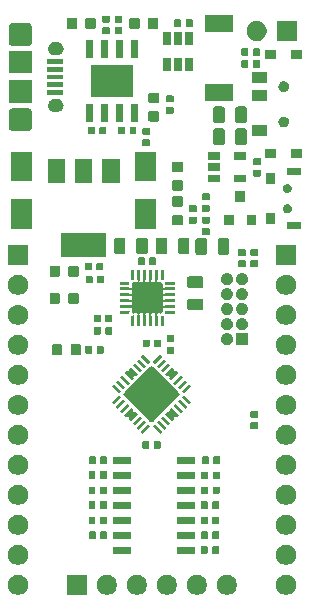
<source format=gbr>
G04 #@! TF.GenerationSoftware,KiCad,Pcbnew,(5.1.5)-3*
G04 #@! TF.CreationDate,2020-07-23T10:29:42-05:00*
G04 #@! TF.ProjectId,LuminaryVer2,4c756d69-6e61-4727-9956-6572322e6b69,rev?*
G04 #@! TF.SameCoordinates,Original*
G04 #@! TF.FileFunction,Soldermask,Top*
G04 #@! TF.FilePolarity,Negative*
%FSLAX46Y46*%
G04 Gerber Fmt 4.6, Leading zero omitted, Abs format (unit mm)*
G04 Created by KiCad (PCBNEW (5.1.5)-3) date 2020-07-23 10:29:42*
%MOMM*%
%LPD*%
G04 APERTURE LIST*
%ADD10C,0.100000*%
G04 APERTURE END LIST*
D10*
G36*
X235347935Y-97682664D02*
G01*
X235502624Y-97746739D01*
X235502626Y-97746740D01*
X235641844Y-97839762D01*
X235760238Y-97958156D01*
X235853260Y-98097374D01*
X235853261Y-98097376D01*
X235917336Y-98252065D01*
X235950000Y-98416281D01*
X235950000Y-98583719D01*
X235917336Y-98747935D01*
X235853261Y-98902624D01*
X235853260Y-98902626D01*
X235760238Y-99041844D01*
X235641844Y-99160238D01*
X235502626Y-99253260D01*
X235502625Y-99253261D01*
X235502624Y-99253261D01*
X235347935Y-99317336D01*
X235183719Y-99350000D01*
X235016281Y-99350000D01*
X234852065Y-99317336D01*
X234697376Y-99253261D01*
X234697375Y-99253261D01*
X234697374Y-99253260D01*
X234558156Y-99160238D01*
X234439762Y-99041844D01*
X234346740Y-98902626D01*
X234346739Y-98902624D01*
X234282664Y-98747935D01*
X234250000Y-98583719D01*
X234250000Y-98416281D01*
X234282664Y-98252065D01*
X234346739Y-98097376D01*
X234346740Y-98097374D01*
X234439762Y-97958156D01*
X234558156Y-97839762D01*
X234697374Y-97746740D01*
X234697376Y-97746739D01*
X234852065Y-97682664D01*
X235016281Y-97650000D01*
X235183719Y-97650000D01*
X235347935Y-97682664D01*
G37*
G36*
X230324935Y-97682664D02*
G01*
X230479624Y-97746739D01*
X230479626Y-97746740D01*
X230618844Y-97839762D01*
X230737238Y-97958156D01*
X230830260Y-98097374D01*
X230830261Y-98097376D01*
X230894336Y-98252065D01*
X230927000Y-98416281D01*
X230927000Y-98583719D01*
X230894336Y-98747935D01*
X230830261Y-98902624D01*
X230830260Y-98902626D01*
X230737238Y-99041844D01*
X230618844Y-99160238D01*
X230479626Y-99253260D01*
X230479625Y-99253261D01*
X230479624Y-99253261D01*
X230324935Y-99317336D01*
X230160719Y-99350000D01*
X229993281Y-99350000D01*
X229829065Y-99317336D01*
X229674376Y-99253261D01*
X229674375Y-99253261D01*
X229674374Y-99253260D01*
X229535156Y-99160238D01*
X229416762Y-99041844D01*
X229323740Y-98902626D01*
X229323739Y-98902624D01*
X229259664Y-98747935D01*
X229227000Y-98583719D01*
X229227000Y-98416281D01*
X229259664Y-98252065D01*
X229323739Y-98097376D01*
X229323740Y-98097374D01*
X229416762Y-97958156D01*
X229535156Y-97839762D01*
X229674374Y-97746740D01*
X229674376Y-97746739D01*
X229829065Y-97682664D01*
X229993281Y-97650000D01*
X230160719Y-97650000D01*
X230324935Y-97682664D01*
G37*
G36*
X212647935Y-97682664D02*
G01*
X212802624Y-97746739D01*
X212802626Y-97746740D01*
X212941844Y-97839762D01*
X213060238Y-97958156D01*
X213153260Y-98097374D01*
X213153261Y-98097376D01*
X213217336Y-98252065D01*
X213250000Y-98416281D01*
X213250000Y-98583719D01*
X213217336Y-98747935D01*
X213153261Y-98902624D01*
X213153260Y-98902626D01*
X213060238Y-99041844D01*
X212941844Y-99160238D01*
X212802626Y-99253260D01*
X212802625Y-99253261D01*
X212802624Y-99253261D01*
X212647935Y-99317336D01*
X212483719Y-99350000D01*
X212316281Y-99350000D01*
X212152065Y-99317336D01*
X211997376Y-99253261D01*
X211997375Y-99253261D01*
X211997374Y-99253260D01*
X211858156Y-99160238D01*
X211739762Y-99041844D01*
X211646740Y-98902626D01*
X211646739Y-98902624D01*
X211582664Y-98747935D01*
X211550000Y-98583719D01*
X211550000Y-98416281D01*
X211582664Y-98252065D01*
X211646739Y-98097376D01*
X211646740Y-98097374D01*
X211739762Y-97958156D01*
X211858156Y-97839762D01*
X211997374Y-97746740D01*
X211997376Y-97746739D01*
X212152065Y-97682664D01*
X212316281Y-97650000D01*
X212483719Y-97650000D01*
X212647935Y-97682664D01*
G37*
G36*
X227784935Y-97682664D02*
G01*
X227939624Y-97746739D01*
X227939626Y-97746740D01*
X228078844Y-97839762D01*
X228197238Y-97958156D01*
X228290260Y-98097374D01*
X228290261Y-98097376D01*
X228354336Y-98252065D01*
X228387000Y-98416281D01*
X228387000Y-98583719D01*
X228354336Y-98747935D01*
X228290261Y-98902624D01*
X228290260Y-98902626D01*
X228197238Y-99041844D01*
X228078844Y-99160238D01*
X227939626Y-99253260D01*
X227939625Y-99253261D01*
X227939624Y-99253261D01*
X227784935Y-99317336D01*
X227620719Y-99350000D01*
X227453281Y-99350000D01*
X227289065Y-99317336D01*
X227134376Y-99253261D01*
X227134375Y-99253261D01*
X227134374Y-99253260D01*
X226995156Y-99160238D01*
X226876762Y-99041844D01*
X226783740Y-98902626D01*
X226783739Y-98902624D01*
X226719664Y-98747935D01*
X226687000Y-98583719D01*
X226687000Y-98416281D01*
X226719664Y-98252065D01*
X226783739Y-98097376D01*
X226783740Y-98097374D01*
X226876762Y-97958156D01*
X226995156Y-97839762D01*
X227134374Y-97746740D01*
X227134376Y-97746739D01*
X227289065Y-97682664D01*
X227453281Y-97650000D01*
X227620719Y-97650000D01*
X227784935Y-97682664D01*
G37*
G36*
X225244935Y-97682664D02*
G01*
X225399624Y-97746739D01*
X225399626Y-97746740D01*
X225538844Y-97839762D01*
X225657238Y-97958156D01*
X225750260Y-98097374D01*
X225750261Y-98097376D01*
X225814336Y-98252065D01*
X225847000Y-98416281D01*
X225847000Y-98583719D01*
X225814336Y-98747935D01*
X225750261Y-98902624D01*
X225750260Y-98902626D01*
X225657238Y-99041844D01*
X225538844Y-99160238D01*
X225399626Y-99253260D01*
X225399625Y-99253261D01*
X225399624Y-99253261D01*
X225244935Y-99317336D01*
X225080719Y-99350000D01*
X224913281Y-99350000D01*
X224749065Y-99317336D01*
X224594376Y-99253261D01*
X224594375Y-99253261D01*
X224594374Y-99253260D01*
X224455156Y-99160238D01*
X224336762Y-99041844D01*
X224243740Y-98902626D01*
X224243739Y-98902624D01*
X224179664Y-98747935D01*
X224147000Y-98583719D01*
X224147000Y-98416281D01*
X224179664Y-98252065D01*
X224243739Y-98097376D01*
X224243740Y-98097374D01*
X224336762Y-97958156D01*
X224455156Y-97839762D01*
X224594374Y-97746740D01*
X224594376Y-97746739D01*
X224749065Y-97682664D01*
X224913281Y-97650000D01*
X225080719Y-97650000D01*
X225244935Y-97682664D01*
G37*
G36*
X222704935Y-97682664D02*
G01*
X222859624Y-97746739D01*
X222859626Y-97746740D01*
X222998844Y-97839762D01*
X223117238Y-97958156D01*
X223210260Y-98097374D01*
X223210261Y-98097376D01*
X223274336Y-98252065D01*
X223307000Y-98416281D01*
X223307000Y-98583719D01*
X223274336Y-98747935D01*
X223210261Y-98902624D01*
X223210260Y-98902626D01*
X223117238Y-99041844D01*
X222998844Y-99160238D01*
X222859626Y-99253260D01*
X222859625Y-99253261D01*
X222859624Y-99253261D01*
X222704935Y-99317336D01*
X222540719Y-99350000D01*
X222373281Y-99350000D01*
X222209065Y-99317336D01*
X222054376Y-99253261D01*
X222054375Y-99253261D01*
X222054374Y-99253260D01*
X221915156Y-99160238D01*
X221796762Y-99041844D01*
X221703740Y-98902626D01*
X221703739Y-98902624D01*
X221639664Y-98747935D01*
X221607000Y-98583719D01*
X221607000Y-98416281D01*
X221639664Y-98252065D01*
X221703739Y-98097376D01*
X221703740Y-98097374D01*
X221796762Y-97958156D01*
X221915156Y-97839762D01*
X222054374Y-97746740D01*
X222054376Y-97746739D01*
X222209065Y-97682664D01*
X222373281Y-97650000D01*
X222540719Y-97650000D01*
X222704935Y-97682664D01*
G37*
G36*
X220164935Y-97682664D02*
G01*
X220319624Y-97746739D01*
X220319626Y-97746740D01*
X220458844Y-97839762D01*
X220577238Y-97958156D01*
X220670260Y-98097374D01*
X220670261Y-98097376D01*
X220734336Y-98252065D01*
X220767000Y-98416281D01*
X220767000Y-98583719D01*
X220734336Y-98747935D01*
X220670261Y-98902624D01*
X220670260Y-98902626D01*
X220577238Y-99041844D01*
X220458844Y-99160238D01*
X220319626Y-99253260D01*
X220319625Y-99253261D01*
X220319624Y-99253261D01*
X220164935Y-99317336D01*
X220000719Y-99350000D01*
X219833281Y-99350000D01*
X219669065Y-99317336D01*
X219514376Y-99253261D01*
X219514375Y-99253261D01*
X219514374Y-99253260D01*
X219375156Y-99160238D01*
X219256762Y-99041844D01*
X219163740Y-98902626D01*
X219163739Y-98902624D01*
X219099664Y-98747935D01*
X219067000Y-98583719D01*
X219067000Y-98416281D01*
X219099664Y-98252065D01*
X219163739Y-98097376D01*
X219163740Y-98097374D01*
X219256762Y-97958156D01*
X219375156Y-97839762D01*
X219514374Y-97746740D01*
X219514376Y-97746739D01*
X219669065Y-97682664D01*
X219833281Y-97650000D01*
X220000719Y-97650000D01*
X220164935Y-97682664D01*
G37*
G36*
X218227000Y-99350000D02*
G01*
X216527000Y-99350000D01*
X216527000Y-97650000D01*
X218227000Y-97650000D01*
X218227000Y-99350000D01*
G37*
G36*
X212647935Y-95142664D02*
G01*
X212802624Y-95206739D01*
X212802626Y-95206740D01*
X212941844Y-95299762D01*
X213060238Y-95418156D01*
X213153260Y-95557374D01*
X213153261Y-95557376D01*
X213217336Y-95712065D01*
X213250000Y-95876281D01*
X213250000Y-96043719D01*
X213217336Y-96207935D01*
X213153261Y-96362624D01*
X213153260Y-96362626D01*
X213060238Y-96501844D01*
X212941844Y-96620238D01*
X212802626Y-96713260D01*
X212802625Y-96713261D01*
X212802624Y-96713261D01*
X212647935Y-96777336D01*
X212483719Y-96810000D01*
X212316281Y-96810000D01*
X212152065Y-96777336D01*
X211997376Y-96713261D01*
X211997375Y-96713261D01*
X211997374Y-96713260D01*
X211858156Y-96620238D01*
X211739762Y-96501844D01*
X211646740Y-96362626D01*
X211646739Y-96362624D01*
X211582664Y-96207935D01*
X211550000Y-96043719D01*
X211550000Y-95876281D01*
X211582664Y-95712065D01*
X211646739Y-95557376D01*
X211646740Y-95557374D01*
X211739762Y-95418156D01*
X211858156Y-95299762D01*
X211997374Y-95206740D01*
X211997376Y-95206739D01*
X212152065Y-95142664D01*
X212316281Y-95110000D01*
X212483719Y-95110000D01*
X212647935Y-95142664D01*
G37*
G36*
X235347935Y-95142664D02*
G01*
X235502624Y-95206739D01*
X235502626Y-95206740D01*
X235641844Y-95299762D01*
X235760238Y-95418156D01*
X235853260Y-95557374D01*
X235853261Y-95557376D01*
X235917336Y-95712065D01*
X235950000Y-95876281D01*
X235950000Y-96043719D01*
X235917336Y-96207935D01*
X235853261Y-96362624D01*
X235853260Y-96362626D01*
X235760238Y-96501844D01*
X235641844Y-96620238D01*
X235502626Y-96713260D01*
X235502625Y-96713261D01*
X235502624Y-96713261D01*
X235347935Y-96777336D01*
X235183719Y-96810000D01*
X235016281Y-96810000D01*
X234852065Y-96777336D01*
X234697376Y-96713261D01*
X234697375Y-96713261D01*
X234697374Y-96713260D01*
X234558156Y-96620238D01*
X234439762Y-96501844D01*
X234346740Y-96362626D01*
X234346739Y-96362624D01*
X234282664Y-96207935D01*
X234250000Y-96043719D01*
X234250000Y-95876281D01*
X234282664Y-95712065D01*
X234346739Y-95557376D01*
X234346740Y-95557374D01*
X234439762Y-95418156D01*
X234558156Y-95299762D01*
X234697374Y-95206740D01*
X234697376Y-95206739D01*
X234852065Y-95142664D01*
X235016281Y-95110000D01*
X235183719Y-95110000D01*
X235347935Y-95142664D01*
G37*
G36*
X228391463Y-95232226D02*
G01*
X228407299Y-95237030D01*
X228421886Y-95244827D01*
X228434677Y-95255323D01*
X228445173Y-95268114D01*
X228452970Y-95282701D01*
X228457774Y-95298537D01*
X228460000Y-95321140D01*
X228460000Y-95778860D01*
X228457774Y-95801463D01*
X228452970Y-95817299D01*
X228445173Y-95831886D01*
X228434677Y-95844677D01*
X228421886Y-95855173D01*
X228407299Y-95862970D01*
X228391463Y-95867774D01*
X228368860Y-95870000D01*
X227961140Y-95870000D01*
X227938537Y-95867774D01*
X227922701Y-95862970D01*
X227908114Y-95855173D01*
X227895323Y-95844677D01*
X227884827Y-95831886D01*
X227877030Y-95817299D01*
X227872226Y-95801463D01*
X227870000Y-95778860D01*
X227870000Y-95321140D01*
X227872226Y-95298537D01*
X227877030Y-95282701D01*
X227884827Y-95268114D01*
X227895323Y-95255323D01*
X227908114Y-95244827D01*
X227922701Y-95237030D01*
X227938537Y-95232226D01*
X227961140Y-95230000D01*
X228368860Y-95230000D01*
X228391463Y-95232226D01*
G37*
G36*
X229361463Y-95232226D02*
G01*
X229377299Y-95237030D01*
X229391886Y-95244827D01*
X229404677Y-95255323D01*
X229415173Y-95268114D01*
X229422970Y-95282701D01*
X229427774Y-95298537D01*
X229430000Y-95321140D01*
X229430000Y-95778860D01*
X229427774Y-95801463D01*
X229422970Y-95817299D01*
X229415173Y-95831886D01*
X229404677Y-95844677D01*
X229391886Y-95855173D01*
X229377299Y-95862970D01*
X229361463Y-95867774D01*
X229338860Y-95870000D01*
X228931140Y-95870000D01*
X228908537Y-95867774D01*
X228892701Y-95862970D01*
X228878114Y-95855173D01*
X228865323Y-95844677D01*
X228854827Y-95831886D01*
X228847030Y-95817299D01*
X228842226Y-95801463D01*
X228840000Y-95778860D01*
X228840000Y-95321140D01*
X228842226Y-95298537D01*
X228847030Y-95282701D01*
X228854827Y-95268114D01*
X228865323Y-95255323D01*
X228878114Y-95244827D01*
X228892701Y-95237030D01*
X228908537Y-95232226D01*
X228931140Y-95230000D01*
X229338860Y-95230000D01*
X229361463Y-95232226D01*
G37*
G36*
X227350000Y-95860000D02*
G01*
X225850000Y-95860000D01*
X225850000Y-95260000D01*
X227350000Y-95260000D01*
X227350000Y-95860000D01*
G37*
G36*
X221950000Y-95860000D02*
G01*
X220450000Y-95860000D01*
X220450000Y-95260000D01*
X221950000Y-95260000D01*
X221950000Y-95860000D01*
G37*
G36*
X229376463Y-93982226D02*
G01*
X229392299Y-93987030D01*
X229406886Y-93994827D01*
X229419677Y-94005323D01*
X229430173Y-94018114D01*
X229437970Y-94032701D01*
X229442774Y-94048537D01*
X229445000Y-94071140D01*
X229445000Y-94528860D01*
X229442774Y-94551463D01*
X229437970Y-94567299D01*
X229430173Y-94581886D01*
X229419677Y-94594677D01*
X229406886Y-94605173D01*
X229392299Y-94612970D01*
X229376463Y-94617774D01*
X229353860Y-94620000D01*
X228946140Y-94620000D01*
X228923537Y-94617774D01*
X228907701Y-94612970D01*
X228893114Y-94605173D01*
X228880323Y-94594677D01*
X228869827Y-94581886D01*
X228862030Y-94567299D01*
X228857226Y-94551463D01*
X228855000Y-94528860D01*
X228855000Y-94071140D01*
X228857226Y-94048537D01*
X228862030Y-94032701D01*
X228869827Y-94018114D01*
X228880323Y-94005323D01*
X228893114Y-93994827D01*
X228907701Y-93987030D01*
X228923537Y-93982226D01*
X228946140Y-93980000D01*
X229353860Y-93980000D01*
X229376463Y-93982226D01*
G37*
G36*
X228406463Y-93982226D02*
G01*
X228422299Y-93987030D01*
X228436886Y-93994827D01*
X228449677Y-94005323D01*
X228460173Y-94018114D01*
X228467970Y-94032701D01*
X228472774Y-94048537D01*
X228475000Y-94071140D01*
X228475000Y-94528860D01*
X228472774Y-94551463D01*
X228467970Y-94567299D01*
X228460173Y-94581886D01*
X228449677Y-94594677D01*
X228436886Y-94605173D01*
X228422299Y-94612970D01*
X228406463Y-94617774D01*
X228383860Y-94620000D01*
X227976140Y-94620000D01*
X227953537Y-94617774D01*
X227937701Y-94612970D01*
X227923114Y-94605173D01*
X227910323Y-94594677D01*
X227899827Y-94581886D01*
X227892030Y-94567299D01*
X227887226Y-94551463D01*
X227885000Y-94528860D01*
X227885000Y-94071140D01*
X227887226Y-94048537D01*
X227892030Y-94032701D01*
X227899827Y-94018114D01*
X227910323Y-94005323D01*
X227923114Y-93994827D01*
X227937701Y-93987030D01*
X227953537Y-93982226D01*
X227976140Y-93980000D01*
X228383860Y-93980000D01*
X228406463Y-93982226D01*
G37*
G36*
X219876463Y-93982226D02*
G01*
X219892299Y-93987030D01*
X219906886Y-93994827D01*
X219919677Y-94005323D01*
X219930173Y-94018114D01*
X219937970Y-94032701D01*
X219942774Y-94048537D01*
X219945000Y-94071140D01*
X219945000Y-94528860D01*
X219942774Y-94551463D01*
X219937970Y-94567299D01*
X219930173Y-94581886D01*
X219919677Y-94594677D01*
X219906886Y-94605173D01*
X219892299Y-94612970D01*
X219876463Y-94617774D01*
X219853860Y-94620000D01*
X219446140Y-94620000D01*
X219423537Y-94617774D01*
X219407701Y-94612970D01*
X219393114Y-94605173D01*
X219380323Y-94594677D01*
X219369827Y-94581886D01*
X219362030Y-94567299D01*
X219357226Y-94551463D01*
X219355000Y-94528860D01*
X219355000Y-94071140D01*
X219357226Y-94048537D01*
X219362030Y-94032701D01*
X219369827Y-94018114D01*
X219380323Y-94005323D01*
X219393114Y-93994827D01*
X219407701Y-93987030D01*
X219423537Y-93982226D01*
X219446140Y-93980000D01*
X219853860Y-93980000D01*
X219876463Y-93982226D01*
G37*
G36*
X218906463Y-93982226D02*
G01*
X218922299Y-93987030D01*
X218936886Y-93994827D01*
X218949677Y-94005323D01*
X218960173Y-94018114D01*
X218967970Y-94032701D01*
X218972774Y-94048537D01*
X218975000Y-94071140D01*
X218975000Y-94528860D01*
X218972774Y-94551463D01*
X218967970Y-94567299D01*
X218960173Y-94581886D01*
X218949677Y-94594677D01*
X218936886Y-94605173D01*
X218922299Y-94612970D01*
X218906463Y-94617774D01*
X218883860Y-94620000D01*
X218476140Y-94620000D01*
X218453537Y-94617774D01*
X218437701Y-94612970D01*
X218423114Y-94605173D01*
X218410323Y-94594677D01*
X218399827Y-94581886D01*
X218392030Y-94567299D01*
X218387226Y-94551463D01*
X218385000Y-94528860D01*
X218385000Y-94071140D01*
X218387226Y-94048537D01*
X218392030Y-94032701D01*
X218399827Y-94018114D01*
X218410323Y-94005323D01*
X218423114Y-93994827D01*
X218437701Y-93987030D01*
X218453537Y-93982226D01*
X218476140Y-93980000D01*
X218883860Y-93980000D01*
X218906463Y-93982226D01*
G37*
G36*
X227350000Y-94590000D02*
G01*
X225850000Y-94590000D01*
X225850000Y-93990000D01*
X227350000Y-93990000D01*
X227350000Y-94590000D01*
G37*
G36*
X221950000Y-94590000D02*
G01*
X220450000Y-94590000D01*
X220450000Y-93990000D01*
X221950000Y-93990000D01*
X221950000Y-94590000D01*
G37*
G36*
X212647935Y-92602664D02*
G01*
X212802624Y-92666739D01*
X212802626Y-92666740D01*
X212941844Y-92759762D01*
X213060238Y-92878156D01*
X213153260Y-93017374D01*
X213153261Y-93017376D01*
X213217336Y-93172065D01*
X213250000Y-93336281D01*
X213250000Y-93503719D01*
X213217336Y-93667935D01*
X213153261Y-93822624D01*
X213153260Y-93822626D01*
X213060238Y-93961844D01*
X212941844Y-94080238D01*
X212802626Y-94173260D01*
X212802625Y-94173261D01*
X212802624Y-94173261D01*
X212647935Y-94237336D01*
X212483719Y-94270000D01*
X212316281Y-94270000D01*
X212152065Y-94237336D01*
X211997376Y-94173261D01*
X211997375Y-94173261D01*
X211997374Y-94173260D01*
X211858156Y-94080238D01*
X211739762Y-93961844D01*
X211646740Y-93822626D01*
X211646739Y-93822624D01*
X211582664Y-93667935D01*
X211550000Y-93503719D01*
X211550000Y-93336281D01*
X211582664Y-93172065D01*
X211646739Y-93017376D01*
X211646740Y-93017374D01*
X211739762Y-92878156D01*
X211858156Y-92759762D01*
X211997374Y-92666740D01*
X211997376Y-92666739D01*
X212152065Y-92602664D01*
X212316281Y-92570000D01*
X212483719Y-92570000D01*
X212647935Y-92602664D01*
G37*
G36*
X235347935Y-92602664D02*
G01*
X235502624Y-92666739D01*
X235502626Y-92666740D01*
X235641844Y-92759762D01*
X235760238Y-92878156D01*
X235853260Y-93017374D01*
X235853261Y-93017376D01*
X235917336Y-93172065D01*
X235950000Y-93336281D01*
X235950000Y-93503719D01*
X235917336Y-93667935D01*
X235853261Y-93822624D01*
X235853260Y-93822626D01*
X235760238Y-93961844D01*
X235641844Y-94080238D01*
X235502626Y-94173260D01*
X235502625Y-94173261D01*
X235502624Y-94173261D01*
X235347935Y-94237336D01*
X235183719Y-94270000D01*
X235016281Y-94270000D01*
X234852065Y-94237336D01*
X234697376Y-94173261D01*
X234697375Y-94173261D01*
X234697374Y-94173260D01*
X234558156Y-94080238D01*
X234439762Y-93961844D01*
X234346740Y-93822626D01*
X234346739Y-93822624D01*
X234282664Y-93667935D01*
X234250000Y-93503719D01*
X234250000Y-93336281D01*
X234282664Y-93172065D01*
X234346739Y-93017376D01*
X234346740Y-93017374D01*
X234439762Y-92878156D01*
X234558156Y-92759762D01*
X234697374Y-92666740D01*
X234697376Y-92666739D01*
X234852065Y-92602664D01*
X235016281Y-92570000D01*
X235183719Y-92570000D01*
X235347935Y-92602664D01*
G37*
G36*
X228391463Y-92732226D02*
G01*
X228407299Y-92737030D01*
X228421886Y-92744827D01*
X228434677Y-92755323D01*
X228445173Y-92768114D01*
X228452970Y-92782701D01*
X228457774Y-92798537D01*
X228460000Y-92821140D01*
X228460000Y-93278860D01*
X228457774Y-93301463D01*
X228452970Y-93317299D01*
X228445173Y-93331886D01*
X228434677Y-93344677D01*
X228421886Y-93355173D01*
X228407299Y-93362970D01*
X228391463Y-93367774D01*
X228368860Y-93370000D01*
X227961140Y-93370000D01*
X227938537Y-93367774D01*
X227922701Y-93362970D01*
X227908114Y-93355173D01*
X227895323Y-93344677D01*
X227884827Y-93331886D01*
X227877030Y-93317299D01*
X227872226Y-93301463D01*
X227870000Y-93278860D01*
X227870000Y-92821140D01*
X227872226Y-92798537D01*
X227877030Y-92782701D01*
X227884827Y-92768114D01*
X227895323Y-92755323D01*
X227908114Y-92744827D01*
X227922701Y-92737030D01*
X227938537Y-92732226D01*
X227961140Y-92730000D01*
X228368860Y-92730000D01*
X228391463Y-92732226D01*
G37*
G36*
X218891463Y-92732226D02*
G01*
X218907299Y-92737030D01*
X218921886Y-92744827D01*
X218934677Y-92755323D01*
X218945173Y-92768114D01*
X218952970Y-92782701D01*
X218957774Y-92798537D01*
X218960000Y-92821140D01*
X218960000Y-93278860D01*
X218957774Y-93301463D01*
X218952970Y-93317299D01*
X218945173Y-93331886D01*
X218934677Y-93344677D01*
X218921886Y-93355173D01*
X218907299Y-93362970D01*
X218891463Y-93367774D01*
X218868860Y-93370000D01*
X218461140Y-93370000D01*
X218438537Y-93367774D01*
X218422701Y-93362970D01*
X218408114Y-93355173D01*
X218395323Y-93344677D01*
X218384827Y-93331886D01*
X218377030Y-93317299D01*
X218372226Y-93301463D01*
X218370000Y-93278860D01*
X218370000Y-92821140D01*
X218372226Y-92798537D01*
X218377030Y-92782701D01*
X218384827Y-92768114D01*
X218395323Y-92755323D01*
X218408114Y-92744827D01*
X218422701Y-92737030D01*
X218438537Y-92732226D01*
X218461140Y-92730000D01*
X218868860Y-92730000D01*
X218891463Y-92732226D01*
G37*
G36*
X229361463Y-92732226D02*
G01*
X229377299Y-92737030D01*
X229391886Y-92744827D01*
X229404677Y-92755323D01*
X229415173Y-92768114D01*
X229422970Y-92782701D01*
X229427774Y-92798537D01*
X229430000Y-92821140D01*
X229430000Y-93278860D01*
X229427774Y-93301463D01*
X229422970Y-93317299D01*
X229415173Y-93331886D01*
X229404677Y-93344677D01*
X229391886Y-93355173D01*
X229377299Y-93362970D01*
X229361463Y-93367774D01*
X229338860Y-93370000D01*
X228931140Y-93370000D01*
X228908537Y-93367774D01*
X228892701Y-93362970D01*
X228878114Y-93355173D01*
X228865323Y-93344677D01*
X228854827Y-93331886D01*
X228847030Y-93317299D01*
X228842226Y-93301463D01*
X228840000Y-93278860D01*
X228840000Y-92821140D01*
X228842226Y-92798537D01*
X228847030Y-92782701D01*
X228854827Y-92768114D01*
X228865323Y-92755323D01*
X228878114Y-92744827D01*
X228892701Y-92737030D01*
X228908537Y-92732226D01*
X228931140Y-92730000D01*
X229338860Y-92730000D01*
X229361463Y-92732226D01*
G37*
G36*
X219861463Y-92732226D02*
G01*
X219877299Y-92737030D01*
X219891886Y-92744827D01*
X219904677Y-92755323D01*
X219915173Y-92768114D01*
X219922970Y-92782701D01*
X219927774Y-92798537D01*
X219930000Y-92821140D01*
X219930000Y-93278860D01*
X219927774Y-93301463D01*
X219922970Y-93317299D01*
X219915173Y-93331886D01*
X219904677Y-93344677D01*
X219891886Y-93355173D01*
X219877299Y-93362970D01*
X219861463Y-93367774D01*
X219838860Y-93370000D01*
X219431140Y-93370000D01*
X219408537Y-93367774D01*
X219392701Y-93362970D01*
X219378114Y-93355173D01*
X219365323Y-93344677D01*
X219354827Y-93331886D01*
X219347030Y-93317299D01*
X219342226Y-93301463D01*
X219340000Y-93278860D01*
X219340000Y-92821140D01*
X219342226Y-92798537D01*
X219347030Y-92782701D01*
X219354827Y-92768114D01*
X219365323Y-92755323D01*
X219378114Y-92744827D01*
X219392701Y-92737030D01*
X219408537Y-92732226D01*
X219431140Y-92730000D01*
X219838860Y-92730000D01*
X219861463Y-92732226D01*
G37*
G36*
X227350000Y-93320000D02*
G01*
X225850000Y-93320000D01*
X225850000Y-92720000D01*
X227350000Y-92720000D01*
X227350000Y-93320000D01*
G37*
G36*
X221950000Y-93320000D02*
G01*
X220450000Y-93320000D01*
X220450000Y-92720000D01*
X221950000Y-92720000D01*
X221950000Y-93320000D01*
G37*
G36*
X218891463Y-91432226D02*
G01*
X218907299Y-91437030D01*
X218921886Y-91444827D01*
X218934677Y-91455323D01*
X218945173Y-91468114D01*
X218952970Y-91482701D01*
X218957774Y-91498537D01*
X218960000Y-91521140D01*
X218960000Y-91978860D01*
X218957774Y-92001463D01*
X218952970Y-92017299D01*
X218945173Y-92031886D01*
X218934677Y-92044677D01*
X218921886Y-92055173D01*
X218907299Y-92062970D01*
X218891463Y-92067774D01*
X218868860Y-92070000D01*
X218461140Y-92070000D01*
X218438537Y-92067774D01*
X218422701Y-92062970D01*
X218408114Y-92055173D01*
X218395323Y-92044677D01*
X218384827Y-92031886D01*
X218377030Y-92017299D01*
X218372226Y-92001463D01*
X218370000Y-91978860D01*
X218370000Y-91521140D01*
X218372226Y-91498537D01*
X218377030Y-91482701D01*
X218384827Y-91468114D01*
X218395323Y-91455323D01*
X218408114Y-91444827D01*
X218422701Y-91437030D01*
X218438537Y-91432226D01*
X218461140Y-91430000D01*
X218868860Y-91430000D01*
X218891463Y-91432226D01*
G37*
G36*
X219861463Y-91432226D02*
G01*
X219877299Y-91437030D01*
X219891886Y-91444827D01*
X219904677Y-91455323D01*
X219915173Y-91468114D01*
X219922970Y-91482701D01*
X219927774Y-91498537D01*
X219930000Y-91521140D01*
X219930000Y-91978860D01*
X219927774Y-92001463D01*
X219922970Y-92017299D01*
X219915173Y-92031886D01*
X219904677Y-92044677D01*
X219891886Y-92055173D01*
X219877299Y-92062970D01*
X219861463Y-92067774D01*
X219838860Y-92070000D01*
X219431140Y-92070000D01*
X219408537Y-92067774D01*
X219392701Y-92062970D01*
X219378114Y-92055173D01*
X219365323Y-92044677D01*
X219354827Y-92031886D01*
X219347030Y-92017299D01*
X219342226Y-92001463D01*
X219340000Y-91978860D01*
X219340000Y-91521140D01*
X219342226Y-91498537D01*
X219347030Y-91482701D01*
X219354827Y-91468114D01*
X219365323Y-91455323D01*
X219378114Y-91444827D01*
X219392701Y-91437030D01*
X219408537Y-91432226D01*
X219431140Y-91430000D01*
X219838860Y-91430000D01*
X219861463Y-91432226D01*
G37*
G36*
X228391463Y-91432226D02*
G01*
X228407299Y-91437030D01*
X228421886Y-91444827D01*
X228434677Y-91455323D01*
X228445173Y-91468114D01*
X228452970Y-91482701D01*
X228457774Y-91498537D01*
X228460000Y-91521140D01*
X228460000Y-91978860D01*
X228457774Y-92001463D01*
X228452970Y-92017299D01*
X228445173Y-92031886D01*
X228434677Y-92044677D01*
X228421886Y-92055173D01*
X228407299Y-92062970D01*
X228391463Y-92067774D01*
X228368860Y-92070000D01*
X227961140Y-92070000D01*
X227938537Y-92067774D01*
X227922701Y-92062970D01*
X227908114Y-92055173D01*
X227895323Y-92044677D01*
X227884827Y-92031886D01*
X227877030Y-92017299D01*
X227872226Y-92001463D01*
X227870000Y-91978860D01*
X227870000Y-91521140D01*
X227872226Y-91498537D01*
X227877030Y-91482701D01*
X227884827Y-91468114D01*
X227895323Y-91455323D01*
X227908114Y-91444827D01*
X227922701Y-91437030D01*
X227938537Y-91432226D01*
X227961140Y-91430000D01*
X228368860Y-91430000D01*
X228391463Y-91432226D01*
G37*
G36*
X229361463Y-91432226D02*
G01*
X229377299Y-91437030D01*
X229391886Y-91444827D01*
X229404677Y-91455323D01*
X229415173Y-91468114D01*
X229422970Y-91482701D01*
X229427774Y-91498537D01*
X229430000Y-91521140D01*
X229430000Y-91978860D01*
X229427774Y-92001463D01*
X229422970Y-92017299D01*
X229415173Y-92031886D01*
X229404677Y-92044677D01*
X229391886Y-92055173D01*
X229377299Y-92062970D01*
X229361463Y-92067774D01*
X229338860Y-92070000D01*
X228931140Y-92070000D01*
X228908537Y-92067774D01*
X228892701Y-92062970D01*
X228878114Y-92055173D01*
X228865323Y-92044677D01*
X228854827Y-92031886D01*
X228847030Y-92017299D01*
X228842226Y-92001463D01*
X228840000Y-91978860D01*
X228840000Y-91521140D01*
X228842226Y-91498537D01*
X228847030Y-91482701D01*
X228854827Y-91468114D01*
X228865323Y-91455323D01*
X228878114Y-91444827D01*
X228892701Y-91437030D01*
X228908537Y-91432226D01*
X228931140Y-91430000D01*
X229338860Y-91430000D01*
X229361463Y-91432226D01*
G37*
G36*
X227350000Y-92050000D02*
G01*
X225850000Y-92050000D01*
X225850000Y-91450000D01*
X227350000Y-91450000D01*
X227350000Y-92050000D01*
G37*
G36*
X221950000Y-92050000D02*
G01*
X220450000Y-92050000D01*
X220450000Y-91450000D01*
X221950000Y-91450000D01*
X221950000Y-92050000D01*
G37*
G36*
X235347935Y-90062664D02*
G01*
X235502624Y-90126739D01*
X235502626Y-90126740D01*
X235641844Y-90219762D01*
X235760238Y-90338156D01*
X235853260Y-90477374D01*
X235853261Y-90477376D01*
X235917336Y-90632065D01*
X235950000Y-90796281D01*
X235950000Y-90963719D01*
X235917336Y-91127935D01*
X235853261Y-91282624D01*
X235853260Y-91282626D01*
X235760238Y-91421844D01*
X235641844Y-91540238D01*
X235502626Y-91633260D01*
X235502625Y-91633261D01*
X235502624Y-91633261D01*
X235347935Y-91697336D01*
X235183719Y-91730000D01*
X235016281Y-91730000D01*
X234852065Y-91697336D01*
X234697376Y-91633261D01*
X234697375Y-91633261D01*
X234697374Y-91633260D01*
X234558156Y-91540238D01*
X234439762Y-91421844D01*
X234346740Y-91282626D01*
X234346739Y-91282624D01*
X234282664Y-91127935D01*
X234250000Y-90963719D01*
X234250000Y-90796281D01*
X234282664Y-90632065D01*
X234346739Y-90477376D01*
X234346740Y-90477374D01*
X234439762Y-90338156D01*
X234558156Y-90219762D01*
X234697374Y-90126740D01*
X234697376Y-90126739D01*
X234852065Y-90062664D01*
X235016281Y-90030000D01*
X235183719Y-90030000D01*
X235347935Y-90062664D01*
G37*
G36*
X212647935Y-90062664D02*
G01*
X212802624Y-90126739D01*
X212802626Y-90126740D01*
X212941844Y-90219762D01*
X213060238Y-90338156D01*
X213153260Y-90477374D01*
X213153261Y-90477376D01*
X213217336Y-90632065D01*
X213250000Y-90796281D01*
X213250000Y-90963719D01*
X213217336Y-91127935D01*
X213153261Y-91282624D01*
X213153260Y-91282626D01*
X213060238Y-91421844D01*
X212941844Y-91540238D01*
X212802626Y-91633260D01*
X212802625Y-91633261D01*
X212802624Y-91633261D01*
X212647935Y-91697336D01*
X212483719Y-91730000D01*
X212316281Y-91730000D01*
X212152065Y-91697336D01*
X211997376Y-91633261D01*
X211997375Y-91633261D01*
X211997374Y-91633260D01*
X211858156Y-91540238D01*
X211739762Y-91421844D01*
X211646740Y-91282626D01*
X211646739Y-91282624D01*
X211582664Y-91127935D01*
X211550000Y-90963719D01*
X211550000Y-90796281D01*
X211582664Y-90632065D01*
X211646739Y-90477376D01*
X211646740Y-90477374D01*
X211739762Y-90338156D01*
X211858156Y-90219762D01*
X211997374Y-90126740D01*
X211997376Y-90126739D01*
X212152065Y-90062664D01*
X212316281Y-90030000D01*
X212483719Y-90030000D01*
X212647935Y-90062664D01*
G37*
G36*
X228426463Y-90182226D02*
G01*
X228442299Y-90187030D01*
X228456886Y-90194827D01*
X228469677Y-90205323D01*
X228480173Y-90218114D01*
X228487970Y-90232701D01*
X228492774Y-90248537D01*
X228495000Y-90271140D01*
X228495000Y-90728860D01*
X228492774Y-90751463D01*
X228487970Y-90767299D01*
X228480173Y-90781886D01*
X228469677Y-90794677D01*
X228456886Y-90805173D01*
X228442299Y-90812970D01*
X228426463Y-90817774D01*
X228403860Y-90820000D01*
X227996140Y-90820000D01*
X227973537Y-90817774D01*
X227957701Y-90812970D01*
X227943114Y-90805173D01*
X227930323Y-90794677D01*
X227919827Y-90781886D01*
X227912030Y-90767299D01*
X227907226Y-90751463D01*
X227905000Y-90728860D01*
X227905000Y-90271140D01*
X227907226Y-90248537D01*
X227912030Y-90232701D01*
X227919827Y-90218114D01*
X227930323Y-90205323D01*
X227943114Y-90194827D01*
X227957701Y-90187030D01*
X227973537Y-90182226D01*
X227996140Y-90180000D01*
X228403860Y-90180000D01*
X228426463Y-90182226D01*
G37*
G36*
X229396463Y-90182226D02*
G01*
X229412299Y-90187030D01*
X229426886Y-90194827D01*
X229439677Y-90205323D01*
X229450173Y-90218114D01*
X229457970Y-90232701D01*
X229462774Y-90248537D01*
X229465000Y-90271140D01*
X229465000Y-90728860D01*
X229462774Y-90751463D01*
X229457970Y-90767299D01*
X229450173Y-90781886D01*
X229439677Y-90794677D01*
X229426886Y-90805173D01*
X229412299Y-90812970D01*
X229396463Y-90817774D01*
X229373860Y-90820000D01*
X228966140Y-90820000D01*
X228943537Y-90817774D01*
X228927701Y-90812970D01*
X228913114Y-90805173D01*
X228900323Y-90794677D01*
X228889827Y-90781886D01*
X228882030Y-90767299D01*
X228877226Y-90751463D01*
X228875000Y-90728860D01*
X228875000Y-90271140D01*
X228877226Y-90248537D01*
X228882030Y-90232701D01*
X228889827Y-90218114D01*
X228900323Y-90205323D01*
X228913114Y-90194827D01*
X228927701Y-90187030D01*
X228943537Y-90182226D01*
X228966140Y-90180000D01*
X229373860Y-90180000D01*
X229396463Y-90182226D01*
G37*
G36*
X219861463Y-90182226D02*
G01*
X219877299Y-90187030D01*
X219891886Y-90194827D01*
X219904677Y-90205323D01*
X219915173Y-90218114D01*
X219922970Y-90232701D01*
X219927774Y-90248537D01*
X219930000Y-90271140D01*
X219930000Y-90728860D01*
X219927774Y-90751463D01*
X219922970Y-90767299D01*
X219915173Y-90781886D01*
X219904677Y-90794677D01*
X219891886Y-90805173D01*
X219877299Y-90812970D01*
X219861463Y-90817774D01*
X219838860Y-90820000D01*
X219431140Y-90820000D01*
X219408537Y-90817774D01*
X219392701Y-90812970D01*
X219378114Y-90805173D01*
X219365323Y-90794677D01*
X219354827Y-90781886D01*
X219347030Y-90767299D01*
X219342226Y-90751463D01*
X219340000Y-90728860D01*
X219340000Y-90271140D01*
X219342226Y-90248537D01*
X219347030Y-90232701D01*
X219354827Y-90218114D01*
X219365323Y-90205323D01*
X219378114Y-90194827D01*
X219392701Y-90187030D01*
X219408537Y-90182226D01*
X219431140Y-90180000D01*
X219838860Y-90180000D01*
X219861463Y-90182226D01*
G37*
G36*
X218891463Y-90182226D02*
G01*
X218907299Y-90187030D01*
X218921886Y-90194827D01*
X218934677Y-90205323D01*
X218945173Y-90218114D01*
X218952970Y-90232701D01*
X218957774Y-90248537D01*
X218960000Y-90271140D01*
X218960000Y-90728860D01*
X218957774Y-90751463D01*
X218952970Y-90767299D01*
X218945173Y-90781886D01*
X218934677Y-90794677D01*
X218921886Y-90805173D01*
X218907299Y-90812970D01*
X218891463Y-90817774D01*
X218868860Y-90820000D01*
X218461140Y-90820000D01*
X218438537Y-90817774D01*
X218422701Y-90812970D01*
X218408114Y-90805173D01*
X218395323Y-90794677D01*
X218384827Y-90781886D01*
X218377030Y-90767299D01*
X218372226Y-90751463D01*
X218370000Y-90728860D01*
X218370000Y-90271140D01*
X218372226Y-90248537D01*
X218377030Y-90232701D01*
X218384827Y-90218114D01*
X218395323Y-90205323D01*
X218408114Y-90194827D01*
X218422701Y-90187030D01*
X218438537Y-90182226D01*
X218461140Y-90180000D01*
X218868860Y-90180000D01*
X218891463Y-90182226D01*
G37*
G36*
X227350000Y-90780000D02*
G01*
X225850000Y-90780000D01*
X225850000Y-90180000D01*
X227350000Y-90180000D01*
X227350000Y-90780000D01*
G37*
G36*
X221950000Y-90780000D02*
G01*
X220450000Y-90780000D01*
X220450000Y-90180000D01*
X221950000Y-90180000D01*
X221950000Y-90780000D01*
G37*
G36*
X229411463Y-88932226D02*
G01*
X229427299Y-88937030D01*
X229441886Y-88944827D01*
X229454677Y-88955323D01*
X229465173Y-88968114D01*
X229472970Y-88982701D01*
X229477774Y-88998537D01*
X229480000Y-89021140D01*
X229480000Y-89478860D01*
X229477774Y-89501463D01*
X229472970Y-89517299D01*
X229465173Y-89531886D01*
X229454677Y-89544677D01*
X229441886Y-89555173D01*
X229427299Y-89562970D01*
X229411463Y-89567774D01*
X229388860Y-89570000D01*
X228981140Y-89570000D01*
X228958537Y-89567774D01*
X228942701Y-89562970D01*
X228928114Y-89555173D01*
X228915323Y-89544677D01*
X228904827Y-89531886D01*
X228897030Y-89517299D01*
X228892226Y-89501463D01*
X228890000Y-89478860D01*
X228890000Y-89021140D01*
X228892226Y-88998537D01*
X228897030Y-88982701D01*
X228904827Y-88968114D01*
X228915323Y-88955323D01*
X228928114Y-88944827D01*
X228942701Y-88937030D01*
X228958537Y-88932226D01*
X228981140Y-88930000D01*
X229388860Y-88930000D01*
X229411463Y-88932226D01*
G37*
G36*
X228441463Y-88932226D02*
G01*
X228457299Y-88937030D01*
X228471886Y-88944827D01*
X228484677Y-88955323D01*
X228495173Y-88968114D01*
X228502970Y-88982701D01*
X228507774Y-88998537D01*
X228510000Y-89021140D01*
X228510000Y-89478860D01*
X228507774Y-89501463D01*
X228502970Y-89517299D01*
X228495173Y-89531886D01*
X228484677Y-89544677D01*
X228471886Y-89555173D01*
X228457299Y-89562970D01*
X228441463Y-89567774D01*
X228418860Y-89570000D01*
X228011140Y-89570000D01*
X227988537Y-89567774D01*
X227972701Y-89562970D01*
X227958114Y-89555173D01*
X227945323Y-89544677D01*
X227934827Y-89531886D01*
X227927030Y-89517299D01*
X227922226Y-89501463D01*
X227920000Y-89478860D01*
X227920000Y-89021140D01*
X227922226Y-88998537D01*
X227927030Y-88982701D01*
X227934827Y-88968114D01*
X227945323Y-88955323D01*
X227958114Y-88944827D01*
X227972701Y-88937030D01*
X227988537Y-88932226D01*
X228011140Y-88930000D01*
X228418860Y-88930000D01*
X228441463Y-88932226D01*
G37*
G36*
X219861463Y-88882226D02*
G01*
X219877299Y-88887030D01*
X219891886Y-88894827D01*
X219904677Y-88905323D01*
X219915173Y-88918114D01*
X219922970Y-88932701D01*
X219927774Y-88948537D01*
X219930000Y-88971140D01*
X219930000Y-89428860D01*
X219927774Y-89451463D01*
X219922970Y-89467299D01*
X219915173Y-89481886D01*
X219904677Y-89494677D01*
X219891886Y-89505173D01*
X219877299Y-89512970D01*
X219861463Y-89517774D01*
X219838860Y-89520000D01*
X219431140Y-89520000D01*
X219408537Y-89517774D01*
X219392701Y-89512970D01*
X219378114Y-89505173D01*
X219365323Y-89494677D01*
X219354827Y-89481886D01*
X219347030Y-89467299D01*
X219342226Y-89451463D01*
X219340000Y-89428860D01*
X219340000Y-88971140D01*
X219342226Y-88948537D01*
X219347030Y-88932701D01*
X219354827Y-88918114D01*
X219365323Y-88905323D01*
X219378114Y-88894827D01*
X219392701Y-88887030D01*
X219408537Y-88882226D01*
X219431140Y-88880000D01*
X219838860Y-88880000D01*
X219861463Y-88882226D01*
G37*
G36*
X218891463Y-88882226D02*
G01*
X218907299Y-88887030D01*
X218921886Y-88894827D01*
X218934677Y-88905323D01*
X218945173Y-88918114D01*
X218952970Y-88932701D01*
X218957774Y-88948537D01*
X218960000Y-88971140D01*
X218960000Y-89428860D01*
X218957774Y-89451463D01*
X218952970Y-89467299D01*
X218945173Y-89481886D01*
X218934677Y-89494677D01*
X218921886Y-89505173D01*
X218907299Y-89512970D01*
X218891463Y-89517774D01*
X218868860Y-89520000D01*
X218461140Y-89520000D01*
X218438537Y-89517774D01*
X218422701Y-89512970D01*
X218408114Y-89505173D01*
X218395323Y-89494677D01*
X218384827Y-89481886D01*
X218377030Y-89467299D01*
X218372226Y-89451463D01*
X218370000Y-89428860D01*
X218370000Y-88971140D01*
X218372226Y-88948537D01*
X218377030Y-88932701D01*
X218384827Y-88918114D01*
X218395323Y-88905323D01*
X218408114Y-88894827D01*
X218422701Y-88887030D01*
X218438537Y-88882226D01*
X218461140Y-88880000D01*
X218868860Y-88880000D01*
X218891463Y-88882226D01*
G37*
G36*
X227350000Y-89510000D02*
G01*
X225850000Y-89510000D01*
X225850000Y-88910000D01*
X227350000Y-88910000D01*
X227350000Y-89510000D01*
G37*
G36*
X221950000Y-89510000D02*
G01*
X220450000Y-89510000D01*
X220450000Y-88910000D01*
X221950000Y-88910000D01*
X221950000Y-89510000D01*
G37*
G36*
X235347935Y-87522664D02*
G01*
X235502624Y-87586739D01*
X235502626Y-87586740D01*
X235641844Y-87679762D01*
X235760238Y-87798156D01*
X235853260Y-87937374D01*
X235853261Y-87937376D01*
X235917336Y-88092065D01*
X235950000Y-88256281D01*
X235950000Y-88423719D01*
X235917336Y-88587935D01*
X235853261Y-88742624D01*
X235853260Y-88742626D01*
X235760238Y-88881844D01*
X235641844Y-89000238D01*
X235502626Y-89093260D01*
X235502625Y-89093261D01*
X235502624Y-89093261D01*
X235347935Y-89157336D01*
X235183719Y-89190000D01*
X235016281Y-89190000D01*
X234852065Y-89157336D01*
X234697376Y-89093261D01*
X234697375Y-89093261D01*
X234697374Y-89093260D01*
X234558156Y-89000238D01*
X234439762Y-88881844D01*
X234346740Y-88742626D01*
X234346739Y-88742624D01*
X234282664Y-88587935D01*
X234250000Y-88423719D01*
X234250000Y-88256281D01*
X234282664Y-88092065D01*
X234346739Y-87937376D01*
X234346740Y-87937374D01*
X234439762Y-87798156D01*
X234558156Y-87679762D01*
X234697374Y-87586740D01*
X234697376Y-87586739D01*
X234852065Y-87522664D01*
X235016281Y-87490000D01*
X235183719Y-87490000D01*
X235347935Y-87522664D01*
G37*
G36*
X212647935Y-87522664D02*
G01*
X212802624Y-87586739D01*
X212802626Y-87586740D01*
X212941844Y-87679762D01*
X213060238Y-87798156D01*
X213153260Y-87937374D01*
X213153261Y-87937376D01*
X213217336Y-88092065D01*
X213250000Y-88256281D01*
X213250000Y-88423719D01*
X213217336Y-88587935D01*
X213153261Y-88742624D01*
X213153260Y-88742626D01*
X213060238Y-88881844D01*
X212941844Y-89000238D01*
X212802626Y-89093260D01*
X212802625Y-89093261D01*
X212802624Y-89093261D01*
X212647935Y-89157336D01*
X212483719Y-89190000D01*
X212316281Y-89190000D01*
X212152065Y-89157336D01*
X211997376Y-89093261D01*
X211997375Y-89093261D01*
X211997374Y-89093260D01*
X211858156Y-89000238D01*
X211739762Y-88881844D01*
X211646740Y-88742626D01*
X211646739Y-88742624D01*
X211582664Y-88587935D01*
X211550000Y-88423719D01*
X211550000Y-88256281D01*
X211582664Y-88092065D01*
X211646739Y-87937376D01*
X211646740Y-87937374D01*
X211739762Y-87798156D01*
X211858156Y-87679762D01*
X211997374Y-87586740D01*
X211997376Y-87586739D01*
X212152065Y-87522664D01*
X212316281Y-87490000D01*
X212483719Y-87490000D01*
X212647935Y-87522664D01*
G37*
G36*
X228491463Y-87632226D02*
G01*
X228507299Y-87637030D01*
X228521886Y-87644827D01*
X228534677Y-87655323D01*
X228545173Y-87668114D01*
X228552970Y-87682701D01*
X228557774Y-87698537D01*
X228560000Y-87721140D01*
X228560000Y-88178860D01*
X228557774Y-88201463D01*
X228552970Y-88217299D01*
X228545173Y-88231886D01*
X228534677Y-88244677D01*
X228521886Y-88255173D01*
X228507299Y-88262970D01*
X228491463Y-88267774D01*
X228468860Y-88270000D01*
X228061140Y-88270000D01*
X228038537Y-88267774D01*
X228022701Y-88262970D01*
X228008114Y-88255173D01*
X227995323Y-88244677D01*
X227984827Y-88231886D01*
X227977030Y-88217299D01*
X227972226Y-88201463D01*
X227970000Y-88178860D01*
X227970000Y-87721140D01*
X227972226Y-87698537D01*
X227977030Y-87682701D01*
X227984827Y-87668114D01*
X227995323Y-87655323D01*
X228008114Y-87644827D01*
X228022701Y-87637030D01*
X228038537Y-87632226D01*
X228061140Y-87630000D01*
X228468860Y-87630000D01*
X228491463Y-87632226D01*
G37*
G36*
X218906463Y-87632226D02*
G01*
X218922299Y-87637030D01*
X218936886Y-87644827D01*
X218949677Y-87655323D01*
X218960173Y-87668114D01*
X218967970Y-87682701D01*
X218972774Y-87698537D01*
X218975000Y-87721140D01*
X218975000Y-88178860D01*
X218972774Y-88201463D01*
X218967970Y-88217299D01*
X218960173Y-88231886D01*
X218949677Y-88244677D01*
X218936886Y-88255173D01*
X218922299Y-88262970D01*
X218906463Y-88267774D01*
X218883860Y-88270000D01*
X218476140Y-88270000D01*
X218453537Y-88267774D01*
X218437701Y-88262970D01*
X218423114Y-88255173D01*
X218410323Y-88244677D01*
X218399827Y-88231886D01*
X218392030Y-88217299D01*
X218387226Y-88201463D01*
X218385000Y-88178860D01*
X218385000Y-87721140D01*
X218387226Y-87698537D01*
X218392030Y-87682701D01*
X218399827Y-87668114D01*
X218410323Y-87655323D01*
X218423114Y-87644827D01*
X218437701Y-87637030D01*
X218453537Y-87632226D01*
X218476140Y-87630000D01*
X218883860Y-87630000D01*
X218906463Y-87632226D01*
G37*
G36*
X229461463Y-87632226D02*
G01*
X229477299Y-87637030D01*
X229491886Y-87644827D01*
X229504677Y-87655323D01*
X229515173Y-87668114D01*
X229522970Y-87682701D01*
X229527774Y-87698537D01*
X229530000Y-87721140D01*
X229530000Y-88178860D01*
X229527774Y-88201463D01*
X229522970Y-88217299D01*
X229515173Y-88231886D01*
X229504677Y-88244677D01*
X229491886Y-88255173D01*
X229477299Y-88262970D01*
X229461463Y-88267774D01*
X229438860Y-88270000D01*
X229031140Y-88270000D01*
X229008537Y-88267774D01*
X228992701Y-88262970D01*
X228978114Y-88255173D01*
X228965323Y-88244677D01*
X228954827Y-88231886D01*
X228947030Y-88217299D01*
X228942226Y-88201463D01*
X228940000Y-88178860D01*
X228940000Y-87721140D01*
X228942226Y-87698537D01*
X228947030Y-87682701D01*
X228954827Y-87668114D01*
X228965323Y-87655323D01*
X228978114Y-87644827D01*
X228992701Y-87637030D01*
X229008537Y-87632226D01*
X229031140Y-87630000D01*
X229438860Y-87630000D01*
X229461463Y-87632226D01*
G37*
G36*
X219876463Y-87632226D02*
G01*
X219892299Y-87637030D01*
X219906886Y-87644827D01*
X219919677Y-87655323D01*
X219930173Y-87668114D01*
X219937970Y-87682701D01*
X219942774Y-87698537D01*
X219945000Y-87721140D01*
X219945000Y-88178860D01*
X219942774Y-88201463D01*
X219937970Y-88217299D01*
X219930173Y-88231886D01*
X219919677Y-88244677D01*
X219906886Y-88255173D01*
X219892299Y-88262970D01*
X219876463Y-88267774D01*
X219853860Y-88270000D01*
X219446140Y-88270000D01*
X219423537Y-88267774D01*
X219407701Y-88262970D01*
X219393114Y-88255173D01*
X219380323Y-88244677D01*
X219369827Y-88231886D01*
X219362030Y-88217299D01*
X219357226Y-88201463D01*
X219355000Y-88178860D01*
X219355000Y-87721140D01*
X219357226Y-87698537D01*
X219362030Y-87682701D01*
X219369827Y-87668114D01*
X219380323Y-87655323D01*
X219393114Y-87644827D01*
X219407701Y-87637030D01*
X219423537Y-87632226D01*
X219446140Y-87630000D01*
X219853860Y-87630000D01*
X219876463Y-87632226D01*
G37*
G36*
X221950000Y-88240000D02*
G01*
X220450000Y-88240000D01*
X220450000Y-87640000D01*
X221950000Y-87640000D01*
X221950000Y-88240000D01*
G37*
G36*
X227350000Y-88240000D02*
G01*
X225850000Y-88240000D01*
X225850000Y-87640000D01*
X227350000Y-87640000D01*
X227350000Y-88240000D01*
G37*
G36*
X224411463Y-86332226D02*
G01*
X224427299Y-86337030D01*
X224441886Y-86344827D01*
X224454677Y-86355323D01*
X224465173Y-86368114D01*
X224472970Y-86382701D01*
X224477774Y-86398537D01*
X224480000Y-86421140D01*
X224480000Y-86878860D01*
X224477774Y-86901463D01*
X224472970Y-86917299D01*
X224465173Y-86931886D01*
X224454677Y-86944677D01*
X224441886Y-86955173D01*
X224427299Y-86962970D01*
X224411463Y-86967774D01*
X224388860Y-86970000D01*
X223981140Y-86970000D01*
X223958537Y-86967774D01*
X223942701Y-86962970D01*
X223928114Y-86955173D01*
X223915323Y-86944677D01*
X223904827Y-86931886D01*
X223897030Y-86917299D01*
X223892226Y-86901463D01*
X223890000Y-86878860D01*
X223890000Y-86421140D01*
X223892226Y-86398537D01*
X223897030Y-86382701D01*
X223904827Y-86368114D01*
X223915323Y-86355323D01*
X223928114Y-86344827D01*
X223942701Y-86337030D01*
X223958537Y-86332226D01*
X223981140Y-86330000D01*
X224388860Y-86330000D01*
X224411463Y-86332226D01*
G37*
G36*
X223441463Y-86332226D02*
G01*
X223457299Y-86337030D01*
X223471886Y-86344827D01*
X223484677Y-86355323D01*
X223495173Y-86368114D01*
X223502970Y-86382701D01*
X223507774Y-86398537D01*
X223510000Y-86421140D01*
X223510000Y-86878860D01*
X223507774Y-86901463D01*
X223502970Y-86917299D01*
X223495173Y-86931886D01*
X223484677Y-86944677D01*
X223471886Y-86955173D01*
X223457299Y-86962970D01*
X223441463Y-86967774D01*
X223418860Y-86970000D01*
X223011140Y-86970000D01*
X222988537Y-86967774D01*
X222972701Y-86962970D01*
X222958114Y-86955173D01*
X222945323Y-86944677D01*
X222934827Y-86931886D01*
X222927030Y-86917299D01*
X222922226Y-86901463D01*
X222920000Y-86878860D01*
X222920000Y-86421140D01*
X222922226Y-86398537D01*
X222927030Y-86382701D01*
X222934827Y-86368114D01*
X222945323Y-86355323D01*
X222958114Y-86344827D01*
X222972701Y-86337030D01*
X222988537Y-86332226D01*
X223011140Y-86330000D01*
X223418860Y-86330000D01*
X223441463Y-86332226D01*
G37*
G36*
X212647935Y-84982664D02*
G01*
X212802624Y-85046739D01*
X212802626Y-85046740D01*
X212941844Y-85139762D01*
X213060238Y-85258156D01*
X213124563Y-85354426D01*
X213153261Y-85397376D01*
X213217336Y-85552065D01*
X213250000Y-85716281D01*
X213250000Y-85883719D01*
X213217336Y-86047935D01*
X213153261Y-86202624D01*
X213153260Y-86202626D01*
X213060238Y-86341844D01*
X212941844Y-86460238D01*
X212802626Y-86553260D01*
X212802625Y-86553261D01*
X212802624Y-86553261D01*
X212647935Y-86617336D01*
X212483719Y-86650000D01*
X212316281Y-86650000D01*
X212152065Y-86617336D01*
X211997376Y-86553261D01*
X211997375Y-86553261D01*
X211997374Y-86553260D01*
X211858156Y-86460238D01*
X211739762Y-86341844D01*
X211646740Y-86202626D01*
X211646739Y-86202624D01*
X211582664Y-86047935D01*
X211550000Y-85883719D01*
X211550000Y-85716281D01*
X211582664Y-85552065D01*
X211646739Y-85397376D01*
X211675437Y-85354426D01*
X211739762Y-85258156D01*
X211858156Y-85139762D01*
X211997374Y-85046740D01*
X211997376Y-85046739D01*
X212152065Y-84982664D01*
X212316281Y-84950000D01*
X212483719Y-84950000D01*
X212647935Y-84982664D01*
G37*
G36*
X235347935Y-84982664D02*
G01*
X235502624Y-85046739D01*
X235502626Y-85046740D01*
X235641844Y-85139762D01*
X235760238Y-85258156D01*
X235824563Y-85354426D01*
X235853261Y-85397376D01*
X235917336Y-85552065D01*
X235950000Y-85716281D01*
X235950000Y-85883719D01*
X235917336Y-86047935D01*
X235853261Y-86202624D01*
X235853260Y-86202626D01*
X235760238Y-86341844D01*
X235641844Y-86460238D01*
X235502626Y-86553260D01*
X235502625Y-86553261D01*
X235502624Y-86553261D01*
X235347935Y-86617336D01*
X235183719Y-86650000D01*
X235016281Y-86650000D01*
X234852065Y-86617336D01*
X234697376Y-86553261D01*
X234697375Y-86553261D01*
X234697374Y-86553260D01*
X234558156Y-86460238D01*
X234439762Y-86341844D01*
X234346740Y-86202626D01*
X234346739Y-86202624D01*
X234282664Y-86047935D01*
X234250000Y-85883719D01*
X234250000Y-85716281D01*
X234282664Y-85552065D01*
X234346739Y-85397376D01*
X234375437Y-85354426D01*
X234439762Y-85258156D01*
X234558156Y-85139762D01*
X234697374Y-85046740D01*
X234697376Y-85046739D01*
X234852065Y-84982664D01*
X235016281Y-84950000D01*
X235183719Y-84950000D01*
X235347935Y-84982664D01*
G37*
G36*
X223969504Y-84917601D02*
G01*
X224579545Y-85527642D01*
X224583106Y-85531981D01*
X224579545Y-85536320D01*
X224411446Y-85704419D01*
X224407107Y-85707980D01*
X224402768Y-85704419D01*
X223788388Y-85090039D01*
X223960826Y-84917601D01*
X223965165Y-84914040D01*
X223969504Y-84917601D01*
G37*
G36*
X223439174Y-84917601D02*
G01*
X223611612Y-85090039D01*
X222997232Y-85704419D01*
X222992893Y-85707980D01*
X222988554Y-85704419D01*
X222820455Y-85536320D01*
X222816894Y-85531981D01*
X222820455Y-85527642D01*
X223430496Y-84917601D01*
X223434835Y-84914040D01*
X223439174Y-84917601D01*
G37*
G36*
X224323057Y-84564047D02*
G01*
X224933098Y-85174088D01*
X224936659Y-85178427D01*
X224933098Y-85182766D01*
X224764999Y-85350865D01*
X224760660Y-85354426D01*
X224756321Y-85350865D01*
X224146280Y-84740824D01*
X224142719Y-84736485D01*
X224146280Y-84732146D01*
X224314379Y-84564047D01*
X224318718Y-84560486D01*
X224323057Y-84564047D01*
G37*
G36*
X223085621Y-84564047D02*
G01*
X223253720Y-84732146D01*
X223257281Y-84736485D01*
X223253720Y-84740824D01*
X222643679Y-85350865D01*
X222639340Y-85354426D01*
X222635001Y-85350865D01*
X222466902Y-85182766D01*
X222463341Y-85178427D01*
X222466902Y-85174088D01*
X223076943Y-84564047D01*
X223081282Y-84560486D01*
X223085621Y-84564047D01*
G37*
G36*
X232651463Y-84742226D02*
G01*
X232667299Y-84747030D01*
X232681886Y-84754827D01*
X232694677Y-84765323D01*
X232705173Y-84778114D01*
X232712970Y-84792701D01*
X232717774Y-84808537D01*
X232720000Y-84831140D01*
X232720000Y-85238860D01*
X232717774Y-85261463D01*
X232712970Y-85277299D01*
X232705173Y-85291886D01*
X232694677Y-85304677D01*
X232681886Y-85315173D01*
X232667299Y-85322970D01*
X232651463Y-85327774D01*
X232628860Y-85330000D01*
X232171140Y-85330000D01*
X232148537Y-85327774D01*
X232132701Y-85322970D01*
X232118114Y-85315173D01*
X232105323Y-85304677D01*
X232094827Y-85291886D01*
X232087030Y-85277299D01*
X232082226Y-85261463D01*
X232080000Y-85238860D01*
X232080000Y-84831140D01*
X232082226Y-84808537D01*
X232087030Y-84792701D01*
X232094827Y-84778114D01*
X232105323Y-84765323D01*
X232118114Y-84754827D01*
X232132701Y-84747030D01*
X232148537Y-84742226D01*
X232171140Y-84740000D01*
X232628860Y-84740000D01*
X232651463Y-84742226D01*
G37*
G36*
X224676611Y-84210494D02*
G01*
X225286652Y-84820535D01*
X225290213Y-84824874D01*
X225286652Y-84829213D01*
X225118553Y-84997312D01*
X225114214Y-85000873D01*
X225109875Y-84997312D01*
X224499834Y-84387271D01*
X224496273Y-84382932D01*
X224499834Y-84378593D01*
X224667933Y-84210494D01*
X224672272Y-84206933D01*
X224676611Y-84210494D01*
G37*
G36*
X222732067Y-84210494D02*
G01*
X222900166Y-84378593D01*
X222903727Y-84382932D01*
X222900166Y-84387271D01*
X222290125Y-84997312D01*
X222285786Y-85000873D01*
X222281447Y-84997312D01*
X222113348Y-84829213D01*
X222109787Y-84824874D01*
X222113348Y-84820535D01*
X222723389Y-84210494D01*
X222727728Y-84206933D01*
X222732067Y-84210494D01*
G37*
G36*
X223727803Y-79973106D02*
G01*
X223754538Y-79981216D01*
X223779174Y-79994385D01*
X223805540Y-80016022D01*
X223876771Y-80087253D01*
X223876777Y-80087258D01*
X225962742Y-82173223D01*
X225962747Y-82173229D01*
X226033978Y-82244460D01*
X226055615Y-82270826D01*
X226068784Y-82295462D01*
X226076894Y-82322197D01*
X226079632Y-82350000D01*
X226076894Y-82377803D01*
X226068784Y-82404538D01*
X226055615Y-82429174D01*
X226033978Y-82455540D01*
X225962747Y-82526771D01*
X225962742Y-82526777D01*
X223876777Y-84612742D01*
X223876771Y-84612747D01*
X223805540Y-84683978D01*
X223779174Y-84705615D01*
X223754538Y-84718784D01*
X223727803Y-84726894D01*
X223700000Y-84729632D01*
X223672197Y-84726894D01*
X223645462Y-84718784D01*
X223620826Y-84705615D01*
X223594460Y-84683978D01*
X223523229Y-84612747D01*
X223523223Y-84612742D01*
X221437258Y-82526777D01*
X221437253Y-82526771D01*
X221366022Y-82455540D01*
X221344385Y-82429174D01*
X221331216Y-82404538D01*
X221323106Y-82377803D01*
X221320368Y-82350000D01*
X221323106Y-82322197D01*
X221331216Y-82295462D01*
X221344385Y-82270826D01*
X221366022Y-82244460D01*
X221437253Y-82173229D01*
X221437258Y-82173223D01*
X223523223Y-80087258D01*
X223523229Y-80087253D01*
X223594460Y-80016022D01*
X223620826Y-79994385D01*
X223645462Y-79981216D01*
X223672197Y-79973106D01*
X223700000Y-79970368D01*
X223727803Y-79973106D01*
G37*
G36*
X225383717Y-83503387D02*
G01*
X225993758Y-84113428D01*
X225997319Y-84117767D01*
X225993758Y-84122106D01*
X225825659Y-84290205D01*
X225821320Y-84293766D01*
X225812230Y-84286306D01*
X225791855Y-84272692D01*
X225769216Y-84263315D01*
X225745183Y-84258535D01*
X225720679Y-84258535D01*
X225696646Y-84263316D01*
X225674007Y-84272693D01*
X225653633Y-84286307D01*
X225636306Y-84303634D01*
X225622692Y-84324009D01*
X225613315Y-84346648D01*
X225608535Y-84370681D01*
X225608535Y-84395185D01*
X225613316Y-84419218D01*
X225622693Y-84441857D01*
X225636306Y-84462230D01*
X225643766Y-84471320D01*
X225640205Y-84475659D01*
X225472106Y-84643758D01*
X225467767Y-84647319D01*
X225463428Y-84643758D01*
X224853387Y-84033717D01*
X224849826Y-84029378D01*
X224853387Y-84025039D01*
X225021486Y-83856940D01*
X225025825Y-83853379D01*
X225034915Y-83860839D01*
X225055290Y-83874453D01*
X225077929Y-83883830D01*
X225101962Y-83888610D01*
X225126466Y-83888610D01*
X225150499Y-83883829D01*
X225173138Y-83874452D01*
X225193512Y-83860838D01*
X225210839Y-83843511D01*
X225224453Y-83823136D01*
X225233830Y-83800497D01*
X225238610Y-83776464D01*
X225238610Y-83751960D01*
X225233829Y-83727927D01*
X225224452Y-83705288D01*
X225210839Y-83684915D01*
X225203379Y-83675825D01*
X225206940Y-83671486D01*
X225375039Y-83503387D01*
X225379378Y-83499826D01*
X225383717Y-83503387D01*
G37*
G36*
X222024961Y-83503387D02*
G01*
X222193060Y-83671486D01*
X222196621Y-83675825D01*
X222189161Y-83684915D01*
X222175547Y-83705290D01*
X222166170Y-83727929D01*
X222161390Y-83751962D01*
X222161390Y-83776466D01*
X222166171Y-83800499D01*
X222175548Y-83823138D01*
X222189162Y-83843512D01*
X222206489Y-83860839D01*
X222226864Y-83874453D01*
X222249503Y-83883830D01*
X222273536Y-83888610D01*
X222298040Y-83888610D01*
X222322073Y-83883829D01*
X222344712Y-83874452D01*
X222365085Y-83860839D01*
X222374175Y-83853379D01*
X222378514Y-83856940D01*
X222546613Y-84025039D01*
X222550174Y-84029378D01*
X222546613Y-84033717D01*
X221936572Y-84643758D01*
X221932233Y-84647319D01*
X221927894Y-84643758D01*
X221759795Y-84475659D01*
X221756234Y-84471320D01*
X221763694Y-84462230D01*
X221777308Y-84441855D01*
X221786685Y-84419216D01*
X221791465Y-84395183D01*
X221791465Y-84370679D01*
X221786684Y-84346646D01*
X221777307Y-84324007D01*
X221763693Y-84303633D01*
X221746366Y-84286306D01*
X221725991Y-84272692D01*
X221703352Y-84263315D01*
X221679319Y-84258535D01*
X221654815Y-84258535D01*
X221630782Y-84263316D01*
X221608143Y-84272693D01*
X221587770Y-84286306D01*
X221578680Y-84293766D01*
X221574341Y-84290205D01*
X221406242Y-84122106D01*
X221402681Y-84117767D01*
X221406242Y-84113428D01*
X222016283Y-83503387D01*
X222020622Y-83499826D01*
X222024961Y-83503387D01*
G37*
G36*
X232651463Y-83772226D02*
G01*
X232667299Y-83777030D01*
X232681886Y-83784827D01*
X232694677Y-83795323D01*
X232705173Y-83808114D01*
X232712970Y-83822701D01*
X232717774Y-83838537D01*
X232720000Y-83861140D01*
X232720000Y-84268860D01*
X232717774Y-84291463D01*
X232712970Y-84307299D01*
X232705173Y-84321886D01*
X232694677Y-84334677D01*
X232681886Y-84345173D01*
X232667299Y-84352970D01*
X232651463Y-84357774D01*
X232628860Y-84360000D01*
X232171140Y-84360000D01*
X232148537Y-84357774D01*
X232132701Y-84352970D01*
X232118114Y-84345173D01*
X232105323Y-84334677D01*
X232094827Y-84321886D01*
X232087030Y-84307299D01*
X232082226Y-84291463D01*
X232080000Y-84268860D01*
X232080000Y-83861140D01*
X232082226Y-83838537D01*
X232087030Y-83822701D01*
X232094827Y-83808114D01*
X232105323Y-83795323D01*
X232118114Y-83784827D01*
X232132701Y-83777030D01*
X232148537Y-83772226D01*
X232171140Y-83770000D01*
X232628860Y-83770000D01*
X232651463Y-83772226D01*
G37*
G36*
X212647935Y-82442664D02*
G01*
X212759540Y-82488893D01*
X212802626Y-82506740D01*
X212941844Y-82599762D01*
X213060238Y-82718156D01*
X213139069Y-82836136D01*
X213153261Y-82857376D01*
X213217336Y-83012065D01*
X213250000Y-83176281D01*
X213250000Y-83343719D01*
X213217336Y-83507935D01*
X213186202Y-83583098D01*
X213153260Y-83662626D01*
X213060238Y-83801844D01*
X212941844Y-83920238D01*
X212802626Y-84013260D01*
X212802625Y-84013261D01*
X212802624Y-84013261D01*
X212647935Y-84077336D01*
X212483719Y-84110000D01*
X212316281Y-84110000D01*
X212152065Y-84077336D01*
X211997376Y-84013261D01*
X211997375Y-84013261D01*
X211997374Y-84013260D01*
X211858156Y-83920238D01*
X211739762Y-83801844D01*
X211646740Y-83662626D01*
X211613798Y-83583098D01*
X211582664Y-83507935D01*
X211550000Y-83343719D01*
X211550000Y-83176281D01*
X211582664Y-83012065D01*
X211646739Y-82857376D01*
X211660931Y-82836136D01*
X211739762Y-82718156D01*
X211858156Y-82599762D01*
X211997374Y-82506740D01*
X212040460Y-82488893D01*
X212152065Y-82442664D01*
X212316281Y-82410000D01*
X212483719Y-82410000D01*
X212647935Y-82442664D01*
G37*
G36*
X235347935Y-82442664D02*
G01*
X235459540Y-82488893D01*
X235502626Y-82506740D01*
X235641844Y-82599762D01*
X235760238Y-82718156D01*
X235839069Y-82836136D01*
X235853261Y-82857376D01*
X235917336Y-83012065D01*
X235950000Y-83176281D01*
X235950000Y-83343719D01*
X235917336Y-83507935D01*
X235886202Y-83583098D01*
X235853260Y-83662626D01*
X235760238Y-83801844D01*
X235641844Y-83920238D01*
X235502626Y-84013260D01*
X235502625Y-84013261D01*
X235502624Y-84013261D01*
X235347935Y-84077336D01*
X235183719Y-84110000D01*
X235016281Y-84110000D01*
X234852065Y-84077336D01*
X234697376Y-84013261D01*
X234697375Y-84013261D01*
X234697374Y-84013260D01*
X234558156Y-83920238D01*
X234439762Y-83801844D01*
X234346740Y-83662626D01*
X234313798Y-83583098D01*
X234282664Y-83507935D01*
X234250000Y-83343719D01*
X234250000Y-83176281D01*
X234282664Y-83012065D01*
X234346739Y-82857376D01*
X234360931Y-82836136D01*
X234439762Y-82718156D01*
X234558156Y-82599762D01*
X234697374Y-82506740D01*
X234740460Y-82488893D01*
X234852065Y-82442664D01*
X235016281Y-82410000D01*
X235183719Y-82410000D01*
X235347935Y-82442664D01*
G37*
G36*
X225737271Y-83149834D02*
G01*
X226347312Y-83759875D01*
X226350873Y-83764214D01*
X226347312Y-83768553D01*
X226179213Y-83936652D01*
X226174874Y-83940213D01*
X226170535Y-83936652D01*
X225560494Y-83326611D01*
X225556933Y-83322272D01*
X225560494Y-83317933D01*
X225728593Y-83149834D01*
X225732932Y-83146273D01*
X225737271Y-83149834D01*
G37*
G36*
X221671407Y-83149834D02*
G01*
X221839506Y-83317933D01*
X221843067Y-83322272D01*
X221839506Y-83326611D01*
X221229465Y-83936652D01*
X221225126Y-83940213D01*
X221220787Y-83936652D01*
X221052688Y-83768553D01*
X221049127Y-83764214D01*
X221052688Y-83759875D01*
X221662729Y-83149834D01*
X221667068Y-83146273D01*
X221671407Y-83149834D01*
G37*
G36*
X226090824Y-82796280D02*
G01*
X226700865Y-83406321D01*
X226704426Y-83410660D01*
X226700865Y-83414999D01*
X226532766Y-83583098D01*
X226528427Y-83586659D01*
X226524088Y-83583098D01*
X225914047Y-82973057D01*
X225910486Y-82968718D01*
X225914047Y-82964379D01*
X226082146Y-82796280D01*
X226086485Y-82792719D01*
X226090824Y-82796280D01*
G37*
G36*
X221317854Y-82796280D02*
G01*
X221485953Y-82964379D01*
X221489514Y-82968718D01*
X221485953Y-82973057D01*
X220875912Y-83583098D01*
X220871573Y-83586659D01*
X220867234Y-83583098D01*
X220699135Y-83414999D01*
X220695574Y-83410660D01*
X220699135Y-83406321D01*
X221309176Y-82796280D01*
X221313515Y-82792719D01*
X221317854Y-82796280D01*
G37*
G36*
X221132399Y-82610826D02*
G01*
X221135960Y-82615165D01*
X221132399Y-82619504D01*
X220522358Y-83229545D01*
X220518019Y-83233106D01*
X220513680Y-83229545D01*
X220345581Y-83061446D01*
X220342020Y-83057107D01*
X220345581Y-83052768D01*
X220959961Y-82438388D01*
X221132399Y-82610826D01*
G37*
G36*
X227054419Y-83052768D02*
G01*
X227057980Y-83057107D01*
X227054419Y-83061446D01*
X226886320Y-83229545D01*
X226881981Y-83233106D01*
X226877642Y-83229545D01*
X226267601Y-82619504D01*
X226264040Y-82615165D01*
X226267601Y-82610826D01*
X226440039Y-82438388D01*
X227054419Y-83052768D01*
G37*
G36*
X220522358Y-81470455D02*
G01*
X221132399Y-82080496D01*
X221135960Y-82084835D01*
X221132399Y-82089174D01*
X220959961Y-82261612D01*
X220345581Y-81647232D01*
X220342020Y-81642893D01*
X220345581Y-81638554D01*
X220513680Y-81470455D01*
X220518019Y-81466894D01*
X220522358Y-81470455D01*
G37*
G36*
X226886320Y-81470455D02*
G01*
X227054419Y-81638554D01*
X227057980Y-81642893D01*
X227054419Y-81647232D01*
X226440039Y-82261612D01*
X226267601Y-82089174D01*
X226264040Y-82084835D01*
X226267601Y-82080496D01*
X226877642Y-81470455D01*
X226881981Y-81466894D01*
X226886320Y-81470455D01*
G37*
G36*
X226532766Y-81116902D02*
G01*
X226700865Y-81285001D01*
X226704426Y-81289340D01*
X226700865Y-81293679D01*
X226090824Y-81903720D01*
X226086485Y-81907281D01*
X226082146Y-81903720D01*
X225914047Y-81735621D01*
X225910486Y-81731282D01*
X225914047Y-81726943D01*
X226524088Y-81116902D01*
X226528427Y-81113341D01*
X226532766Y-81116902D01*
G37*
G36*
X220875912Y-81116902D02*
G01*
X221485953Y-81726943D01*
X221489514Y-81731282D01*
X221485953Y-81735621D01*
X221317854Y-81903720D01*
X221313515Y-81907281D01*
X221309176Y-81903720D01*
X220699135Y-81293679D01*
X220695574Y-81289340D01*
X220699135Y-81285001D01*
X220867234Y-81116902D01*
X220871573Y-81113341D01*
X220875912Y-81116902D01*
G37*
G36*
X212647935Y-79902664D02*
G01*
X212802624Y-79966739D01*
X212802626Y-79966740D01*
X212941844Y-80059762D01*
X213060238Y-80178156D01*
X213153260Y-80317374D01*
X213153261Y-80317376D01*
X213217336Y-80472065D01*
X213250000Y-80636281D01*
X213250000Y-80803719D01*
X213217336Y-80967935D01*
X213184133Y-81048093D01*
X213153260Y-81122626D01*
X213060238Y-81261844D01*
X212941844Y-81380238D01*
X212802626Y-81473260D01*
X212802625Y-81473261D01*
X212802624Y-81473261D01*
X212647935Y-81537336D01*
X212483719Y-81570000D01*
X212316281Y-81570000D01*
X212152065Y-81537336D01*
X211997376Y-81473261D01*
X211997375Y-81473261D01*
X211997374Y-81473260D01*
X211858156Y-81380238D01*
X211739762Y-81261844D01*
X211646740Y-81122626D01*
X211615867Y-81048093D01*
X211582664Y-80967935D01*
X211550000Y-80803719D01*
X211550000Y-80636281D01*
X211582664Y-80472065D01*
X211646739Y-80317376D01*
X211646740Y-80317374D01*
X211739762Y-80178156D01*
X211858156Y-80059762D01*
X211997374Y-79966740D01*
X211997376Y-79966739D01*
X212152065Y-79902664D01*
X212316281Y-79870000D01*
X212483719Y-79870000D01*
X212647935Y-79902664D01*
G37*
G36*
X235347935Y-79902664D02*
G01*
X235502624Y-79966739D01*
X235502626Y-79966740D01*
X235641844Y-80059762D01*
X235760238Y-80178156D01*
X235853260Y-80317374D01*
X235853261Y-80317376D01*
X235917336Y-80472065D01*
X235950000Y-80636281D01*
X235950000Y-80803719D01*
X235917336Y-80967935D01*
X235884133Y-81048093D01*
X235853260Y-81122626D01*
X235760238Y-81261844D01*
X235641844Y-81380238D01*
X235502626Y-81473260D01*
X235502625Y-81473261D01*
X235502624Y-81473261D01*
X235347935Y-81537336D01*
X235183719Y-81570000D01*
X235016281Y-81570000D01*
X234852065Y-81537336D01*
X234697376Y-81473261D01*
X234697375Y-81473261D01*
X234697374Y-81473260D01*
X234558156Y-81380238D01*
X234439762Y-81261844D01*
X234346740Y-81122626D01*
X234315867Y-81048093D01*
X234282664Y-80967935D01*
X234250000Y-80803719D01*
X234250000Y-80636281D01*
X234282664Y-80472065D01*
X234346739Y-80317376D01*
X234346740Y-80317374D01*
X234439762Y-80178156D01*
X234558156Y-80059762D01*
X234697374Y-79966740D01*
X234697376Y-79966739D01*
X234852065Y-79902664D01*
X235016281Y-79870000D01*
X235183719Y-79870000D01*
X235347935Y-79902664D01*
G37*
G36*
X221229465Y-80763348D02*
G01*
X221839506Y-81373389D01*
X221843067Y-81377728D01*
X221839506Y-81382067D01*
X221671407Y-81550166D01*
X221667068Y-81553727D01*
X221662729Y-81550166D01*
X221052688Y-80940125D01*
X221049127Y-80935786D01*
X221052688Y-80931447D01*
X221220787Y-80763348D01*
X221225126Y-80759787D01*
X221229465Y-80763348D01*
G37*
G36*
X226179213Y-80763348D02*
G01*
X226347312Y-80931447D01*
X226350873Y-80935786D01*
X226347312Y-80940125D01*
X225737271Y-81550166D01*
X225732932Y-81553727D01*
X225728593Y-81550166D01*
X225560494Y-81382067D01*
X225556933Y-81377728D01*
X225560494Y-81373389D01*
X226170535Y-80763348D01*
X226174874Y-80759787D01*
X226179213Y-80763348D01*
G37*
G36*
X225472106Y-80056242D02*
G01*
X225640205Y-80224341D01*
X225643766Y-80228680D01*
X225636306Y-80237770D01*
X225622692Y-80258145D01*
X225613315Y-80280784D01*
X225608535Y-80304817D01*
X225608535Y-80329321D01*
X225613316Y-80353354D01*
X225622693Y-80375993D01*
X225636307Y-80396367D01*
X225653634Y-80413694D01*
X225674009Y-80427308D01*
X225696648Y-80436685D01*
X225720681Y-80441465D01*
X225745185Y-80441465D01*
X225769218Y-80436684D01*
X225791857Y-80427307D01*
X225812230Y-80413694D01*
X225821320Y-80406234D01*
X225825659Y-80409795D01*
X225993758Y-80577894D01*
X225997319Y-80582233D01*
X225993758Y-80586572D01*
X225383717Y-81196613D01*
X225379378Y-81200174D01*
X225375039Y-81196613D01*
X225206940Y-81028514D01*
X225203379Y-81024175D01*
X225210839Y-81015085D01*
X225224453Y-80994710D01*
X225233830Y-80972071D01*
X225238610Y-80948038D01*
X225238610Y-80923534D01*
X225233829Y-80899501D01*
X225224452Y-80876862D01*
X225210838Y-80856488D01*
X225193511Y-80839161D01*
X225173136Y-80825547D01*
X225150497Y-80816170D01*
X225126464Y-80811390D01*
X225101960Y-80811390D01*
X225077927Y-80816171D01*
X225055288Y-80825548D01*
X225034915Y-80839161D01*
X225025825Y-80846621D01*
X225021486Y-80843060D01*
X224853387Y-80674961D01*
X224849826Y-80670622D01*
X224853387Y-80666283D01*
X225463428Y-80056242D01*
X225467767Y-80052681D01*
X225472106Y-80056242D01*
G37*
G36*
X221936572Y-80056242D02*
G01*
X222546613Y-80666283D01*
X222550174Y-80670622D01*
X222546613Y-80674961D01*
X222378514Y-80843060D01*
X222374175Y-80846621D01*
X222365085Y-80839161D01*
X222344710Y-80825547D01*
X222322071Y-80816170D01*
X222298038Y-80811390D01*
X222273534Y-80811390D01*
X222249501Y-80816171D01*
X222226862Y-80825548D01*
X222206488Y-80839162D01*
X222189161Y-80856489D01*
X222175547Y-80876864D01*
X222166170Y-80899503D01*
X222161390Y-80923536D01*
X222161390Y-80948040D01*
X222166171Y-80972073D01*
X222175548Y-80994712D01*
X222189161Y-81015085D01*
X222196621Y-81024175D01*
X222193060Y-81028514D01*
X222024961Y-81196613D01*
X222020622Y-81200174D01*
X222016283Y-81196613D01*
X221406242Y-80586572D01*
X221402681Y-80582233D01*
X221406242Y-80577894D01*
X221574341Y-80409795D01*
X221578680Y-80406234D01*
X221587770Y-80413694D01*
X221608145Y-80427308D01*
X221630784Y-80436685D01*
X221654817Y-80441465D01*
X221679321Y-80441465D01*
X221703354Y-80436684D01*
X221725993Y-80427307D01*
X221746367Y-80413693D01*
X221763694Y-80396366D01*
X221777308Y-80375991D01*
X221786685Y-80353352D01*
X221791465Y-80329319D01*
X221791465Y-80304815D01*
X221786684Y-80280782D01*
X221777307Y-80258143D01*
X221763694Y-80237770D01*
X221756234Y-80228680D01*
X221759795Y-80224341D01*
X221927894Y-80056242D01*
X221932233Y-80052681D01*
X221936572Y-80056242D01*
G37*
G36*
X222290125Y-79702688D02*
G01*
X222900166Y-80312729D01*
X222903727Y-80317068D01*
X222900166Y-80321407D01*
X222732067Y-80489506D01*
X222727728Y-80493067D01*
X222723389Y-80489506D01*
X222113348Y-79879465D01*
X222109787Y-79875126D01*
X222113348Y-79870787D01*
X222281447Y-79702688D01*
X222285786Y-79699127D01*
X222290125Y-79702688D01*
G37*
G36*
X225118553Y-79702688D02*
G01*
X225286652Y-79870787D01*
X225290213Y-79875126D01*
X225286652Y-79879465D01*
X224676611Y-80489506D01*
X224672272Y-80493067D01*
X224667933Y-80489506D01*
X224499834Y-80321407D01*
X224496273Y-80317068D01*
X224499834Y-80312729D01*
X225109875Y-79702688D01*
X225114214Y-79699127D01*
X225118553Y-79702688D01*
G37*
G36*
X222643679Y-79349135D02*
G01*
X223253720Y-79959176D01*
X223257281Y-79963515D01*
X223253720Y-79967854D01*
X223085621Y-80135953D01*
X223081282Y-80139514D01*
X223076943Y-80135953D01*
X222466902Y-79525912D01*
X222463341Y-79521573D01*
X222466902Y-79517234D01*
X222635001Y-79349135D01*
X222639340Y-79345574D01*
X222643679Y-79349135D01*
G37*
G36*
X224764999Y-79349135D02*
G01*
X224933098Y-79517234D01*
X224936659Y-79521573D01*
X224933098Y-79525912D01*
X224323057Y-80135953D01*
X224318718Y-80139514D01*
X224314379Y-80135953D01*
X224146280Y-79967854D01*
X224142719Y-79963515D01*
X224146280Y-79959176D01*
X224756321Y-79349135D01*
X224760660Y-79345574D01*
X224764999Y-79349135D01*
G37*
G36*
X224411446Y-78995581D02*
G01*
X224579545Y-79163680D01*
X224583106Y-79168019D01*
X224579545Y-79172358D01*
X223969504Y-79782399D01*
X223965165Y-79785960D01*
X223960826Y-79782399D01*
X223788388Y-79609961D01*
X224402768Y-78995581D01*
X224407107Y-78992020D01*
X224411446Y-78995581D01*
G37*
G36*
X222997232Y-78995581D02*
G01*
X223611612Y-79609961D01*
X223439174Y-79782399D01*
X223434835Y-79785960D01*
X223430496Y-79782399D01*
X222820455Y-79172358D01*
X222816894Y-79168019D01*
X222820455Y-79163680D01*
X222988554Y-78995581D01*
X222992893Y-78992020D01*
X222997232Y-78995581D01*
G37*
G36*
X216024116Y-78128595D02*
G01*
X216053311Y-78137452D01*
X216080223Y-78151837D01*
X216103808Y-78171192D01*
X216123163Y-78194777D01*
X216137548Y-78221689D01*
X216146405Y-78250884D01*
X216150000Y-78287390D01*
X216150000Y-78912610D01*
X216146405Y-78949116D01*
X216137548Y-78978311D01*
X216123163Y-79005223D01*
X216103808Y-79028808D01*
X216080223Y-79048163D01*
X216053311Y-79062548D01*
X216024116Y-79071405D01*
X215987610Y-79075000D01*
X215437390Y-79075000D01*
X215400884Y-79071405D01*
X215371689Y-79062548D01*
X215344777Y-79048163D01*
X215321192Y-79028808D01*
X215301837Y-79005223D01*
X215287452Y-78978311D01*
X215278595Y-78949116D01*
X215275000Y-78912610D01*
X215275000Y-78287390D01*
X215278595Y-78250884D01*
X215287452Y-78221689D01*
X215301837Y-78194777D01*
X215321192Y-78171192D01*
X215344777Y-78151837D01*
X215371689Y-78137452D01*
X215400884Y-78128595D01*
X215437390Y-78125000D01*
X215987610Y-78125000D01*
X216024116Y-78128595D01*
G37*
G36*
X217599116Y-78128595D02*
G01*
X217628311Y-78137452D01*
X217655223Y-78151837D01*
X217678808Y-78171192D01*
X217698163Y-78194777D01*
X217712548Y-78221689D01*
X217721405Y-78250884D01*
X217725000Y-78287390D01*
X217725000Y-78912610D01*
X217721405Y-78949116D01*
X217712548Y-78978311D01*
X217698163Y-79005223D01*
X217678808Y-79028808D01*
X217655223Y-79048163D01*
X217628311Y-79062548D01*
X217599116Y-79071405D01*
X217562610Y-79075000D01*
X217012390Y-79075000D01*
X216975884Y-79071405D01*
X216946689Y-79062548D01*
X216919777Y-79048163D01*
X216896192Y-79028808D01*
X216876837Y-79005223D01*
X216862452Y-78978311D01*
X216853595Y-78949116D01*
X216850000Y-78912610D01*
X216850000Y-78287390D01*
X216853595Y-78250884D01*
X216862452Y-78221689D01*
X216876837Y-78194777D01*
X216896192Y-78171192D01*
X216919777Y-78151837D01*
X216946689Y-78137452D01*
X216975884Y-78128595D01*
X217012390Y-78125000D01*
X217562610Y-78125000D01*
X217599116Y-78128595D01*
G37*
G36*
X212647935Y-77362664D02*
G01*
X212802624Y-77426739D01*
X212802626Y-77426740D01*
X212941844Y-77519762D01*
X213060238Y-77638156D01*
X213150472Y-77773202D01*
X213153261Y-77777376D01*
X213217336Y-77932065D01*
X213250000Y-78096281D01*
X213250000Y-78263719D01*
X213217336Y-78427935D01*
X213192663Y-78487500D01*
X213153260Y-78582626D01*
X213060238Y-78721844D01*
X212941844Y-78840238D01*
X212802626Y-78933260D01*
X212802625Y-78933261D01*
X212802624Y-78933261D01*
X212647935Y-78997336D01*
X212483719Y-79030000D01*
X212316281Y-79030000D01*
X212152065Y-78997336D01*
X211997376Y-78933261D01*
X211997375Y-78933261D01*
X211997374Y-78933260D01*
X211858156Y-78840238D01*
X211739762Y-78721844D01*
X211646740Y-78582626D01*
X211607337Y-78487500D01*
X211582664Y-78427935D01*
X211550000Y-78263719D01*
X211550000Y-78096281D01*
X211582664Y-77932065D01*
X211646739Y-77777376D01*
X211649528Y-77773202D01*
X211739762Y-77638156D01*
X211858156Y-77519762D01*
X211997374Y-77426740D01*
X211997376Y-77426739D01*
X212152065Y-77362664D01*
X212316281Y-77330000D01*
X212483719Y-77330000D01*
X212647935Y-77362664D01*
G37*
G36*
X235347935Y-77362664D02*
G01*
X235502624Y-77426739D01*
X235502626Y-77426740D01*
X235641844Y-77519762D01*
X235760238Y-77638156D01*
X235850472Y-77773202D01*
X235853261Y-77777376D01*
X235917336Y-77932065D01*
X235950000Y-78096281D01*
X235950000Y-78263719D01*
X235917336Y-78427935D01*
X235892663Y-78487500D01*
X235853260Y-78582626D01*
X235760238Y-78721844D01*
X235641844Y-78840238D01*
X235502626Y-78933260D01*
X235502625Y-78933261D01*
X235502624Y-78933261D01*
X235347935Y-78997336D01*
X235183719Y-79030000D01*
X235016281Y-79030000D01*
X234852065Y-78997336D01*
X234697376Y-78933261D01*
X234697375Y-78933261D01*
X234697374Y-78933260D01*
X234558156Y-78840238D01*
X234439762Y-78721844D01*
X234346740Y-78582626D01*
X234307337Y-78487500D01*
X234282664Y-78427935D01*
X234250000Y-78263719D01*
X234250000Y-78096281D01*
X234282664Y-77932065D01*
X234346739Y-77777376D01*
X234349528Y-77773202D01*
X234439762Y-77638156D01*
X234558156Y-77519762D01*
X234697374Y-77426740D01*
X234697376Y-77426739D01*
X234852065Y-77362664D01*
X235016281Y-77330000D01*
X235183719Y-77330000D01*
X235347935Y-77362664D01*
G37*
G36*
X225551463Y-78342226D02*
G01*
X225567299Y-78347030D01*
X225581886Y-78354827D01*
X225594677Y-78365323D01*
X225605173Y-78378114D01*
X225612970Y-78392701D01*
X225617774Y-78408537D01*
X225620000Y-78431140D01*
X225620000Y-78838860D01*
X225617774Y-78861463D01*
X225612970Y-78877299D01*
X225605173Y-78891886D01*
X225594677Y-78904677D01*
X225581886Y-78915173D01*
X225567299Y-78922970D01*
X225551463Y-78927774D01*
X225528860Y-78930000D01*
X225071140Y-78930000D01*
X225048537Y-78927774D01*
X225032701Y-78922970D01*
X225018114Y-78915173D01*
X225005323Y-78904677D01*
X224994827Y-78891886D01*
X224987030Y-78877299D01*
X224982226Y-78861463D01*
X224980000Y-78838860D01*
X224980000Y-78431140D01*
X224982226Y-78408537D01*
X224987030Y-78392701D01*
X224994827Y-78378114D01*
X225005323Y-78365323D01*
X225018114Y-78354827D01*
X225032701Y-78347030D01*
X225048537Y-78342226D01*
X225071140Y-78340000D01*
X225528860Y-78340000D01*
X225551463Y-78342226D01*
G37*
G36*
X219576463Y-78282226D02*
G01*
X219592299Y-78287030D01*
X219606886Y-78294827D01*
X219619677Y-78305323D01*
X219630173Y-78318114D01*
X219637970Y-78332701D01*
X219642774Y-78348537D01*
X219645000Y-78371140D01*
X219645000Y-78828860D01*
X219642774Y-78851463D01*
X219637970Y-78867299D01*
X219630173Y-78881886D01*
X219619677Y-78894677D01*
X219606886Y-78905173D01*
X219592299Y-78912970D01*
X219576463Y-78917774D01*
X219553860Y-78920000D01*
X219146140Y-78920000D01*
X219123537Y-78917774D01*
X219107701Y-78912970D01*
X219093114Y-78905173D01*
X219080323Y-78894677D01*
X219069827Y-78881886D01*
X219062030Y-78867299D01*
X219057226Y-78851463D01*
X219055000Y-78828860D01*
X219055000Y-78371140D01*
X219057226Y-78348537D01*
X219062030Y-78332701D01*
X219069827Y-78318114D01*
X219080323Y-78305323D01*
X219093114Y-78294827D01*
X219107701Y-78287030D01*
X219123537Y-78282226D01*
X219146140Y-78280000D01*
X219553860Y-78280000D01*
X219576463Y-78282226D01*
G37*
G36*
X218606463Y-78282226D02*
G01*
X218622299Y-78287030D01*
X218636886Y-78294827D01*
X218649677Y-78305323D01*
X218660173Y-78318114D01*
X218667970Y-78332701D01*
X218672774Y-78348537D01*
X218675000Y-78371140D01*
X218675000Y-78828860D01*
X218672774Y-78851463D01*
X218667970Y-78867299D01*
X218660173Y-78881886D01*
X218649677Y-78894677D01*
X218636886Y-78905173D01*
X218622299Y-78912970D01*
X218606463Y-78917774D01*
X218583860Y-78920000D01*
X218176140Y-78920000D01*
X218153537Y-78917774D01*
X218137701Y-78912970D01*
X218123114Y-78905173D01*
X218110323Y-78894677D01*
X218099827Y-78881886D01*
X218092030Y-78867299D01*
X218087226Y-78851463D01*
X218085000Y-78828860D01*
X218085000Y-78371140D01*
X218087226Y-78348537D01*
X218092030Y-78332701D01*
X218099827Y-78318114D01*
X218110323Y-78305323D01*
X218123114Y-78294827D01*
X218137701Y-78287030D01*
X218153537Y-78282226D01*
X218176140Y-78280000D01*
X218583860Y-78280000D01*
X218606463Y-78282226D01*
G37*
G36*
X224436463Y-77732226D02*
G01*
X224452299Y-77737030D01*
X224466886Y-77744827D01*
X224479677Y-77755323D01*
X224490173Y-77768114D01*
X224497970Y-77782701D01*
X224502774Y-77798537D01*
X224505000Y-77821140D01*
X224505000Y-78278860D01*
X224502774Y-78301463D01*
X224497970Y-78317299D01*
X224490173Y-78331886D01*
X224479677Y-78344677D01*
X224466886Y-78355173D01*
X224452299Y-78362970D01*
X224436463Y-78367774D01*
X224413860Y-78370000D01*
X224006140Y-78370000D01*
X223983537Y-78367774D01*
X223967701Y-78362970D01*
X223953114Y-78355173D01*
X223940323Y-78344677D01*
X223929827Y-78331886D01*
X223922030Y-78317299D01*
X223917226Y-78301463D01*
X223915000Y-78278860D01*
X223915000Y-77821140D01*
X223917226Y-77798537D01*
X223922030Y-77782701D01*
X223929827Y-77768114D01*
X223940323Y-77755323D01*
X223953114Y-77744827D01*
X223967701Y-77737030D01*
X223983537Y-77732226D01*
X224006140Y-77730000D01*
X224413860Y-77730000D01*
X224436463Y-77732226D01*
G37*
G36*
X223466463Y-77732226D02*
G01*
X223482299Y-77737030D01*
X223496886Y-77744827D01*
X223509677Y-77755323D01*
X223520173Y-77768114D01*
X223527970Y-77782701D01*
X223532774Y-77798537D01*
X223535000Y-77821140D01*
X223535000Y-78278860D01*
X223532774Y-78301463D01*
X223527970Y-78317299D01*
X223520173Y-78331886D01*
X223509677Y-78344677D01*
X223496886Y-78355173D01*
X223482299Y-78362970D01*
X223466463Y-78367774D01*
X223443860Y-78370000D01*
X223036140Y-78370000D01*
X223013537Y-78367774D01*
X222997701Y-78362970D01*
X222983114Y-78355173D01*
X222970323Y-78344677D01*
X222959827Y-78331886D01*
X222952030Y-78317299D01*
X222947226Y-78301463D01*
X222945000Y-78278860D01*
X222945000Y-77821140D01*
X222947226Y-77798537D01*
X222952030Y-77782701D01*
X222959827Y-77768114D01*
X222970323Y-77755323D01*
X222983114Y-77744827D01*
X222997701Y-77737030D01*
X223013537Y-77732226D01*
X223036140Y-77730000D01*
X223443860Y-77730000D01*
X223466463Y-77732226D01*
G37*
G36*
X231850000Y-78175000D02*
G01*
X230850000Y-78175000D01*
X230850000Y-77175000D01*
X231850000Y-77175000D01*
X231850000Y-78175000D01*
G37*
G36*
X230225843Y-77194214D02*
G01*
X230309693Y-77228946D01*
X230316839Y-77231906D01*
X230346108Y-77251463D01*
X230398730Y-77286624D01*
X230468376Y-77356270D01*
X230482247Y-77377030D01*
X230515463Y-77426740D01*
X230523095Y-77438163D01*
X230560786Y-77529157D01*
X230580000Y-77625753D01*
X230580000Y-77724247D01*
X230560786Y-77820843D01*
X230560663Y-77821140D01*
X230523094Y-77911839D01*
X230468375Y-77993731D01*
X230398731Y-78063375D01*
X230316839Y-78118094D01*
X230316838Y-78118095D01*
X230316837Y-78118095D01*
X230225843Y-78155786D01*
X230129247Y-78175000D01*
X230030753Y-78175000D01*
X229934157Y-78155786D01*
X229843163Y-78118095D01*
X229843162Y-78118095D01*
X229843161Y-78118094D01*
X229761269Y-78063375D01*
X229691625Y-77993731D01*
X229636906Y-77911839D01*
X229599337Y-77821140D01*
X229599214Y-77820843D01*
X229580000Y-77724247D01*
X229580000Y-77625753D01*
X229599214Y-77529157D01*
X229636905Y-77438163D01*
X229644538Y-77426740D01*
X229677753Y-77377030D01*
X229691624Y-77356270D01*
X229761270Y-77286624D01*
X229813892Y-77251463D01*
X229843161Y-77231906D01*
X229850307Y-77228946D01*
X229934157Y-77194214D01*
X230030753Y-77175000D01*
X230129247Y-77175000D01*
X230225843Y-77194214D01*
G37*
G36*
X225551463Y-77372226D02*
G01*
X225567299Y-77377030D01*
X225581886Y-77384827D01*
X225594677Y-77395323D01*
X225605173Y-77408114D01*
X225612970Y-77422701D01*
X225617774Y-77438537D01*
X225620000Y-77461140D01*
X225620000Y-77868860D01*
X225617774Y-77891463D01*
X225612970Y-77907299D01*
X225605173Y-77921886D01*
X225594677Y-77934677D01*
X225581886Y-77945173D01*
X225567299Y-77952970D01*
X225551463Y-77957774D01*
X225528860Y-77960000D01*
X225071140Y-77960000D01*
X225048537Y-77957774D01*
X225032701Y-77952970D01*
X225018114Y-77945173D01*
X225005323Y-77934677D01*
X224994827Y-77921886D01*
X224987030Y-77907299D01*
X224982226Y-77891463D01*
X224980000Y-77868860D01*
X224980000Y-77461140D01*
X224982226Y-77438537D01*
X224987030Y-77422701D01*
X224994827Y-77408114D01*
X225005323Y-77395323D01*
X225018114Y-77384827D01*
X225032701Y-77377030D01*
X225048537Y-77372226D01*
X225071140Y-77370000D01*
X225528860Y-77370000D01*
X225551463Y-77372226D01*
G37*
G36*
X219341463Y-76682226D02*
G01*
X219357299Y-76687030D01*
X219371886Y-76694827D01*
X219384677Y-76705323D01*
X219395173Y-76718114D01*
X219402970Y-76732701D01*
X219407774Y-76748537D01*
X219410000Y-76771140D01*
X219410000Y-77228860D01*
X219407774Y-77251463D01*
X219402970Y-77267299D01*
X219395173Y-77281886D01*
X219384677Y-77294677D01*
X219371886Y-77305173D01*
X219357299Y-77312970D01*
X219341463Y-77317774D01*
X219318860Y-77320000D01*
X218911140Y-77320000D01*
X218888537Y-77317774D01*
X218872701Y-77312970D01*
X218858114Y-77305173D01*
X218845323Y-77294677D01*
X218834827Y-77281886D01*
X218827030Y-77267299D01*
X218822226Y-77251463D01*
X218820000Y-77228860D01*
X218820000Y-76771140D01*
X218822226Y-76748537D01*
X218827030Y-76732701D01*
X218834827Y-76718114D01*
X218845323Y-76705323D01*
X218858114Y-76694827D01*
X218872701Y-76687030D01*
X218888537Y-76682226D01*
X218911140Y-76680000D01*
X219318860Y-76680000D01*
X219341463Y-76682226D01*
G37*
G36*
X220311463Y-76682226D02*
G01*
X220327299Y-76687030D01*
X220341886Y-76694827D01*
X220354677Y-76705323D01*
X220365173Y-76718114D01*
X220372970Y-76732701D01*
X220377774Y-76748537D01*
X220380000Y-76771140D01*
X220380000Y-77228860D01*
X220377774Y-77251463D01*
X220372970Y-77267299D01*
X220365173Y-77281886D01*
X220354677Y-77294677D01*
X220341886Y-77305173D01*
X220327299Y-77312970D01*
X220311463Y-77317774D01*
X220288860Y-77320000D01*
X219881140Y-77320000D01*
X219858537Y-77317774D01*
X219842701Y-77312970D01*
X219828114Y-77305173D01*
X219815323Y-77294677D01*
X219804827Y-77281886D01*
X219797030Y-77267299D01*
X219792226Y-77251463D01*
X219790000Y-77228860D01*
X219790000Y-76771140D01*
X219792226Y-76748537D01*
X219797030Y-76732701D01*
X219804827Y-76718114D01*
X219815323Y-76705323D01*
X219828114Y-76694827D01*
X219842701Y-76687030D01*
X219858537Y-76682226D01*
X219881140Y-76680000D01*
X220288860Y-76680000D01*
X220311463Y-76682226D01*
G37*
G36*
X230225843Y-75924214D02*
G01*
X230225846Y-75924215D01*
X230225845Y-75924215D01*
X230316839Y-75961906D01*
X230398731Y-76016625D01*
X230468375Y-76086269D01*
X230511812Y-76151276D01*
X230523095Y-76168163D01*
X230560786Y-76259157D01*
X230580000Y-76355753D01*
X230580000Y-76454247D01*
X230560786Y-76550843D01*
X230523095Y-76641837D01*
X230468729Y-76723202D01*
X230468375Y-76723731D01*
X230398731Y-76793375D01*
X230316839Y-76848094D01*
X230316838Y-76848095D01*
X230316837Y-76848095D01*
X230225843Y-76885786D01*
X230129247Y-76905000D01*
X230030753Y-76905000D01*
X229934157Y-76885786D01*
X229843163Y-76848095D01*
X229843162Y-76848095D01*
X229843161Y-76848094D01*
X229761269Y-76793375D01*
X229691625Y-76723731D01*
X229691272Y-76723202D01*
X229636905Y-76641837D01*
X229599214Y-76550843D01*
X229580000Y-76454247D01*
X229580000Y-76355753D01*
X229599214Y-76259157D01*
X229636905Y-76168163D01*
X229648189Y-76151276D01*
X229691625Y-76086269D01*
X229761269Y-76016625D01*
X229843161Y-75961906D01*
X229934155Y-75924215D01*
X229934154Y-75924215D01*
X229934157Y-75924214D01*
X230030753Y-75905000D01*
X230129247Y-75905000D01*
X230225843Y-75924214D01*
G37*
G36*
X231495843Y-75924214D02*
G01*
X231495846Y-75924215D01*
X231495845Y-75924215D01*
X231586839Y-75961906D01*
X231668731Y-76016625D01*
X231738375Y-76086269D01*
X231781812Y-76151276D01*
X231793095Y-76168163D01*
X231830786Y-76259157D01*
X231850000Y-76355753D01*
X231850000Y-76454247D01*
X231830786Y-76550843D01*
X231793095Y-76641837D01*
X231738729Y-76723202D01*
X231738375Y-76723731D01*
X231668731Y-76793375D01*
X231586839Y-76848094D01*
X231586838Y-76848095D01*
X231586837Y-76848095D01*
X231495843Y-76885786D01*
X231399247Y-76905000D01*
X231300753Y-76905000D01*
X231204157Y-76885786D01*
X231113163Y-76848095D01*
X231113162Y-76848095D01*
X231113161Y-76848094D01*
X231031269Y-76793375D01*
X230961625Y-76723731D01*
X230961272Y-76723202D01*
X230906905Y-76641837D01*
X230869214Y-76550843D01*
X230850000Y-76454247D01*
X230850000Y-76355753D01*
X230869214Y-76259157D01*
X230906905Y-76168163D01*
X230918189Y-76151276D01*
X230961625Y-76086269D01*
X231031269Y-76016625D01*
X231113161Y-75961906D01*
X231204155Y-75924215D01*
X231204154Y-75924215D01*
X231204157Y-75924214D01*
X231300753Y-75905000D01*
X231399247Y-75905000D01*
X231495843Y-75924214D01*
G37*
G36*
X224516948Y-75679301D02*
G01*
X224534276Y-75696628D01*
X224554650Y-75710241D01*
X224577289Y-75719618D01*
X224613573Y-75725000D01*
X224718859Y-75725000D01*
X224724449Y-75725551D01*
X224725000Y-75731141D01*
X224725000Y-76543859D01*
X224724449Y-76549449D01*
X224718859Y-76550000D01*
X224481141Y-76550000D01*
X224475551Y-76549449D01*
X224475000Y-76543859D01*
X224475000Y-75731141D01*
X224475575Y-75725307D01*
X224480060Y-75721626D01*
X224497387Y-75704299D01*
X224511001Y-75683925D01*
X224514459Y-75675577D01*
X224516948Y-75679301D01*
G37*
G36*
X222724449Y-71850551D02*
G01*
X222725000Y-71856141D01*
X222725000Y-72668859D01*
X222724425Y-72674693D01*
X222719940Y-72678374D01*
X222702613Y-72695701D01*
X222688999Y-72716075D01*
X222679621Y-72738714D01*
X222674840Y-72762747D01*
X222674840Y-72787251D01*
X222679620Y-72811284D01*
X222688997Y-72833923D01*
X222702610Y-72854298D01*
X222719937Y-72871625D01*
X222740311Y-72885239D01*
X222762950Y-72894617D01*
X222786983Y-72899398D01*
X222799237Y-72900000D01*
X222900763Y-72900000D01*
X222925149Y-72897598D01*
X222948598Y-72890485D01*
X222970209Y-72878934D01*
X222989151Y-72863389D01*
X223004696Y-72844447D01*
X223016247Y-72822836D01*
X223023360Y-72799387D01*
X223025762Y-72775001D01*
X223023360Y-72750615D01*
X223016247Y-72727166D01*
X223004696Y-72705555D01*
X222989151Y-72686613D01*
X222980060Y-72678374D01*
X222975575Y-72674693D01*
X222975000Y-72668859D01*
X222975000Y-71856141D01*
X222975551Y-71850551D01*
X222981141Y-71850000D01*
X223218859Y-71850000D01*
X223224449Y-71850551D01*
X223225000Y-71856141D01*
X223225000Y-72668859D01*
X223224425Y-72674693D01*
X223219940Y-72678374D01*
X223202613Y-72695701D01*
X223188999Y-72716075D01*
X223179621Y-72738714D01*
X223174840Y-72762747D01*
X223174840Y-72787251D01*
X223179620Y-72811284D01*
X223188997Y-72833923D01*
X223202610Y-72854298D01*
X223219937Y-72871625D01*
X223240311Y-72885239D01*
X223262950Y-72894617D01*
X223286983Y-72899398D01*
X223299237Y-72900000D01*
X223400763Y-72900000D01*
X223425149Y-72897598D01*
X223448598Y-72890485D01*
X223470209Y-72878934D01*
X223489151Y-72863389D01*
X223504696Y-72844447D01*
X223516247Y-72822836D01*
X223523360Y-72799387D01*
X223525762Y-72775001D01*
X223523360Y-72750615D01*
X223516247Y-72727166D01*
X223504696Y-72705555D01*
X223489151Y-72686613D01*
X223480060Y-72678374D01*
X223475575Y-72674693D01*
X223475000Y-72668859D01*
X223475000Y-71856141D01*
X223475551Y-71850551D01*
X223481141Y-71850000D01*
X223718859Y-71850000D01*
X223724449Y-71850551D01*
X223725000Y-71856141D01*
X223725000Y-72668859D01*
X223724425Y-72674693D01*
X223719940Y-72678374D01*
X223702613Y-72695701D01*
X223688999Y-72716075D01*
X223679621Y-72738714D01*
X223674840Y-72762747D01*
X223674840Y-72787251D01*
X223679620Y-72811284D01*
X223688997Y-72833923D01*
X223702610Y-72854298D01*
X223719937Y-72871625D01*
X223740311Y-72885239D01*
X223762950Y-72894617D01*
X223786983Y-72899398D01*
X223799237Y-72900000D01*
X223900763Y-72900000D01*
X223925149Y-72897598D01*
X223948598Y-72890485D01*
X223970209Y-72878934D01*
X223989151Y-72863389D01*
X224004696Y-72844447D01*
X224016247Y-72822836D01*
X224023360Y-72799387D01*
X224025762Y-72775001D01*
X224023360Y-72750615D01*
X224016247Y-72727166D01*
X224004696Y-72705555D01*
X223989151Y-72686613D01*
X223980060Y-72678374D01*
X223975575Y-72674693D01*
X223975000Y-72668859D01*
X223975000Y-71856141D01*
X223975551Y-71850551D01*
X223981141Y-71850000D01*
X224218859Y-71850000D01*
X224224449Y-71850551D01*
X224225000Y-71856141D01*
X224225000Y-72668859D01*
X224224425Y-72674693D01*
X224219940Y-72678374D01*
X224202613Y-72695701D01*
X224188999Y-72716075D01*
X224179621Y-72738714D01*
X224174840Y-72762747D01*
X224174840Y-72787251D01*
X224179620Y-72811284D01*
X224188997Y-72833923D01*
X224202610Y-72854298D01*
X224219937Y-72871625D01*
X224240311Y-72885239D01*
X224262950Y-72894617D01*
X224286983Y-72899398D01*
X224299237Y-72900000D01*
X224400763Y-72900000D01*
X224425149Y-72897598D01*
X224448598Y-72890485D01*
X224470209Y-72878934D01*
X224489151Y-72863389D01*
X224499599Y-72850658D01*
X224509640Y-72869445D01*
X224525185Y-72888387D01*
X224554647Y-72910238D01*
X224583428Y-72925622D01*
X224605920Y-72944080D01*
X224624378Y-72966572D01*
X224639762Y-72995353D01*
X224653376Y-73015727D01*
X224670704Y-73033054D01*
X224691078Y-73046667D01*
X224699423Y-73050124D01*
X224695702Y-73052610D01*
X224678375Y-73069937D01*
X224664761Y-73090311D01*
X224655383Y-73112950D01*
X224650602Y-73136983D01*
X224650000Y-73149237D01*
X224650000Y-73250763D01*
X224652402Y-73275149D01*
X224659515Y-73298598D01*
X224671066Y-73320209D01*
X224686611Y-73339151D01*
X224705553Y-73354696D01*
X224727164Y-73366247D01*
X224750613Y-73373360D01*
X224774999Y-73375762D01*
X224799385Y-73373360D01*
X224822834Y-73366247D01*
X224844445Y-73354696D01*
X224863387Y-73339151D01*
X224871626Y-73330060D01*
X224875307Y-73325575D01*
X224881141Y-73325000D01*
X225693859Y-73325000D01*
X225699449Y-73325551D01*
X225700000Y-73331141D01*
X225700000Y-73568859D01*
X225699449Y-73574449D01*
X225693859Y-73575000D01*
X224881141Y-73575000D01*
X224875307Y-73574425D01*
X224871626Y-73569940D01*
X224854299Y-73552613D01*
X224833925Y-73538999D01*
X224811286Y-73529621D01*
X224787253Y-73524840D01*
X224762749Y-73524840D01*
X224738716Y-73529620D01*
X224716077Y-73538997D01*
X224695702Y-73552610D01*
X224678375Y-73569937D01*
X224664761Y-73590311D01*
X224655383Y-73612950D01*
X224650602Y-73636983D01*
X224650000Y-73649237D01*
X224650000Y-73750763D01*
X224652402Y-73775149D01*
X224659515Y-73798598D01*
X224671066Y-73820209D01*
X224686611Y-73839151D01*
X224705553Y-73854696D01*
X224727164Y-73866247D01*
X224750613Y-73873360D01*
X224774999Y-73875762D01*
X224799385Y-73873360D01*
X224822834Y-73866247D01*
X224844445Y-73854696D01*
X224863387Y-73839151D01*
X224871626Y-73830060D01*
X224875307Y-73825575D01*
X224881141Y-73825000D01*
X225693859Y-73825000D01*
X225699449Y-73825551D01*
X225700000Y-73831141D01*
X225700000Y-74068859D01*
X225699449Y-74074449D01*
X225693859Y-74075000D01*
X224881141Y-74075000D01*
X224875307Y-74074425D01*
X224871626Y-74069940D01*
X224854299Y-74052613D01*
X224833925Y-74038999D01*
X224811286Y-74029621D01*
X224787253Y-74024840D01*
X224762749Y-74024840D01*
X224738716Y-74029620D01*
X224716077Y-74038997D01*
X224695702Y-74052610D01*
X224678375Y-74069937D01*
X224664761Y-74090311D01*
X224655383Y-74112950D01*
X224650602Y-74136983D01*
X224650000Y-74149237D01*
X224650000Y-74250763D01*
X224652402Y-74275149D01*
X224659515Y-74298598D01*
X224671066Y-74320209D01*
X224686611Y-74339151D01*
X224705553Y-74354696D01*
X224727164Y-74366247D01*
X224750613Y-74373360D01*
X224774999Y-74375762D01*
X224799385Y-74373360D01*
X224822834Y-74366247D01*
X224844445Y-74354696D01*
X224863387Y-74339151D01*
X224871626Y-74330060D01*
X224875307Y-74325575D01*
X224881141Y-74325000D01*
X225693859Y-74325000D01*
X225699449Y-74325551D01*
X225700000Y-74331141D01*
X225700000Y-74568859D01*
X225699449Y-74574449D01*
X225693859Y-74575000D01*
X224881141Y-74575000D01*
X224875307Y-74574425D01*
X224871626Y-74569940D01*
X224854299Y-74552613D01*
X224833925Y-74538999D01*
X224811286Y-74529621D01*
X224787253Y-74524840D01*
X224762749Y-74524840D01*
X224738716Y-74529620D01*
X224716077Y-74538997D01*
X224695702Y-74552610D01*
X224678375Y-74569937D01*
X224664761Y-74590311D01*
X224655383Y-74612950D01*
X224650602Y-74636983D01*
X224650000Y-74649237D01*
X224650000Y-74750763D01*
X224652402Y-74775149D01*
X224659515Y-74798598D01*
X224671066Y-74820209D01*
X224686611Y-74839151D01*
X224705553Y-74854696D01*
X224727164Y-74866247D01*
X224750613Y-74873360D01*
X224774999Y-74875762D01*
X224799385Y-74873360D01*
X224822834Y-74866247D01*
X224844445Y-74854696D01*
X224863387Y-74839151D01*
X224871626Y-74830060D01*
X224875307Y-74825575D01*
X224881141Y-74825000D01*
X225693859Y-74825000D01*
X225699449Y-74825551D01*
X225700000Y-74831141D01*
X225700000Y-75068859D01*
X225699449Y-75074449D01*
X225693859Y-75075000D01*
X224881141Y-75075000D01*
X224875307Y-75074425D01*
X224871626Y-75069940D01*
X224854299Y-75052613D01*
X224833925Y-75038999D01*
X224811286Y-75029621D01*
X224787253Y-75024840D01*
X224762749Y-75024840D01*
X224738716Y-75029620D01*
X224716077Y-75038997D01*
X224695702Y-75052610D01*
X224678375Y-75069937D01*
X224664761Y-75090311D01*
X224655383Y-75112950D01*
X224650602Y-75136983D01*
X224650000Y-75149237D01*
X224650000Y-75250763D01*
X224652402Y-75275149D01*
X224659515Y-75298598D01*
X224671066Y-75320209D01*
X224686611Y-75339151D01*
X224699342Y-75349599D01*
X224680555Y-75359640D01*
X224661613Y-75375185D01*
X224639762Y-75404647D01*
X224624378Y-75433428D01*
X224605920Y-75455920D01*
X224583428Y-75474378D01*
X224554647Y-75489762D01*
X224534273Y-75503376D01*
X224516946Y-75520704D01*
X224503333Y-75541078D01*
X224499876Y-75549423D01*
X224497390Y-75545702D01*
X224480063Y-75528375D01*
X224459689Y-75514761D01*
X224437050Y-75505383D01*
X224413017Y-75500602D01*
X224400763Y-75500000D01*
X224299237Y-75500000D01*
X224274851Y-75502402D01*
X224251402Y-75509515D01*
X224229791Y-75521066D01*
X224210849Y-75536611D01*
X224195304Y-75555553D01*
X224183753Y-75577164D01*
X224176640Y-75600613D01*
X224174238Y-75624999D01*
X224176640Y-75649385D01*
X224183753Y-75672834D01*
X224195304Y-75694445D01*
X224210849Y-75713387D01*
X224219940Y-75721626D01*
X224224425Y-75725307D01*
X224225000Y-75731141D01*
X224225000Y-76543859D01*
X224224449Y-76549449D01*
X224218859Y-76550000D01*
X223981141Y-76550000D01*
X223975551Y-76549449D01*
X223975000Y-76543859D01*
X223975000Y-75731141D01*
X223975575Y-75725307D01*
X223980060Y-75721626D01*
X223997387Y-75704299D01*
X224011001Y-75683925D01*
X224020379Y-75661286D01*
X224025160Y-75637253D01*
X224025160Y-75612749D01*
X224020380Y-75588716D01*
X224011003Y-75566077D01*
X223997390Y-75545702D01*
X223980063Y-75528375D01*
X223959689Y-75514761D01*
X223937050Y-75505383D01*
X223913017Y-75500602D01*
X223900763Y-75500000D01*
X223799237Y-75500000D01*
X223774851Y-75502402D01*
X223751402Y-75509515D01*
X223729791Y-75521066D01*
X223710849Y-75536611D01*
X223695304Y-75555553D01*
X223683753Y-75577164D01*
X223676640Y-75600613D01*
X223674238Y-75624999D01*
X223676640Y-75649385D01*
X223683753Y-75672834D01*
X223695304Y-75694445D01*
X223710849Y-75713387D01*
X223719940Y-75721626D01*
X223724425Y-75725307D01*
X223725000Y-75731141D01*
X223725000Y-76543859D01*
X223724449Y-76549449D01*
X223718859Y-76550000D01*
X223481141Y-76550000D01*
X223475551Y-76549449D01*
X223475000Y-76543859D01*
X223475000Y-75731141D01*
X223475575Y-75725307D01*
X223480060Y-75721626D01*
X223497387Y-75704299D01*
X223511001Y-75683925D01*
X223520379Y-75661286D01*
X223525160Y-75637253D01*
X223525160Y-75612749D01*
X223520380Y-75588716D01*
X223511003Y-75566077D01*
X223497390Y-75545702D01*
X223480063Y-75528375D01*
X223459689Y-75514761D01*
X223437050Y-75505383D01*
X223413017Y-75500602D01*
X223400763Y-75500000D01*
X223299237Y-75500000D01*
X223274851Y-75502402D01*
X223251402Y-75509515D01*
X223229791Y-75521066D01*
X223210849Y-75536611D01*
X223195304Y-75555553D01*
X223183753Y-75577164D01*
X223176640Y-75600613D01*
X223174238Y-75624999D01*
X223176640Y-75649385D01*
X223183753Y-75672834D01*
X223195304Y-75694445D01*
X223210849Y-75713387D01*
X223219940Y-75721626D01*
X223224425Y-75725307D01*
X223225000Y-75731141D01*
X223225000Y-76543859D01*
X223224449Y-76549449D01*
X223218859Y-76550000D01*
X222981141Y-76550000D01*
X222975551Y-76549449D01*
X222975000Y-76543859D01*
X222975000Y-75731141D01*
X222975575Y-75725307D01*
X222980060Y-75721626D01*
X222997387Y-75704299D01*
X223011001Y-75683925D01*
X223020379Y-75661286D01*
X223025160Y-75637253D01*
X223025160Y-75612749D01*
X223020380Y-75588716D01*
X223011003Y-75566077D01*
X222997390Y-75545702D01*
X222980063Y-75528375D01*
X222959689Y-75514761D01*
X222937050Y-75505383D01*
X222913017Y-75500602D01*
X222900763Y-75500000D01*
X222799237Y-75500000D01*
X222774851Y-75502402D01*
X222751402Y-75509515D01*
X222729791Y-75521066D01*
X222710849Y-75536611D01*
X222695304Y-75555553D01*
X222683753Y-75577164D01*
X222676640Y-75600613D01*
X222674238Y-75624999D01*
X222676640Y-75649385D01*
X222683753Y-75672834D01*
X222695304Y-75694445D01*
X222710849Y-75713387D01*
X222719940Y-75721626D01*
X222724425Y-75725307D01*
X222725000Y-75731141D01*
X222725000Y-76543859D01*
X222724449Y-76549449D01*
X222718859Y-76550000D01*
X222481141Y-76550000D01*
X222475551Y-76549449D01*
X222475000Y-76543859D01*
X222475000Y-75731141D01*
X222475575Y-75725307D01*
X222480060Y-75721626D01*
X222497387Y-75704299D01*
X222511001Y-75683925D01*
X222520379Y-75661286D01*
X222525160Y-75637253D01*
X222525160Y-75612749D01*
X222520380Y-75588716D01*
X222511003Y-75566077D01*
X222497390Y-75545702D01*
X222480063Y-75528375D01*
X222459689Y-75514761D01*
X222437050Y-75505383D01*
X222413017Y-75500602D01*
X222400763Y-75500000D01*
X222299237Y-75500000D01*
X222274851Y-75502402D01*
X222251402Y-75509515D01*
X222229791Y-75521066D01*
X222210849Y-75536611D01*
X222200401Y-75549342D01*
X222190360Y-75530555D01*
X222174815Y-75511613D01*
X222145353Y-75489762D01*
X222116572Y-75474378D01*
X222094080Y-75455920D01*
X222075622Y-75433428D01*
X222060238Y-75404647D01*
X222046624Y-75384273D01*
X222029296Y-75366946D01*
X222008922Y-75353333D01*
X222000577Y-75349876D01*
X222004298Y-75347390D01*
X222021625Y-75330063D01*
X222035239Y-75309689D01*
X222044617Y-75287050D01*
X222049398Y-75263017D01*
X222050000Y-75250763D01*
X222050000Y-75149237D01*
X222047598Y-75124851D01*
X222040485Y-75101402D01*
X222028934Y-75079791D01*
X222013389Y-75060849D01*
X221994447Y-75045304D01*
X221972836Y-75033753D01*
X221949387Y-75026640D01*
X221925001Y-75024238D01*
X221900615Y-75026640D01*
X221877166Y-75033753D01*
X221855555Y-75045304D01*
X221836613Y-75060849D01*
X221828374Y-75069940D01*
X221824693Y-75074425D01*
X221818859Y-75075000D01*
X221006141Y-75075000D01*
X221000551Y-75074449D01*
X221000000Y-75068859D01*
X221000000Y-74831141D01*
X221000551Y-74825551D01*
X221006141Y-74825000D01*
X221818859Y-74825000D01*
X221824693Y-74825575D01*
X221828374Y-74830060D01*
X221845701Y-74847387D01*
X221866075Y-74861001D01*
X221888714Y-74870379D01*
X221912747Y-74875160D01*
X221937251Y-74875160D01*
X221961284Y-74870380D01*
X221983923Y-74861003D01*
X222004298Y-74847390D01*
X222021625Y-74830063D01*
X222035239Y-74809689D01*
X222044617Y-74787050D01*
X222049398Y-74763017D01*
X222050000Y-74750763D01*
X222050000Y-74649237D01*
X222047598Y-74624851D01*
X222040485Y-74601402D01*
X222028934Y-74579791D01*
X222013389Y-74560849D01*
X221994447Y-74545304D01*
X221972836Y-74533753D01*
X221949387Y-74526640D01*
X221925001Y-74524238D01*
X221900615Y-74526640D01*
X221877166Y-74533753D01*
X221855555Y-74545304D01*
X221836613Y-74560849D01*
X221828374Y-74569940D01*
X221824693Y-74574425D01*
X221818859Y-74575000D01*
X221006141Y-74575000D01*
X221000551Y-74574449D01*
X221000000Y-74568859D01*
X221000000Y-74331141D01*
X221000551Y-74325551D01*
X221006141Y-74325000D01*
X221818859Y-74325000D01*
X221824693Y-74325575D01*
X221828374Y-74330060D01*
X221845701Y-74347387D01*
X221866075Y-74361001D01*
X221888714Y-74370379D01*
X221912747Y-74375160D01*
X221937251Y-74375160D01*
X221961284Y-74370380D01*
X221983923Y-74361003D01*
X222004298Y-74347390D01*
X222021625Y-74330063D01*
X222035239Y-74309689D01*
X222044617Y-74287050D01*
X222049398Y-74263017D01*
X222050000Y-74250763D01*
X222050000Y-74149237D01*
X222047598Y-74124851D01*
X222040485Y-74101402D01*
X222028934Y-74079791D01*
X222013389Y-74060849D01*
X221994447Y-74045304D01*
X221972836Y-74033753D01*
X221949387Y-74026640D01*
X221925001Y-74024238D01*
X221900615Y-74026640D01*
X221877166Y-74033753D01*
X221855555Y-74045304D01*
X221836613Y-74060849D01*
X221828374Y-74069940D01*
X221824693Y-74074425D01*
X221818859Y-74075000D01*
X221006141Y-74075000D01*
X221000551Y-74074449D01*
X221000000Y-74068859D01*
X221000000Y-73831141D01*
X221000551Y-73825551D01*
X221006141Y-73825000D01*
X221818859Y-73825000D01*
X221824693Y-73825575D01*
X221828374Y-73830060D01*
X221845701Y-73847387D01*
X221866075Y-73861001D01*
X221888714Y-73870379D01*
X221912747Y-73875160D01*
X221937251Y-73875160D01*
X221961284Y-73870380D01*
X221983923Y-73861003D01*
X222004298Y-73847390D01*
X222021625Y-73830063D01*
X222035239Y-73809689D01*
X222044617Y-73787050D01*
X222049398Y-73763017D01*
X222050000Y-73750763D01*
X222050000Y-73649237D01*
X222047598Y-73624851D01*
X222040485Y-73601402D01*
X222028934Y-73579791D01*
X222013389Y-73560849D01*
X221994447Y-73545304D01*
X221972836Y-73533753D01*
X221949387Y-73526640D01*
X221925001Y-73524238D01*
X221900615Y-73526640D01*
X221877166Y-73533753D01*
X221855555Y-73545304D01*
X221836613Y-73560849D01*
X221828374Y-73569940D01*
X221824693Y-73574425D01*
X221818859Y-73575000D01*
X221006141Y-73575000D01*
X221000551Y-73574449D01*
X221000000Y-73568859D01*
X221000000Y-73331141D01*
X221000551Y-73325551D01*
X221006141Y-73325000D01*
X221818859Y-73325000D01*
X221824693Y-73325575D01*
X221828374Y-73330060D01*
X221845701Y-73347387D01*
X221866075Y-73361001D01*
X221888714Y-73370379D01*
X221912747Y-73375160D01*
X221937251Y-73375160D01*
X221961284Y-73370380D01*
X221983923Y-73361003D01*
X222004298Y-73347390D01*
X222021625Y-73330063D01*
X222035239Y-73309689D01*
X222044617Y-73287050D01*
X222049398Y-73263017D01*
X222050000Y-73250763D01*
X222050000Y-73149237D01*
X222047598Y-73124851D01*
X222040485Y-73101402D01*
X222028934Y-73079791D01*
X222013389Y-73060849D01*
X222000658Y-73050401D01*
X222019445Y-73040360D01*
X222038387Y-73024815D01*
X222060238Y-72995353D01*
X222075622Y-72966572D01*
X222094080Y-72944080D01*
X222116572Y-72925622D01*
X222145353Y-72910238D01*
X222165727Y-72896624D01*
X222183054Y-72879296D01*
X222196667Y-72858922D01*
X222200124Y-72850577D01*
X222202610Y-72854298D01*
X222219937Y-72871625D01*
X222240311Y-72885239D01*
X222262950Y-72894617D01*
X222286983Y-72899398D01*
X222299237Y-72900000D01*
X222400763Y-72900000D01*
X222425149Y-72897598D01*
X222448598Y-72890485D01*
X222470209Y-72878934D01*
X222489151Y-72863389D01*
X222504696Y-72844447D01*
X222516247Y-72822836D01*
X222523360Y-72799387D01*
X222525762Y-72775001D01*
X222523360Y-72750615D01*
X222516247Y-72727166D01*
X222504696Y-72705555D01*
X222489151Y-72686613D01*
X222480060Y-72678374D01*
X222475575Y-72674693D01*
X222475000Y-72668859D01*
X222475000Y-71856141D01*
X222475551Y-71850551D01*
X222481141Y-71850000D01*
X222718859Y-71850000D01*
X222724449Y-71850551D01*
G37*
G36*
X222195304Y-75694445D02*
G01*
X222210849Y-75713387D01*
X222219940Y-75721626D01*
X222224425Y-75725307D01*
X222225000Y-75731141D01*
X222225000Y-76543859D01*
X222224449Y-76549449D01*
X222218859Y-76550000D01*
X221981141Y-76550000D01*
X221975551Y-76549449D01*
X221975000Y-76543859D01*
X221975000Y-75731141D01*
X221975551Y-75725551D01*
X221981141Y-75725000D01*
X222086427Y-75725000D01*
X222110813Y-75722598D01*
X222134262Y-75715485D01*
X222155873Y-75703934D01*
X222174815Y-75688389D01*
X222185263Y-75675658D01*
X222195304Y-75694445D01*
G37*
G36*
X235347935Y-74822664D02*
G01*
X235476123Y-74875762D01*
X235502626Y-74886740D01*
X235641844Y-74979762D01*
X235760238Y-75098156D01*
X235850214Y-75232816D01*
X235853261Y-75237376D01*
X235917336Y-75392065D01*
X235950000Y-75556281D01*
X235950000Y-75723719D01*
X235917336Y-75887935D01*
X235864030Y-76016625D01*
X235853260Y-76042626D01*
X235760238Y-76181844D01*
X235641844Y-76300238D01*
X235502626Y-76393260D01*
X235502625Y-76393261D01*
X235502624Y-76393261D01*
X235347935Y-76457336D01*
X235183719Y-76490000D01*
X235016281Y-76490000D01*
X234852065Y-76457336D01*
X234697376Y-76393261D01*
X234697375Y-76393261D01*
X234697374Y-76393260D01*
X234558156Y-76300238D01*
X234439762Y-76181844D01*
X234346740Y-76042626D01*
X234335970Y-76016625D01*
X234282664Y-75887935D01*
X234250000Y-75723719D01*
X234250000Y-75556281D01*
X234282664Y-75392065D01*
X234346739Y-75237376D01*
X234349786Y-75232816D01*
X234439762Y-75098156D01*
X234558156Y-74979762D01*
X234697374Y-74886740D01*
X234723877Y-74875762D01*
X234852065Y-74822664D01*
X235016281Y-74790000D01*
X235183719Y-74790000D01*
X235347935Y-74822664D01*
G37*
G36*
X212647935Y-74822664D02*
G01*
X212776123Y-74875762D01*
X212802626Y-74886740D01*
X212941844Y-74979762D01*
X213060238Y-75098156D01*
X213150214Y-75232816D01*
X213153261Y-75237376D01*
X213217336Y-75392065D01*
X213250000Y-75556281D01*
X213250000Y-75723719D01*
X213217336Y-75887935D01*
X213164030Y-76016625D01*
X213153260Y-76042626D01*
X213060238Y-76181844D01*
X212941844Y-76300238D01*
X212802626Y-76393260D01*
X212802625Y-76393261D01*
X212802624Y-76393261D01*
X212647935Y-76457336D01*
X212483719Y-76490000D01*
X212316281Y-76490000D01*
X212152065Y-76457336D01*
X211997376Y-76393261D01*
X211997375Y-76393261D01*
X211997374Y-76393260D01*
X211858156Y-76300238D01*
X211739762Y-76181844D01*
X211646740Y-76042626D01*
X211635970Y-76016625D01*
X211582664Y-75887935D01*
X211550000Y-75723719D01*
X211550000Y-75556281D01*
X211582664Y-75392065D01*
X211646739Y-75237376D01*
X211649786Y-75232816D01*
X211739762Y-75098156D01*
X211858156Y-74979762D01*
X211997374Y-74886740D01*
X212023877Y-74875762D01*
X212152065Y-74822664D01*
X212316281Y-74790000D01*
X212483719Y-74790000D01*
X212647935Y-74822664D01*
G37*
G36*
X220311463Y-75632226D02*
G01*
X220327299Y-75637030D01*
X220341886Y-75644827D01*
X220354677Y-75655323D01*
X220365173Y-75668114D01*
X220372970Y-75682701D01*
X220377774Y-75698537D01*
X220380000Y-75721140D01*
X220380000Y-76178860D01*
X220377774Y-76201463D01*
X220372970Y-76217299D01*
X220365173Y-76231886D01*
X220354677Y-76244677D01*
X220341886Y-76255173D01*
X220327299Y-76262970D01*
X220311463Y-76267774D01*
X220288860Y-76270000D01*
X219881140Y-76270000D01*
X219858537Y-76267774D01*
X219842701Y-76262970D01*
X219828114Y-76255173D01*
X219815323Y-76244677D01*
X219804827Y-76231886D01*
X219797030Y-76217299D01*
X219792226Y-76201463D01*
X219790000Y-76178860D01*
X219790000Y-75721140D01*
X219792226Y-75698537D01*
X219797030Y-75682701D01*
X219804827Y-75668114D01*
X219815323Y-75655323D01*
X219828114Y-75644827D01*
X219842701Y-75637030D01*
X219858537Y-75632226D01*
X219881140Y-75630000D01*
X220288860Y-75630000D01*
X220311463Y-75632226D01*
G37*
G36*
X219341463Y-75632226D02*
G01*
X219357299Y-75637030D01*
X219371886Y-75644827D01*
X219384677Y-75655323D01*
X219395173Y-75668114D01*
X219402970Y-75682701D01*
X219407774Y-75698537D01*
X219410000Y-75721140D01*
X219410000Y-76178860D01*
X219407774Y-76201463D01*
X219402970Y-76217299D01*
X219395173Y-76231886D01*
X219384677Y-76244677D01*
X219371886Y-76255173D01*
X219357299Y-76262970D01*
X219341463Y-76267774D01*
X219318860Y-76270000D01*
X218911140Y-76270000D01*
X218888537Y-76267774D01*
X218872701Y-76262970D01*
X218858114Y-76255173D01*
X218845323Y-76244677D01*
X218834827Y-76231886D01*
X218827030Y-76217299D01*
X218822226Y-76201463D01*
X218820000Y-76178860D01*
X218820000Y-75721140D01*
X218822226Y-75698537D01*
X218827030Y-75682701D01*
X218834827Y-75668114D01*
X218845323Y-75655323D01*
X218858114Y-75644827D01*
X218872701Y-75637030D01*
X218888537Y-75632226D01*
X218911140Y-75630000D01*
X219318860Y-75630000D01*
X219341463Y-75632226D01*
G37*
G36*
X230225843Y-74654214D02*
G01*
X230285218Y-74678808D01*
X230316839Y-74691906D01*
X230326203Y-74698163D01*
X230398730Y-74746624D01*
X230468376Y-74816270D01*
X230486441Y-74843306D01*
X230515463Y-74886740D01*
X230523095Y-74898163D01*
X230560786Y-74989157D01*
X230580000Y-75085753D01*
X230580000Y-75184247D01*
X230560786Y-75280843D01*
X230530195Y-75354696D01*
X230523094Y-75371839D01*
X230511699Y-75388893D01*
X230468376Y-75453730D01*
X230398730Y-75523376D01*
X230379211Y-75536418D01*
X230316839Y-75578094D01*
X230316838Y-75578095D01*
X230316837Y-75578095D01*
X230225843Y-75615786D01*
X230129247Y-75635000D01*
X230030753Y-75635000D01*
X229934157Y-75615786D01*
X229843163Y-75578095D01*
X229843162Y-75578095D01*
X229843161Y-75578094D01*
X229780789Y-75536418D01*
X229761270Y-75523376D01*
X229691624Y-75453730D01*
X229648301Y-75388893D01*
X229636906Y-75371839D01*
X229629805Y-75354696D01*
X229599214Y-75280843D01*
X229580000Y-75184247D01*
X229580000Y-75085753D01*
X229599214Y-74989157D01*
X229636905Y-74898163D01*
X229644538Y-74886740D01*
X229673559Y-74843306D01*
X229691624Y-74816270D01*
X229761270Y-74746624D01*
X229833797Y-74698163D01*
X229843161Y-74691906D01*
X229874782Y-74678808D01*
X229934157Y-74654214D01*
X230030753Y-74635000D01*
X230129247Y-74635000D01*
X230225843Y-74654214D01*
G37*
G36*
X231495843Y-74654214D02*
G01*
X231555218Y-74678808D01*
X231586839Y-74691906D01*
X231596203Y-74698163D01*
X231668730Y-74746624D01*
X231738376Y-74816270D01*
X231756441Y-74843306D01*
X231785463Y-74886740D01*
X231793095Y-74898163D01*
X231830786Y-74989157D01*
X231850000Y-75085753D01*
X231850000Y-75184247D01*
X231830786Y-75280843D01*
X231800195Y-75354696D01*
X231793094Y-75371839D01*
X231781699Y-75388893D01*
X231738376Y-75453730D01*
X231668730Y-75523376D01*
X231649211Y-75536418D01*
X231586839Y-75578094D01*
X231586838Y-75578095D01*
X231586837Y-75578095D01*
X231495843Y-75615786D01*
X231399247Y-75635000D01*
X231300753Y-75635000D01*
X231204157Y-75615786D01*
X231113163Y-75578095D01*
X231113162Y-75578095D01*
X231113161Y-75578094D01*
X231050789Y-75536418D01*
X231031270Y-75523376D01*
X230961624Y-75453730D01*
X230918301Y-75388893D01*
X230906906Y-75371839D01*
X230899805Y-75354696D01*
X230869214Y-75280843D01*
X230850000Y-75184247D01*
X230850000Y-75085753D01*
X230869214Y-74989157D01*
X230906905Y-74898163D01*
X230914538Y-74886740D01*
X230943559Y-74843306D01*
X230961624Y-74816270D01*
X231031270Y-74746624D01*
X231103797Y-74698163D01*
X231113161Y-74691906D01*
X231144782Y-74678808D01*
X231204157Y-74654214D01*
X231300753Y-74635000D01*
X231399247Y-74635000D01*
X231495843Y-74654214D01*
G37*
G36*
X221824693Y-75325575D02*
G01*
X221828374Y-75330060D01*
X221845701Y-75347387D01*
X221866075Y-75361001D01*
X221874423Y-75364459D01*
X221870699Y-75366948D01*
X221853372Y-75384276D01*
X221839759Y-75404650D01*
X221830382Y-75427289D01*
X221825000Y-75463573D01*
X221825000Y-75568859D01*
X221824449Y-75574449D01*
X221818859Y-75575000D01*
X221006141Y-75575000D01*
X221000551Y-75574449D01*
X221000000Y-75568859D01*
X221000000Y-75331141D01*
X221000551Y-75325551D01*
X221006141Y-75325000D01*
X221818859Y-75325000D01*
X221824693Y-75325575D01*
G37*
G36*
X225699449Y-75325551D02*
G01*
X225700000Y-75331141D01*
X225700000Y-75568859D01*
X225699449Y-75574449D01*
X225693859Y-75575000D01*
X224881141Y-75575000D01*
X224875551Y-75574449D01*
X224875000Y-75568859D01*
X224875000Y-75463573D01*
X224872598Y-75439187D01*
X224865485Y-75415738D01*
X224853934Y-75394127D01*
X224838389Y-75375185D01*
X224825658Y-75364737D01*
X224844445Y-75354696D01*
X224863387Y-75339151D01*
X224871626Y-75330060D01*
X224875307Y-75325575D01*
X224881141Y-75325000D01*
X225693859Y-75325000D01*
X225699449Y-75325551D01*
G37*
G36*
X227953991Y-74266575D02*
G01*
X227987879Y-74276855D01*
X228019112Y-74293550D01*
X228046486Y-74316014D01*
X228068950Y-74343388D01*
X228085645Y-74374621D01*
X228095925Y-74408509D01*
X228100000Y-74449888D01*
X228100000Y-75050112D01*
X228095925Y-75091491D01*
X228085645Y-75125379D01*
X228068950Y-75156612D01*
X228046486Y-75183986D01*
X228019112Y-75206450D01*
X227987879Y-75223145D01*
X227953991Y-75233425D01*
X227912612Y-75237500D01*
X226887388Y-75237500D01*
X226846009Y-75233425D01*
X226812121Y-75223145D01*
X226780888Y-75206450D01*
X226753514Y-75183986D01*
X226731050Y-75156612D01*
X226714355Y-75125379D01*
X226704075Y-75091491D01*
X226700000Y-75050112D01*
X226700000Y-74449888D01*
X226704075Y-74408509D01*
X226714355Y-74374621D01*
X226731050Y-74343388D01*
X226753514Y-74316014D01*
X226780888Y-74293550D01*
X226812121Y-74276855D01*
X226846009Y-74266575D01*
X226887388Y-74262500D01*
X227912612Y-74262500D01*
X227953991Y-74266575D01*
G37*
G36*
X217399116Y-73778595D02*
G01*
X217428311Y-73787452D01*
X217455223Y-73801837D01*
X217478808Y-73821192D01*
X217498163Y-73844777D01*
X217512548Y-73871689D01*
X217521405Y-73900884D01*
X217525000Y-73937390D01*
X217525000Y-74562610D01*
X217521405Y-74599116D01*
X217512548Y-74628311D01*
X217498163Y-74655223D01*
X217478808Y-74678808D01*
X217455223Y-74698163D01*
X217428311Y-74712548D01*
X217399116Y-74721405D01*
X217362610Y-74725000D01*
X216812390Y-74725000D01*
X216775884Y-74721405D01*
X216746689Y-74712548D01*
X216719777Y-74698163D01*
X216696192Y-74678808D01*
X216676837Y-74655223D01*
X216662452Y-74628311D01*
X216653595Y-74599116D01*
X216650000Y-74562610D01*
X216650000Y-73937390D01*
X216653595Y-73900884D01*
X216662452Y-73871689D01*
X216676837Y-73844777D01*
X216696192Y-73821192D01*
X216719777Y-73801837D01*
X216746689Y-73787452D01*
X216775884Y-73778595D01*
X216812390Y-73775000D01*
X217362610Y-73775000D01*
X217399116Y-73778595D01*
G37*
G36*
X215824116Y-73778595D02*
G01*
X215853311Y-73787452D01*
X215880223Y-73801837D01*
X215903808Y-73821192D01*
X215923163Y-73844777D01*
X215937548Y-73871689D01*
X215946405Y-73900884D01*
X215950000Y-73937390D01*
X215950000Y-74562610D01*
X215946405Y-74599116D01*
X215937548Y-74628311D01*
X215923163Y-74655223D01*
X215903808Y-74678808D01*
X215880223Y-74698163D01*
X215853311Y-74712548D01*
X215824116Y-74721405D01*
X215787610Y-74725000D01*
X215237390Y-74725000D01*
X215200884Y-74721405D01*
X215171689Y-74712548D01*
X215144777Y-74698163D01*
X215121192Y-74678808D01*
X215101837Y-74655223D01*
X215087452Y-74628311D01*
X215078595Y-74599116D01*
X215075000Y-74562610D01*
X215075000Y-73937390D01*
X215078595Y-73900884D01*
X215087452Y-73871689D01*
X215101837Y-73844777D01*
X215121192Y-73821192D01*
X215144777Y-73801837D01*
X215171689Y-73787452D01*
X215200884Y-73778595D01*
X215237390Y-73775000D01*
X215787610Y-73775000D01*
X215824116Y-73778595D01*
G37*
G36*
X230225843Y-73384214D02*
G01*
X230225846Y-73384215D01*
X230225845Y-73384215D01*
X230316839Y-73421906D01*
X230358063Y-73449451D01*
X230398730Y-73476624D01*
X230468376Y-73546270D01*
X230523095Y-73628163D01*
X230560786Y-73719157D01*
X230580000Y-73815753D01*
X230580000Y-73914247D01*
X230560786Y-74010843D01*
X230543484Y-74052613D01*
X230523094Y-74101839D01*
X230468375Y-74183731D01*
X230398731Y-74253375D01*
X230316839Y-74308094D01*
X230316838Y-74308095D01*
X230316837Y-74308095D01*
X230225843Y-74345786D01*
X230129247Y-74365000D01*
X230030753Y-74365000D01*
X229934157Y-74345786D01*
X229843163Y-74308095D01*
X229843162Y-74308095D01*
X229843161Y-74308094D01*
X229761269Y-74253375D01*
X229691625Y-74183731D01*
X229636906Y-74101839D01*
X229616516Y-74052613D01*
X229599214Y-74010843D01*
X229580000Y-73914247D01*
X229580000Y-73815753D01*
X229599214Y-73719157D01*
X229636905Y-73628163D01*
X229691624Y-73546270D01*
X229761270Y-73476624D01*
X229801937Y-73449451D01*
X229843161Y-73421906D01*
X229934155Y-73384215D01*
X229934154Y-73384215D01*
X229934157Y-73384214D01*
X230030753Y-73365000D01*
X230129247Y-73365000D01*
X230225843Y-73384214D01*
G37*
G36*
X231495843Y-73384214D02*
G01*
X231495846Y-73384215D01*
X231495845Y-73384215D01*
X231586839Y-73421906D01*
X231628063Y-73449451D01*
X231668730Y-73476624D01*
X231738376Y-73546270D01*
X231793095Y-73628163D01*
X231830786Y-73719157D01*
X231850000Y-73815753D01*
X231850000Y-73914247D01*
X231830786Y-74010843D01*
X231813484Y-74052613D01*
X231793094Y-74101839D01*
X231738375Y-74183731D01*
X231668731Y-74253375D01*
X231586839Y-74308094D01*
X231586838Y-74308095D01*
X231586837Y-74308095D01*
X231495843Y-74345786D01*
X231399247Y-74365000D01*
X231300753Y-74365000D01*
X231204157Y-74345786D01*
X231113163Y-74308095D01*
X231113162Y-74308095D01*
X231113161Y-74308094D01*
X231031269Y-74253375D01*
X230961625Y-74183731D01*
X230906906Y-74101839D01*
X230886516Y-74052613D01*
X230869214Y-74010843D01*
X230850000Y-73914247D01*
X230850000Y-73815753D01*
X230869214Y-73719157D01*
X230906905Y-73628163D01*
X230961624Y-73546270D01*
X231031270Y-73476624D01*
X231071937Y-73449451D01*
X231113161Y-73421906D01*
X231204155Y-73384215D01*
X231204154Y-73384215D01*
X231204157Y-73384214D01*
X231300753Y-73365000D01*
X231399247Y-73365000D01*
X231495843Y-73384214D01*
G37*
G36*
X212647935Y-72282664D02*
G01*
X212789319Y-72341228D01*
X212802626Y-72346740D01*
X212941844Y-72439762D01*
X213060238Y-72558156D01*
X213152142Y-72695701D01*
X213153261Y-72697376D01*
X213217336Y-72852065D01*
X213250000Y-73016281D01*
X213250000Y-73183719D01*
X213217336Y-73347935D01*
X213164030Y-73476625D01*
X213153260Y-73502626D01*
X213060238Y-73641844D01*
X212941844Y-73760238D01*
X212802626Y-73853260D01*
X212802625Y-73853261D01*
X212802624Y-73853261D01*
X212647935Y-73917336D01*
X212483719Y-73950000D01*
X212316281Y-73950000D01*
X212152065Y-73917336D01*
X211997376Y-73853261D01*
X211997375Y-73853261D01*
X211997374Y-73853260D01*
X211858156Y-73760238D01*
X211739762Y-73641844D01*
X211646740Y-73502626D01*
X211635970Y-73476625D01*
X211582664Y-73347935D01*
X211550000Y-73183719D01*
X211550000Y-73016281D01*
X211582664Y-72852065D01*
X211646739Y-72697376D01*
X211647858Y-72695701D01*
X211739762Y-72558156D01*
X211858156Y-72439762D01*
X211997374Y-72346740D01*
X212010681Y-72341228D01*
X212152065Y-72282664D01*
X212316281Y-72250000D01*
X212483719Y-72250000D01*
X212647935Y-72282664D01*
G37*
G36*
X235347935Y-72282664D02*
G01*
X235489319Y-72341228D01*
X235502626Y-72346740D01*
X235641844Y-72439762D01*
X235760238Y-72558156D01*
X235852142Y-72695701D01*
X235853261Y-72697376D01*
X235917336Y-72852065D01*
X235950000Y-73016281D01*
X235950000Y-73183719D01*
X235917336Y-73347935D01*
X235864030Y-73476625D01*
X235853260Y-73502626D01*
X235760238Y-73641844D01*
X235641844Y-73760238D01*
X235502626Y-73853260D01*
X235502625Y-73853261D01*
X235502624Y-73853261D01*
X235347935Y-73917336D01*
X235183719Y-73950000D01*
X235016281Y-73950000D01*
X234852065Y-73917336D01*
X234697376Y-73853261D01*
X234697375Y-73853261D01*
X234697374Y-73853260D01*
X234558156Y-73760238D01*
X234439762Y-73641844D01*
X234346740Y-73502626D01*
X234335970Y-73476625D01*
X234282664Y-73347935D01*
X234250000Y-73183719D01*
X234250000Y-73016281D01*
X234282664Y-72852065D01*
X234346739Y-72697376D01*
X234347858Y-72695701D01*
X234439762Y-72558156D01*
X234558156Y-72439762D01*
X234697374Y-72346740D01*
X234710681Y-72341228D01*
X234852065Y-72282664D01*
X235016281Y-72250000D01*
X235183719Y-72250000D01*
X235347935Y-72282664D01*
G37*
G36*
X227953991Y-72391575D02*
G01*
X227987879Y-72401855D01*
X228019112Y-72418550D01*
X228046486Y-72441014D01*
X228068950Y-72468388D01*
X228085645Y-72499621D01*
X228095925Y-72533509D01*
X228100000Y-72574888D01*
X228100000Y-73175112D01*
X228095925Y-73216491D01*
X228085645Y-73250379D01*
X228068950Y-73281612D01*
X228046486Y-73308986D01*
X228019112Y-73331450D01*
X227987879Y-73348145D01*
X227953991Y-73358425D01*
X227912612Y-73362500D01*
X226887388Y-73362500D01*
X226846009Y-73358425D01*
X226812121Y-73348145D01*
X226780888Y-73331450D01*
X226753514Y-73308986D01*
X226731050Y-73281612D01*
X226714355Y-73250379D01*
X226704075Y-73216491D01*
X226700000Y-73175112D01*
X226700000Y-72574888D01*
X226704075Y-72533509D01*
X226714355Y-72499621D01*
X226731050Y-72468388D01*
X226753514Y-72441014D01*
X226780888Y-72418550D01*
X226812121Y-72401855D01*
X226846009Y-72391575D01*
X226887388Y-72387500D01*
X227912612Y-72387500D01*
X227953991Y-72391575D01*
G37*
G36*
X231495843Y-72114214D02*
G01*
X231495846Y-72114215D01*
X231495845Y-72114215D01*
X231586839Y-72151906D01*
X231628063Y-72179451D01*
X231668730Y-72206624D01*
X231738376Y-72276270D01*
X231753641Y-72299116D01*
X231791198Y-72355323D01*
X231793095Y-72358163D01*
X231830786Y-72449157D01*
X231850000Y-72545753D01*
X231850000Y-72644247D01*
X231830786Y-72740843D01*
X231793956Y-72829758D01*
X231793094Y-72831839D01*
X231772013Y-72863389D01*
X231738376Y-72913730D01*
X231668730Y-72983376D01*
X231650805Y-72995353D01*
X231586839Y-73038094D01*
X231586838Y-73038095D01*
X231586837Y-73038095D01*
X231495843Y-73075786D01*
X231399247Y-73095000D01*
X231300753Y-73095000D01*
X231204157Y-73075786D01*
X231113163Y-73038095D01*
X231113162Y-73038095D01*
X231113161Y-73038094D01*
X231049195Y-72995353D01*
X231031270Y-72983376D01*
X230961624Y-72913730D01*
X230927987Y-72863389D01*
X230906906Y-72831839D01*
X230906044Y-72829758D01*
X230869214Y-72740843D01*
X230850000Y-72644247D01*
X230850000Y-72545753D01*
X230869214Y-72449157D01*
X230906905Y-72358163D01*
X230908803Y-72355323D01*
X230946359Y-72299116D01*
X230961624Y-72276270D01*
X231031270Y-72206624D01*
X231071937Y-72179451D01*
X231113161Y-72151906D01*
X231204155Y-72114215D01*
X231204154Y-72114215D01*
X231204157Y-72114214D01*
X231300753Y-72095000D01*
X231399247Y-72095000D01*
X231495843Y-72114214D01*
G37*
G36*
X230225843Y-72114214D02*
G01*
X230225846Y-72114215D01*
X230225845Y-72114215D01*
X230316839Y-72151906D01*
X230358063Y-72179451D01*
X230398730Y-72206624D01*
X230468376Y-72276270D01*
X230483641Y-72299116D01*
X230521198Y-72355323D01*
X230523095Y-72358163D01*
X230560786Y-72449157D01*
X230580000Y-72545753D01*
X230580000Y-72644247D01*
X230560786Y-72740843D01*
X230523956Y-72829758D01*
X230523094Y-72831839D01*
X230502013Y-72863389D01*
X230468376Y-72913730D01*
X230398730Y-72983376D01*
X230380805Y-72995353D01*
X230316839Y-73038094D01*
X230316838Y-73038095D01*
X230316837Y-73038095D01*
X230225843Y-73075786D01*
X230129247Y-73095000D01*
X230030753Y-73095000D01*
X229934157Y-73075786D01*
X229843163Y-73038095D01*
X229843162Y-73038095D01*
X229843161Y-73038094D01*
X229779195Y-72995353D01*
X229761270Y-72983376D01*
X229691624Y-72913730D01*
X229657987Y-72863389D01*
X229636906Y-72831839D01*
X229636044Y-72829758D01*
X229599214Y-72740843D01*
X229580000Y-72644247D01*
X229580000Y-72545753D01*
X229599214Y-72449157D01*
X229636905Y-72358163D01*
X229638803Y-72355323D01*
X229676359Y-72299116D01*
X229691624Y-72276270D01*
X229761270Y-72206624D01*
X229801937Y-72179451D01*
X229843161Y-72151906D01*
X229934155Y-72114215D01*
X229934154Y-72114215D01*
X229934157Y-72114214D01*
X230030753Y-72095000D01*
X230129247Y-72095000D01*
X230225843Y-72114214D01*
G37*
G36*
X225699449Y-72825551D02*
G01*
X225700000Y-72831141D01*
X225700000Y-73068859D01*
X225699449Y-73074449D01*
X225693859Y-73075000D01*
X224881141Y-73075000D01*
X224875307Y-73074425D01*
X224871626Y-73069940D01*
X224854299Y-73052613D01*
X224833925Y-73038999D01*
X224825577Y-73035541D01*
X224829301Y-73033052D01*
X224846628Y-73015724D01*
X224860241Y-72995350D01*
X224869618Y-72972711D01*
X224875000Y-72936427D01*
X224875000Y-72831141D01*
X224875551Y-72825551D01*
X224881141Y-72825000D01*
X225693859Y-72825000D01*
X225699449Y-72825551D01*
G37*
G36*
X221824449Y-72825551D02*
G01*
X221825000Y-72831141D01*
X221825000Y-72936427D01*
X221827402Y-72960813D01*
X221834515Y-72984262D01*
X221846066Y-73005873D01*
X221861611Y-73024815D01*
X221874342Y-73035263D01*
X221855555Y-73045304D01*
X221836613Y-73060849D01*
X221828374Y-73069940D01*
X221824693Y-73074425D01*
X221818859Y-73075000D01*
X221006141Y-73075000D01*
X221000551Y-73074449D01*
X221000000Y-73068859D01*
X221000000Y-72831141D01*
X221000551Y-72825551D01*
X221006141Y-72825000D01*
X221818859Y-72825000D01*
X221824449Y-72825551D01*
G37*
G36*
X218641463Y-72332226D02*
G01*
X218657299Y-72337030D01*
X218671886Y-72344827D01*
X218684677Y-72355323D01*
X218695173Y-72368114D01*
X218702970Y-72382701D01*
X218707774Y-72398537D01*
X218710000Y-72421140D01*
X218710000Y-72878860D01*
X218707774Y-72901463D01*
X218702970Y-72917299D01*
X218695173Y-72931886D01*
X218684677Y-72944677D01*
X218671886Y-72955173D01*
X218657299Y-72962970D01*
X218641463Y-72967774D01*
X218618860Y-72970000D01*
X218211140Y-72970000D01*
X218188537Y-72967774D01*
X218172701Y-72962970D01*
X218158114Y-72955173D01*
X218145323Y-72944677D01*
X218134827Y-72931886D01*
X218127030Y-72917299D01*
X218122226Y-72901463D01*
X218120000Y-72878860D01*
X218120000Y-72421140D01*
X218122226Y-72398537D01*
X218127030Y-72382701D01*
X218134827Y-72368114D01*
X218145323Y-72355323D01*
X218158114Y-72344827D01*
X218172701Y-72337030D01*
X218188537Y-72332226D01*
X218211140Y-72330000D01*
X218618860Y-72330000D01*
X218641463Y-72332226D01*
G37*
G36*
X219611463Y-72332226D02*
G01*
X219627299Y-72337030D01*
X219641886Y-72344827D01*
X219654677Y-72355323D01*
X219665173Y-72368114D01*
X219672970Y-72382701D01*
X219677774Y-72398537D01*
X219680000Y-72421140D01*
X219680000Y-72878860D01*
X219677774Y-72901463D01*
X219672970Y-72917299D01*
X219665173Y-72931886D01*
X219654677Y-72944677D01*
X219641886Y-72955173D01*
X219627299Y-72962970D01*
X219611463Y-72967774D01*
X219588860Y-72970000D01*
X219181140Y-72970000D01*
X219158537Y-72967774D01*
X219142701Y-72962970D01*
X219128114Y-72955173D01*
X219115323Y-72944677D01*
X219104827Y-72931886D01*
X219097030Y-72917299D01*
X219092226Y-72901463D01*
X219090000Y-72878860D01*
X219090000Y-72421140D01*
X219092226Y-72398537D01*
X219097030Y-72382701D01*
X219104827Y-72368114D01*
X219115323Y-72355323D01*
X219128114Y-72344827D01*
X219142701Y-72337030D01*
X219158537Y-72332226D01*
X219181140Y-72330000D01*
X219588860Y-72330000D01*
X219611463Y-72332226D01*
G37*
G36*
X222224449Y-71850551D02*
G01*
X222225000Y-71856141D01*
X222225000Y-72668859D01*
X222224425Y-72674693D01*
X222219940Y-72678374D01*
X222202613Y-72695701D01*
X222188999Y-72716075D01*
X222185541Y-72724423D01*
X222183052Y-72720699D01*
X222165724Y-72703372D01*
X222145350Y-72689759D01*
X222122711Y-72680382D01*
X222086427Y-72675000D01*
X221981141Y-72675000D01*
X221975551Y-72674449D01*
X221975000Y-72668859D01*
X221975000Y-71856141D01*
X221975551Y-71850551D01*
X221981141Y-71850000D01*
X222218859Y-71850000D01*
X222224449Y-71850551D01*
G37*
G36*
X224724449Y-71850551D02*
G01*
X224725000Y-71856141D01*
X224725000Y-72668859D01*
X224724449Y-72674449D01*
X224718859Y-72675000D01*
X224613573Y-72675000D01*
X224589187Y-72677402D01*
X224565738Y-72684515D01*
X224544127Y-72696066D01*
X224525185Y-72711611D01*
X224514737Y-72724342D01*
X224504696Y-72705555D01*
X224489151Y-72686613D01*
X224480060Y-72678374D01*
X224475575Y-72674693D01*
X224475000Y-72668859D01*
X224475000Y-71856141D01*
X224475551Y-71850551D01*
X224481141Y-71850000D01*
X224718859Y-71850000D01*
X224724449Y-71850551D01*
G37*
G36*
X217399116Y-71478595D02*
G01*
X217428311Y-71487452D01*
X217455223Y-71501837D01*
X217478808Y-71521192D01*
X217498163Y-71544777D01*
X217512548Y-71571689D01*
X217521405Y-71600884D01*
X217525000Y-71637390D01*
X217525000Y-72262610D01*
X217521405Y-72299116D01*
X217512548Y-72328311D01*
X217498163Y-72355223D01*
X217478808Y-72378808D01*
X217455223Y-72398163D01*
X217428311Y-72412548D01*
X217399116Y-72421405D01*
X217362610Y-72425000D01*
X216812390Y-72425000D01*
X216775884Y-72421405D01*
X216746689Y-72412548D01*
X216719777Y-72398163D01*
X216696192Y-72378808D01*
X216676837Y-72355223D01*
X216662452Y-72328311D01*
X216653595Y-72299116D01*
X216650000Y-72262610D01*
X216650000Y-71637390D01*
X216653595Y-71600884D01*
X216662452Y-71571689D01*
X216676837Y-71544777D01*
X216696192Y-71521192D01*
X216719777Y-71501837D01*
X216746689Y-71487452D01*
X216775884Y-71478595D01*
X216812390Y-71475000D01*
X217362610Y-71475000D01*
X217399116Y-71478595D01*
G37*
G36*
X215824116Y-71478595D02*
G01*
X215853311Y-71487452D01*
X215880223Y-71501837D01*
X215903808Y-71521192D01*
X215923163Y-71544777D01*
X215937548Y-71571689D01*
X215946405Y-71600884D01*
X215950000Y-71637390D01*
X215950000Y-72262610D01*
X215946405Y-72299116D01*
X215937548Y-72328311D01*
X215923163Y-72355223D01*
X215903808Y-72378808D01*
X215880223Y-72398163D01*
X215853311Y-72412548D01*
X215824116Y-72421405D01*
X215787610Y-72425000D01*
X215237390Y-72425000D01*
X215200884Y-72421405D01*
X215171689Y-72412548D01*
X215144777Y-72398163D01*
X215121192Y-72378808D01*
X215101837Y-72355223D01*
X215087452Y-72328311D01*
X215078595Y-72299116D01*
X215075000Y-72262610D01*
X215075000Y-71637390D01*
X215078595Y-71600884D01*
X215087452Y-71571689D01*
X215101837Y-71544777D01*
X215121192Y-71521192D01*
X215144777Y-71501837D01*
X215171689Y-71487452D01*
X215200884Y-71478595D01*
X215237390Y-71475000D01*
X215787610Y-71475000D01*
X215824116Y-71478595D01*
G37*
G36*
X219561463Y-71232226D02*
G01*
X219577299Y-71237030D01*
X219591886Y-71244827D01*
X219604677Y-71255323D01*
X219615173Y-71268114D01*
X219622970Y-71282701D01*
X219627774Y-71298537D01*
X219630000Y-71321140D01*
X219630000Y-71778860D01*
X219627774Y-71801463D01*
X219622970Y-71817299D01*
X219615173Y-71831886D01*
X219604677Y-71844677D01*
X219591886Y-71855173D01*
X219577299Y-71862970D01*
X219561463Y-71867774D01*
X219538860Y-71870000D01*
X219131140Y-71870000D01*
X219108537Y-71867774D01*
X219092701Y-71862970D01*
X219078114Y-71855173D01*
X219065323Y-71844677D01*
X219054827Y-71831886D01*
X219047030Y-71817299D01*
X219042226Y-71801463D01*
X219040000Y-71778860D01*
X219040000Y-71321140D01*
X219042226Y-71298537D01*
X219047030Y-71282701D01*
X219054827Y-71268114D01*
X219065323Y-71255323D01*
X219078114Y-71244827D01*
X219092701Y-71237030D01*
X219108537Y-71232226D01*
X219131140Y-71230000D01*
X219538860Y-71230000D01*
X219561463Y-71232226D01*
G37*
G36*
X218591463Y-71232226D02*
G01*
X218607299Y-71237030D01*
X218621886Y-71244827D01*
X218634677Y-71255323D01*
X218645173Y-71268114D01*
X218652970Y-71282701D01*
X218657774Y-71298537D01*
X218660000Y-71321140D01*
X218660000Y-71778860D01*
X218657774Y-71801463D01*
X218652970Y-71817299D01*
X218645173Y-71831886D01*
X218634677Y-71844677D01*
X218621886Y-71855173D01*
X218607299Y-71862970D01*
X218591463Y-71867774D01*
X218568860Y-71870000D01*
X218161140Y-71870000D01*
X218138537Y-71867774D01*
X218122701Y-71862970D01*
X218108114Y-71855173D01*
X218095323Y-71844677D01*
X218084827Y-71831886D01*
X218077030Y-71817299D01*
X218072226Y-71801463D01*
X218070000Y-71778860D01*
X218070000Y-71321140D01*
X218072226Y-71298537D01*
X218077030Y-71282701D01*
X218084827Y-71268114D01*
X218095323Y-71255323D01*
X218108114Y-71244827D01*
X218122701Y-71237030D01*
X218138537Y-71232226D01*
X218161140Y-71230000D01*
X218568860Y-71230000D01*
X218591463Y-71232226D01*
G37*
G36*
X231601463Y-71042226D02*
G01*
X231617299Y-71047030D01*
X231631886Y-71054827D01*
X231644677Y-71065323D01*
X231655173Y-71078114D01*
X231662970Y-71092701D01*
X231667774Y-71108537D01*
X231670000Y-71131140D01*
X231670000Y-71538860D01*
X231667774Y-71561463D01*
X231662970Y-71577299D01*
X231655173Y-71591886D01*
X231644677Y-71604677D01*
X231631886Y-71615173D01*
X231617299Y-71622970D01*
X231601463Y-71627774D01*
X231578860Y-71630000D01*
X231121140Y-71630000D01*
X231098537Y-71627774D01*
X231082701Y-71622970D01*
X231068114Y-71615173D01*
X231055323Y-71604677D01*
X231044827Y-71591886D01*
X231037030Y-71577299D01*
X231032226Y-71561463D01*
X231030000Y-71538860D01*
X231030000Y-71131140D01*
X231032226Y-71108537D01*
X231037030Y-71092701D01*
X231044827Y-71078114D01*
X231055323Y-71065323D01*
X231068114Y-71054827D01*
X231082701Y-71047030D01*
X231098537Y-71042226D01*
X231121140Y-71040000D01*
X231578860Y-71040000D01*
X231601463Y-71042226D01*
G37*
G36*
X232651463Y-71027226D02*
G01*
X232667299Y-71032030D01*
X232681886Y-71039827D01*
X232694677Y-71050323D01*
X232705173Y-71063114D01*
X232712970Y-71077701D01*
X232717774Y-71093537D01*
X232720000Y-71116140D01*
X232720000Y-71523860D01*
X232717774Y-71546463D01*
X232712970Y-71562299D01*
X232705173Y-71576886D01*
X232694677Y-71589677D01*
X232681886Y-71600173D01*
X232667299Y-71607970D01*
X232651463Y-71612774D01*
X232628860Y-71615000D01*
X232171140Y-71615000D01*
X232148537Y-71612774D01*
X232132701Y-71607970D01*
X232118114Y-71600173D01*
X232105323Y-71589677D01*
X232094827Y-71576886D01*
X232087030Y-71562299D01*
X232082226Y-71546463D01*
X232080000Y-71523860D01*
X232080000Y-71116140D01*
X232082226Y-71093537D01*
X232087030Y-71077701D01*
X232094827Y-71063114D01*
X232105323Y-71050323D01*
X232118114Y-71039827D01*
X232132701Y-71032030D01*
X232148537Y-71027226D01*
X232171140Y-71025000D01*
X232628860Y-71025000D01*
X232651463Y-71027226D01*
G37*
G36*
X224026463Y-70782226D02*
G01*
X224042299Y-70787030D01*
X224056886Y-70794827D01*
X224069677Y-70805323D01*
X224080173Y-70818114D01*
X224087970Y-70832701D01*
X224092774Y-70848537D01*
X224095000Y-70871140D01*
X224095000Y-71328860D01*
X224092774Y-71351463D01*
X224087970Y-71367299D01*
X224080173Y-71381886D01*
X224069677Y-71394677D01*
X224056886Y-71405173D01*
X224042299Y-71412970D01*
X224026463Y-71417774D01*
X224003860Y-71420000D01*
X223596140Y-71420000D01*
X223573537Y-71417774D01*
X223557701Y-71412970D01*
X223543114Y-71405173D01*
X223530323Y-71394677D01*
X223519827Y-71381886D01*
X223512030Y-71367299D01*
X223507226Y-71351463D01*
X223505000Y-71328860D01*
X223505000Y-70871140D01*
X223507226Y-70848537D01*
X223512030Y-70832701D01*
X223519827Y-70818114D01*
X223530323Y-70805323D01*
X223543114Y-70794827D01*
X223557701Y-70787030D01*
X223573537Y-70782226D01*
X223596140Y-70780000D01*
X224003860Y-70780000D01*
X224026463Y-70782226D01*
G37*
G36*
X223056463Y-70782226D02*
G01*
X223072299Y-70787030D01*
X223086886Y-70794827D01*
X223099677Y-70805323D01*
X223110173Y-70818114D01*
X223117970Y-70832701D01*
X223122774Y-70848537D01*
X223125000Y-70871140D01*
X223125000Y-71328860D01*
X223122774Y-71351463D01*
X223117970Y-71367299D01*
X223110173Y-71381886D01*
X223099677Y-71394677D01*
X223086886Y-71405173D01*
X223072299Y-71412970D01*
X223056463Y-71417774D01*
X223033860Y-71420000D01*
X222626140Y-71420000D01*
X222603537Y-71417774D01*
X222587701Y-71412970D01*
X222573114Y-71405173D01*
X222560323Y-71394677D01*
X222549827Y-71381886D01*
X222542030Y-71367299D01*
X222537226Y-71351463D01*
X222535000Y-71328860D01*
X222535000Y-70871140D01*
X222537226Y-70848537D01*
X222542030Y-70832701D01*
X222549827Y-70818114D01*
X222560323Y-70805323D01*
X222573114Y-70794827D01*
X222587701Y-70787030D01*
X222603537Y-70782226D01*
X222626140Y-70780000D01*
X223033860Y-70780000D01*
X223056463Y-70782226D01*
G37*
G36*
X235950000Y-71410000D02*
G01*
X234250000Y-71410000D01*
X234250000Y-69710000D01*
X235950000Y-69710000D01*
X235950000Y-71410000D01*
G37*
G36*
X213250000Y-71410000D02*
G01*
X211550000Y-71410000D01*
X211550000Y-69710000D01*
X213250000Y-69710000D01*
X213250000Y-71410000D01*
G37*
G36*
X219850000Y-70750000D02*
G01*
X216050000Y-70750000D01*
X216050000Y-68750000D01*
X219850000Y-68750000D01*
X219850000Y-70750000D01*
G37*
G36*
X231601463Y-70072226D02*
G01*
X231617299Y-70077030D01*
X231631886Y-70084827D01*
X231644677Y-70095323D01*
X231655173Y-70108114D01*
X231662970Y-70122701D01*
X231667774Y-70138537D01*
X231670000Y-70161140D01*
X231670000Y-70568860D01*
X231667774Y-70591463D01*
X231662970Y-70607299D01*
X231655173Y-70621886D01*
X231644677Y-70634677D01*
X231631886Y-70645173D01*
X231617299Y-70652970D01*
X231601463Y-70657774D01*
X231578860Y-70660000D01*
X231121140Y-70660000D01*
X231098537Y-70657774D01*
X231082701Y-70652970D01*
X231068114Y-70645173D01*
X231055323Y-70634677D01*
X231044827Y-70621886D01*
X231037030Y-70607299D01*
X231032226Y-70591463D01*
X231030000Y-70568860D01*
X231030000Y-70161140D01*
X231032226Y-70138537D01*
X231037030Y-70122701D01*
X231044827Y-70108114D01*
X231055323Y-70095323D01*
X231068114Y-70084827D01*
X231082701Y-70077030D01*
X231098537Y-70072226D01*
X231121140Y-70070000D01*
X231578860Y-70070000D01*
X231601463Y-70072226D01*
G37*
G36*
X232651463Y-70057226D02*
G01*
X232667299Y-70062030D01*
X232681886Y-70069827D01*
X232694677Y-70080323D01*
X232705173Y-70093114D01*
X232712970Y-70107701D01*
X232717774Y-70123537D01*
X232720000Y-70146140D01*
X232720000Y-70553860D01*
X232717774Y-70576463D01*
X232712970Y-70592299D01*
X232705173Y-70606886D01*
X232694677Y-70619677D01*
X232681886Y-70630173D01*
X232667299Y-70637970D01*
X232651463Y-70642774D01*
X232628860Y-70645000D01*
X232171140Y-70645000D01*
X232148537Y-70642774D01*
X232132701Y-70637970D01*
X232118114Y-70630173D01*
X232105323Y-70619677D01*
X232094827Y-70606886D01*
X232087030Y-70592299D01*
X232082226Y-70576463D01*
X232080000Y-70553860D01*
X232080000Y-70146140D01*
X232082226Y-70123537D01*
X232087030Y-70107701D01*
X232094827Y-70093114D01*
X232105323Y-70080323D01*
X232118114Y-70069827D01*
X232132701Y-70062030D01*
X232148537Y-70057226D01*
X232171140Y-70055000D01*
X232628860Y-70055000D01*
X232651463Y-70057226D01*
G37*
G36*
X228253991Y-69154075D02*
G01*
X228287879Y-69164355D01*
X228319112Y-69181050D01*
X228346486Y-69203514D01*
X228368950Y-69230888D01*
X228385645Y-69262121D01*
X228395925Y-69296009D01*
X228400000Y-69337388D01*
X228400000Y-70362612D01*
X228395925Y-70403991D01*
X228385645Y-70437879D01*
X228368950Y-70469112D01*
X228346486Y-70496486D01*
X228319112Y-70518950D01*
X228287879Y-70535645D01*
X228253991Y-70545925D01*
X228212612Y-70550000D01*
X227612388Y-70550000D01*
X227571009Y-70545925D01*
X227537121Y-70535645D01*
X227505888Y-70518950D01*
X227478514Y-70496486D01*
X227456050Y-70469112D01*
X227439355Y-70437879D01*
X227429075Y-70403991D01*
X227425000Y-70362612D01*
X227425000Y-69337388D01*
X227429075Y-69296009D01*
X227439355Y-69262121D01*
X227456050Y-69230888D01*
X227478514Y-69203514D01*
X227505888Y-69181050D01*
X227537121Y-69164355D01*
X227571009Y-69154075D01*
X227612388Y-69150000D01*
X228212612Y-69150000D01*
X228253991Y-69154075D01*
G37*
G36*
X230128991Y-69154075D02*
G01*
X230162879Y-69164355D01*
X230194112Y-69181050D01*
X230221486Y-69203514D01*
X230243950Y-69230888D01*
X230260645Y-69262121D01*
X230270925Y-69296009D01*
X230275000Y-69337388D01*
X230275000Y-70362612D01*
X230270925Y-70403991D01*
X230260645Y-70437879D01*
X230243950Y-70469112D01*
X230221486Y-70496486D01*
X230194112Y-70518950D01*
X230162879Y-70535645D01*
X230128991Y-70545925D01*
X230087612Y-70550000D01*
X229487388Y-70550000D01*
X229446009Y-70545925D01*
X229412121Y-70535645D01*
X229380888Y-70518950D01*
X229353514Y-70496486D01*
X229331050Y-70469112D01*
X229314355Y-70437879D01*
X229304075Y-70403991D01*
X229300000Y-70362612D01*
X229300000Y-69337388D01*
X229304075Y-69296009D01*
X229314355Y-69262121D01*
X229331050Y-69230888D01*
X229353514Y-69203514D01*
X229380888Y-69181050D01*
X229412121Y-69164355D01*
X229446009Y-69154075D01*
X229487388Y-69150000D01*
X230087612Y-69150000D01*
X230128991Y-69154075D01*
G37*
G36*
X226766491Y-69104075D02*
G01*
X226800379Y-69114355D01*
X226831612Y-69131050D01*
X226858986Y-69153514D01*
X226881450Y-69180888D01*
X226898145Y-69212121D01*
X226908425Y-69246009D01*
X226912500Y-69287388D01*
X226912500Y-70312612D01*
X226908425Y-70353991D01*
X226898145Y-70387879D01*
X226881450Y-70419112D01*
X226858986Y-70446486D01*
X226831612Y-70468950D01*
X226800379Y-70485645D01*
X226766491Y-70495925D01*
X226725112Y-70500000D01*
X226124888Y-70500000D01*
X226083509Y-70495925D01*
X226049621Y-70485645D01*
X226018388Y-70468950D01*
X225991014Y-70446486D01*
X225968550Y-70419112D01*
X225951855Y-70387879D01*
X225941575Y-70353991D01*
X225937500Y-70312612D01*
X225937500Y-69287388D01*
X225941575Y-69246009D01*
X225951855Y-69212121D01*
X225968550Y-69180888D01*
X225991014Y-69153514D01*
X226018388Y-69131050D01*
X226049621Y-69114355D01*
X226083509Y-69104075D01*
X226124888Y-69100000D01*
X226725112Y-69100000D01*
X226766491Y-69104075D01*
G37*
G36*
X224891491Y-69104075D02*
G01*
X224925379Y-69114355D01*
X224956612Y-69131050D01*
X224983986Y-69153514D01*
X225006450Y-69180888D01*
X225023145Y-69212121D01*
X225033425Y-69246009D01*
X225037500Y-69287388D01*
X225037500Y-70312612D01*
X225033425Y-70353991D01*
X225023145Y-70387879D01*
X225006450Y-70419112D01*
X224983986Y-70446486D01*
X224956612Y-70468950D01*
X224925379Y-70485645D01*
X224891491Y-70495925D01*
X224850112Y-70500000D01*
X224249888Y-70500000D01*
X224208509Y-70495925D01*
X224174621Y-70485645D01*
X224143388Y-70468950D01*
X224116014Y-70446486D01*
X224093550Y-70419112D01*
X224076855Y-70387879D01*
X224066575Y-70353991D01*
X224062500Y-70312612D01*
X224062500Y-69287388D01*
X224066575Y-69246009D01*
X224076855Y-69212121D01*
X224093550Y-69180888D01*
X224116014Y-69153514D01*
X224143388Y-69131050D01*
X224174621Y-69114355D01*
X224208509Y-69104075D01*
X224249888Y-69100000D01*
X224850112Y-69100000D01*
X224891491Y-69104075D01*
G37*
G36*
X221353991Y-69104075D02*
G01*
X221387879Y-69114355D01*
X221419112Y-69131050D01*
X221446486Y-69153514D01*
X221468950Y-69180888D01*
X221485645Y-69212121D01*
X221495925Y-69246009D01*
X221500000Y-69287388D01*
X221500000Y-70312612D01*
X221495925Y-70353991D01*
X221485645Y-70387879D01*
X221468950Y-70419112D01*
X221446486Y-70446486D01*
X221419112Y-70468950D01*
X221387879Y-70485645D01*
X221353991Y-70495925D01*
X221312612Y-70500000D01*
X220712388Y-70500000D01*
X220671009Y-70495925D01*
X220637121Y-70485645D01*
X220605888Y-70468950D01*
X220578514Y-70446486D01*
X220556050Y-70419112D01*
X220539355Y-70387879D01*
X220529075Y-70353991D01*
X220525000Y-70312612D01*
X220525000Y-69287388D01*
X220529075Y-69246009D01*
X220539355Y-69212121D01*
X220556050Y-69180888D01*
X220578514Y-69153514D01*
X220605888Y-69131050D01*
X220637121Y-69114355D01*
X220671009Y-69104075D01*
X220712388Y-69100000D01*
X221312612Y-69100000D01*
X221353991Y-69104075D01*
G37*
G36*
X223228991Y-69104075D02*
G01*
X223262879Y-69114355D01*
X223294112Y-69131050D01*
X223321486Y-69153514D01*
X223343950Y-69180888D01*
X223360645Y-69212121D01*
X223370925Y-69246009D01*
X223375000Y-69287388D01*
X223375000Y-70312612D01*
X223370925Y-70353991D01*
X223360645Y-70387879D01*
X223343950Y-70419112D01*
X223321486Y-70446486D01*
X223294112Y-70468950D01*
X223262879Y-70485645D01*
X223228991Y-70495925D01*
X223187612Y-70500000D01*
X222587388Y-70500000D01*
X222546009Y-70495925D01*
X222512121Y-70485645D01*
X222480888Y-70468950D01*
X222453514Y-70446486D01*
X222431050Y-70419112D01*
X222414355Y-70387879D01*
X222404075Y-70353991D01*
X222400000Y-70312612D01*
X222400000Y-69287388D01*
X222404075Y-69246009D01*
X222414355Y-69212121D01*
X222431050Y-69180888D01*
X222453514Y-69153514D01*
X222480888Y-69131050D01*
X222512121Y-69114355D01*
X222546009Y-69104075D01*
X222587388Y-69100000D01*
X223187612Y-69100000D01*
X223228991Y-69104075D01*
G37*
G36*
X228551463Y-68292226D02*
G01*
X228567299Y-68297030D01*
X228581886Y-68304827D01*
X228594677Y-68315323D01*
X228605173Y-68328114D01*
X228612970Y-68342701D01*
X228617774Y-68358537D01*
X228620000Y-68381140D01*
X228620000Y-68788860D01*
X228617774Y-68811463D01*
X228612970Y-68827299D01*
X228605173Y-68841886D01*
X228594677Y-68854677D01*
X228581886Y-68865173D01*
X228567299Y-68872970D01*
X228551463Y-68877774D01*
X228528860Y-68880000D01*
X228071140Y-68880000D01*
X228048537Y-68877774D01*
X228032701Y-68872970D01*
X228018114Y-68865173D01*
X228005323Y-68854677D01*
X227994827Y-68841886D01*
X227987030Y-68827299D01*
X227982226Y-68811463D01*
X227980000Y-68788860D01*
X227980000Y-68381140D01*
X227982226Y-68358537D01*
X227987030Y-68342701D01*
X227994827Y-68328114D01*
X228005323Y-68315323D01*
X228018114Y-68304827D01*
X228032701Y-68297030D01*
X228048537Y-68292226D01*
X228071140Y-68290000D01*
X228528860Y-68290000D01*
X228551463Y-68292226D01*
G37*
G36*
X236400000Y-68400000D02*
G01*
X235200000Y-68400000D01*
X235200000Y-67800000D01*
X236400000Y-67800000D01*
X236400000Y-68400000D01*
G37*
G36*
X224100000Y-68350000D02*
G01*
X222300000Y-68350000D01*
X222300000Y-65850000D01*
X224100000Y-65850000D01*
X224100000Y-68350000D01*
G37*
G36*
X213600000Y-68350000D02*
G01*
X211800000Y-68350000D01*
X211800000Y-65850000D01*
X213600000Y-65850000D01*
X213600000Y-68350000D01*
G37*
G36*
X226249116Y-67191095D02*
G01*
X226278311Y-67199952D01*
X226305223Y-67214337D01*
X226328808Y-67233692D01*
X226348163Y-67257277D01*
X226362548Y-67284189D01*
X226371405Y-67313384D01*
X226375000Y-67349890D01*
X226375000Y-67900110D01*
X226371405Y-67936616D01*
X226362548Y-67965811D01*
X226348163Y-67992723D01*
X226328808Y-68016308D01*
X226305223Y-68035663D01*
X226278311Y-68050048D01*
X226249116Y-68058905D01*
X226212610Y-68062500D01*
X225587390Y-68062500D01*
X225550884Y-68058905D01*
X225521689Y-68050048D01*
X225494777Y-68035663D01*
X225471192Y-68016308D01*
X225451837Y-67992723D01*
X225437452Y-67965811D01*
X225428595Y-67936616D01*
X225425000Y-67900110D01*
X225425000Y-67349890D01*
X225428595Y-67313384D01*
X225437452Y-67284189D01*
X225451837Y-67257277D01*
X225471192Y-67233692D01*
X225494777Y-67214337D01*
X225521689Y-67199952D01*
X225550884Y-67191095D01*
X225587390Y-67187500D01*
X226212610Y-67187500D01*
X226249116Y-67191095D01*
G37*
G36*
X230650000Y-68050000D02*
G01*
X229850000Y-68050000D01*
X229850000Y-67150000D01*
X230650000Y-67150000D01*
X230650000Y-68050000D01*
G37*
G36*
X232550000Y-68050000D02*
G01*
X231750000Y-68050000D01*
X231750000Y-67150000D01*
X232550000Y-67150000D01*
X232550000Y-68050000D01*
G37*
G36*
X234200000Y-67950000D02*
G01*
X233400000Y-67950000D01*
X233400000Y-67050000D01*
X234200000Y-67050000D01*
X234200000Y-67950000D01*
G37*
G36*
X227451463Y-67327226D02*
G01*
X227467299Y-67332030D01*
X227481886Y-67339827D01*
X227494677Y-67350323D01*
X227505173Y-67363114D01*
X227512970Y-67377701D01*
X227517774Y-67393537D01*
X227520000Y-67416140D01*
X227520000Y-67823860D01*
X227517774Y-67846463D01*
X227512970Y-67862299D01*
X227505173Y-67876886D01*
X227494677Y-67889677D01*
X227481886Y-67900173D01*
X227467299Y-67907970D01*
X227451463Y-67912774D01*
X227428860Y-67915000D01*
X226971140Y-67915000D01*
X226948537Y-67912774D01*
X226932701Y-67907970D01*
X226918114Y-67900173D01*
X226905323Y-67889677D01*
X226894827Y-67876886D01*
X226887030Y-67862299D01*
X226882226Y-67846463D01*
X226880000Y-67823860D01*
X226880000Y-67416140D01*
X226882226Y-67393537D01*
X226887030Y-67377701D01*
X226894827Y-67363114D01*
X226905323Y-67350323D01*
X226918114Y-67339827D01*
X226932701Y-67332030D01*
X226948537Y-67327226D01*
X226971140Y-67325000D01*
X227428860Y-67325000D01*
X227451463Y-67327226D01*
G37*
G36*
X228551463Y-67322226D02*
G01*
X228567299Y-67327030D01*
X228581886Y-67334827D01*
X228594677Y-67345323D01*
X228605173Y-67358114D01*
X228612970Y-67372701D01*
X228617774Y-67388537D01*
X228620000Y-67411140D01*
X228620000Y-67818860D01*
X228617774Y-67841463D01*
X228612970Y-67857299D01*
X228605173Y-67871886D01*
X228594677Y-67884677D01*
X228581886Y-67895173D01*
X228567299Y-67902970D01*
X228551463Y-67907774D01*
X228528860Y-67910000D01*
X228071140Y-67910000D01*
X228048537Y-67907774D01*
X228032701Y-67902970D01*
X228018114Y-67895173D01*
X228005323Y-67884677D01*
X227994827Y-67871886D01*
X227987030Y-67857299D01*
X227982226Y-67841463D01*
X227980000Y-67818860D01*
X227980000Y-67411140D01*
X227982226Y-67388537D01*
X227987030Y-67372701D01*
X227994827Y-67358114D01*
X228005323Y-67345323D01*
X228018114Y-67334827D01*
X228032701Y-67327030D01*
X228048537Y-67322226D01*
X228071140Y-67320000D01*
X228528860Y-67320000D01*
X228551463Y-67322226D01*
G37*
G36*
X235309383Y-66289411D02*
G01*
X235377629Y-66317680D01*
X235439048Y-66358719D01*
X235491281Y-66410952D01*
X235499619Y-66423430D01*
X235532321Y-66472373D01*
X235560589Y-66540617D01*
X235575000Y-66613066D01*
X235575000Y-66686934D01*
X235560589Y-66759383D01*
X235532881Y-66826276D01*
X235532320Y-66827629D01*
X235491281Y-66889048D01*
X235439048Y-66941281D01*
X235377629Y-66982320D01*
X235309383Y-67010589D01*
X235236934Y-67025000D01*
X235163066Y-67025000D01*
X235090617Y-67010589D01*
X235022371Y-66982320D01*
X234960952Y-66941281D01*
X234908719Y-66889048D01*
X234867680Y-66827629D01*
X234867120Y-66826276D01*
X234839411Y-66759383D01*
X234825000Y-66686934D01*
X234825000Y-66613066D01*
X234839411Y-66540617D01*
X234867679Y-66472373D01*
X234900382Y-66423430D01*
X234908719Y-66410952D01*
X234960952Y-66358719D01*
X235022371Y-66317680D01*
X235090617Y-66289411D01*
X235163066Y-66275000D01*
X235236934Y-66275000D01*
X235309383Y-66289411D01*
G37*
G36*
X227451463Y-66357226D02*
G01*
X227467299Y-66362030D01*
X227481886Y-66369827D01*
X227494677Y-66380323D01*
X227505173Y-66393114D01*
X227512970Y-66407701D01*
X227517774Y-66423537D01*
X227520000Y-66446140D01*
X227520000Y-66853860D01*
X227517774Y-66876463D01*
X227512970Y-66892299D01*
X227505173Y-66906886D01*
X227494677Y-66919677D01*
X227481886Y-66930173D01*
X227467299Y-66937970D01*
X227451463Y-66942774D01*
X227428860Y-66945000D01*
X226971140Y-66945000D01*
X226948537Y-66942774D01*
X226932701Y-66937970D01*
X226918114Y-66930173D01*
X226905323Y-66919677D01*
X226894827Y-66906886D01*
X226887030Y-66892299D01*
X226882226Y-66876463D01*
X226880000Y-66853860D01*
X226880000Y-66446140D01*
X226882226Y-66423537D01*
X226887030Y-66407701D01*
X226894827Y-66393114D01*
X226905323Y-66380323D01*
X226918114Y-66369827D01*
X226932701Y-66362030D01*
X226948537Y-66357226D01*
X226971140Y-66355000D01*
X227428860Y-66355000D01*
X227451463Y-66357226D01*
G37*
G36*
X228556463Y-66337226D02*
G01*
X228572299Y-66342030D01*
X228586886Y-66349827D01*
X228599677Y-66360323D01*
X228610173Y-66373114D01*
X228617970Y-66387701D01*
X228622774Y-66403537D01*
X228625000Y-66426140D01*
X228625000Y-66833860D01*
X228622774Y-66856463D01*
X228617970Y-66872299D01*
X228610173Y-66886886D01*
X228599677Y-66899677D01*
X228586886Y-66910173D01*
X228572299Y-66917970D01*
X228556463Y-66922774D01*
X228533860Y-66925000D01*
X228076140Y-66925000D01*
X228053537Y-66922774D01*
X228037701Y-66917970D01*
X228023114Y-66910173D01*
X228010323Y-66899677D01*
X227999827Y-66886886D01*
X227992030Y-66872299D01*
X227987226Y-66856463D01*
X227985000Y-66833860D01*
X227985000Y-66426140D01*
X227987226Y-66403537D01*
X227992030Y-66387701D01*
X227999827Y-66373114D01*
X228010323Y-66360323D01*
X228023114Y-66349827D01*
X228037701Y-66342030D01*
X228053537Y-66337226D01*
X228076140Y-66335000D01*
X228533860Y-66335000D01*
X228556463Y-66337226D01*
G37*
G36*
X226249116Y-65616095D02*
G01*
X226278311Y-65624952D01*
X226305223Y-65639337D01*
X226328808Y-65658692D01*
X226348163Y-65682277D01*
X226362548Y-65709189D01*
X226371405Y-65738384D01*
X226375000Y-65774890D01*
X226375000Y-66325110D01*
X226371405Y-66361616D01*
X226362548Y-66390811D01*
X226348163Y-66417723D01*
X226328808Y-66441308D01*
X226305223Y-66460663D01*
X226278311Y-66475048D01*
X226249116Y-66483905D01*
X226212610Y-66487500D01*
X225587390Y-66487500D01*
X225550884Y-66483905D01*
X225521689Y-66475048D01*
X225494777Y-66460663D01*
X225471192Y-66441308D01*
X225451837Y-66417723D01*
X225437452Y-66390811D01*
X225428595Y-66361616D01*
X225425000Y-66325110D01*
X225425000Y-65774890D01*
X225428595Y-65738384D01*
X225437452Y-65709189D01*
X225451837Y-65682277D01*
X225471192Y-65658692D01*
X225494777Y-65639337D01*
X225521689Y-65624952D01*
X225550884Y-65616095D01*
X225587390Y-65612500D01*
X226212610Y-65612500D01*
X226249116Y-65616095D01*
G37*
G36*
X231600000Y-66050000D02*
G01*
X230800000Y-66050000D01*
X230800000Y-65150000D01*
X231600000Y-65150000D01*
X231600000Y-66050000D01*
G37*
G36*
X228556463Y-65367226D02*
G01*
X228572299Y-65372030D01*
X228586886Y-65379827D01*
X228599677Y-65390323D01*
X228610173Y-65403114D01*
X228617970Y-65417701D01*
X228622774Y-65433537D01*
X228625000Y-65456140D01*
X228625000Y-65863860D01*
X228622774Y-65886463D01*
X228617970Y-65902299D01*
X228610173Y-65916886D01*
X228599677Y-65929677D01*
X228586886Y-65940173D01*
X228572299Y-65947970D01*
X228556463Y-65952774D01*
X228533860Y-65955000D01*
X228076140Y-65955000D01*
X228053537Y-65952774D01*
X228037701Y-65947970D01*
X228023114Y-65940173D01*
X228010323Y-65929677D01*
X227999827Y-65916886D01*
X227992030Y-65902299D01*
X227987226Y-65886463D01*
X227985000Y-65863860D01*
X227985000Y-65456140D01*
X227987226Y-65433537D01*
X227992030Y-65417701D01*
X227999827Y-65403114D01*
X228010323Y-65390323D01*
X228023114Y-65379827D01*
X228037701Y-65372030D01*
X228053537Y-65367226D01*
X228076140Y-65365000D01*
X228533860Y-65365000D01*
X228556463Y-65367226D01*
G37*
G36*
X235309383Y-64589411D02*
G01*
X235377629Y-64617680D01*
X235439048Y-64658719D01*
X235491281Y-64710952D01*
X235532321Y-64772373D01*
X235560589Y-64840617D01*
X235575000Y-64913066D01*
X235575000Y-64986934D01*
X235560589Y-65059383D01*
X235544526Y-65098163D01*
X235532320Y-65127629D01*
X235491281Y-65189048D01*
X235439048Y-65241281D01*
X235377629Y-65282320D01*
X235309383Y-65310589D01*
X235236934Y-65325000D01*
X235163066Y-65325000D01*
X235090617Y-65310589D01*
X235022371Y-65282320D01*
X234960952Y-65241281D01*
X234908719Y-65189048D01*
X234867680Y-65127629D01*
X234855475Y-65098163D01*
X234839411Y-65059383D01*
X234825000Y-64986934D01*
X234825000Y-64913066D01*
X234839411Y-64840617D01*
X234867679Y-64772373D01*
X234908719Y-64710952D01*
X234960952Y-64658719D01*
X235022371Y-64617680D01*
X235090617Y-64589411D01*
X235163066Y-64575000D01*
X235236934Y-64575000D01*
X235309383Y-64589411D01*
G37*
G36*
X226249116Y-64253595D02*
G01*
X226278311Y-64262452D01*
X226305223Y-64276837D01*
X226328808Y-64296192D01*
X226348163Y-64319777D01*
X226362548Y-64346689D01*
X226371405Y-64375884D01*
X226375000Y-64412390D01*
X226375000Y-64962610D01*
X226371405Y-64999116D01*
X226362548Y-65028311D01*
X226348163Y-65055223D01*
X226328808Y-65078808D01*
X226305223Y-65098163D01*
X226278311Y-65112548D01*
X226249116Y-65121405D01*
X226212610Y-65125000D01*
X225587390Y-65125000D01*
X225550884Y-65121405D01*
X225521689Y-65112548D01*
X225494777Y-65098163D01*
X225471192Y-65078808D01*
X225451837Y-65055223D01*
X225437452Y-65028311D01*
X225428595Y-64999116D01*
X225425000Y-64962610D01*
X225425000Y-64412390D01*
X225428595Y-64375884D01*
X225437452Y-64346689D01*
X225451837Y-64319777D01*
X225471192Y-64296192D01*
X225494777Y-64276837D01*
X225521689Y-64262452D01*
X225550884Y-64253595D01*
X225587390Y-64250000D01*
X226212610Y-64250000D01*
X226249116Y-64253595D01*
G37*
G36*
X234200000Y-64550000D02*
G01*
X233400000Y-64550000D01*
X233400000Y-63650000D01*
X234200000Y-63650000D01*
X234200000Y-64550000D01*
G37*
G36*
X221000000Y-64450000D02*
G01*
X219500000Y-64450000D01*
X219500000Y-62450000D01*
X221000000Y-62450000D01*
X221000000Y-64450000D01*
G37*
G36*
X218700000Y-64450000D02*
G01*
X217200000Y-64450000D01*
X217200000Y-62450000D01*
X218700000Y-62450000D01*
X218700000Y-64450000D01*
G37*
G36*
X216400000Y-64450000D02*
G01*
X214900000Y-64450000D01*
X214900000Y-62450000D01*
X216400000Y-62450000D01*
X216400000Y-64450000D01*
G37*
G36*
X229530000Y-64425000D02*
G01*
X228470000Y-64425000D01*
X228470000Y-63775000D01*
X229530000Y-63775000D01*
X229530000Y-64425000D01*
G37*
G36*
X231730000Y-64425000D02*
G01*
X230670000Y-64425000D01*
X230670000Y-63775000D01*
X231730000Y-63775000D01*
X231730000Y-64425000D01*
G37*
G36*
X224100000Y-64350000D02*
G01*
X222300000Y-64350000D01*
X222300000Y-61850000D01*
X224100000Y-61850000D01*
X224100000Y-64350000D01*
G37*
G36*
X213600000Y-64350000D02*
G01*
X211800000Y-64350000D01*
X211800000Y-61850000D01*
X213600000Y-61850000D01*
X213600000Y-64350000D01*
G37*
G36*
X232901463Y-63342226D02*
G01*
X232917299Y-63347030D01*
X232931886Y-63354827D01*
X232944677Y-63365323D01*
X232955173Y-63378114D01*
X232962970Y-63392701D01*
X232967774Y-63408537D01*
X232970000Y-63431140D01*
X232970000Y-63838860D01*
X232967774Y-63861463D01*
X232962970Y-63877299D01*
X232955173Y-63891886D01*
X232944677Y-63904677D01*
X232931886Y-63915173D01*
X232917299Y-63922970D01*
X232901463Y-63927774D01*
X232878860Y-63930000D01*
X232421140Y-63930000D01*
X232398537Y-63927774D01*
X232382701Y-63922970D01*
X232368114Y-63915173D01*
X232355323Y-63904677D01*
X232344827Y-63891886D01*
X232337030Y-63877299D01*
X232332226Y-63861463D01*
X232330000Y-63838860D01*
X232330000Y-63431140D01*
X232332226Y-63408537D01*
X232337030Y-63392701D01*
X232344827Y-63378114D01*
X232355323Y-63365323D01*
X232368114Y-63354827D01*
X232382701Y-63347030D01*
X232398537Y-63342226D01*
X232421140Y-63340000D01*
X232878860Y-63340000D01*
X232901463Y-63342226D01*
G37*
G36*
X236400000Y-63800000D02*
G01*
X235200000Y-63800000D01*
X235200000Y-63200000D01*
X236400000Y-63200000D01*
X236400000Y-63800000D01*
G37*
G36*
X226249116Y-62678595D02*
G01*
X226278311Y-62687452D01*
X226305223Y-62701837D01*
X226328808Y-62721192D01*
X226348163Y-62744777D01*
X226362548Y-62771689D01*
X226371405Y-62800884D01*
X226375000Y-62837390D01*
X226375000Y-63387610D01*
X226371405Y-63424116D01*
X226362548Y-63453311D01*
X226348163Y-63480223D01*
X226328808Y-63503808D01*
X226305223Y-63523163D01*
X226278311Y-63537548D01*
X226249116Y-63546405D01*
X226212610Y-63550000D01*
X225587390Y-63550000D01*
X225550884Y-63546405D01*
X225521689Y-63537548D01*
X225494777Y-63523163D01*
X225471192Y-63503808D01*
X225451837Y-63480223D01*
X225437452Y-63453311D01*
X225428595Y-63424116D01*
X225425000Y-63387610D01*
X225425000Y-62837390D01*
X225428595Y-62800884D01*
X225437452Y-62771689D01*
X225451837Y-62744777D01*
X225471192Y-62721192D01*
X225494777Y-62701837D01*
X225521689Y-62687452D01*
X225550884Y-62678595D01*
X225587390Y-62675000D01*
X226212610Y-62675000D01*
X226249116Y-62678595D01*
G37*
G36*
X229530000Y-63475000D02*
G01*
X228470000Y-63475000D01*
X228470000Y-62825000D01*
X229530000Y-62825000D01*
X229530000Y-63475000D01*
G37*
G36*
X232901463Y-62372226D02*
G01*
X232917299Y-62377030D01*
X232931886Y-62384827D01*
X232944677Y-62395323D01*
X232955173Y-62408114D01*
X232962970Y-62422701D01*
X232967774Y-62438537D01*
X232970000Y-62461140D01*
X232970000Y-62868860D01*
X232967774Y-62891463D01*
X232962970Y-62907299D01*
X232955173Y-62921886D01*
X232944677Y-62934677D01*
X232931886Y-62945173D01*
X232917299Y-62952970D01*
X232901463Y-62957774D01*
X232878860Y-62960000D01*
X232421140Y-62960000D01*
X232398537Y-62957774D01*
X232382701Y-62952970D01*
X232368114Y-62945173D01*
X232355323Y-62934677D01*
X232344827Y-62921886D01*
X232337030Y-62907299D01*
X232332226Y-62891463D01*
X232330000Y-62868860D01*
X232330000Y-62461140D01*
X232332226Y-62438537D01*
X232337030Y-62422701D01*
X232344827Y-62408114D01*
X232355323Y-62395323D01*
X232368114Y-62384827D01*
X232382701Y-62377030D01*
X232398537Y-62372226D01*
X232421140Y-62370000D01*
X232878860Y-62370000D01*
X232901463Y-62372226D01*
G37*
G36*
X229530000Y-62525000D02*
G01*
X228470000Y-62525000D01*
X228470000Y-61875000D01*
X229530000Y-61875000D01*
X229530000Y-62525000D01*
G37*
G36*
X231730000Y-62525000D02*
G01*
X230670000Y-62525000D01*
X230670000Y-61875000D01*
X231730000Y-61875000D01*
X231730000Y-62525000D01*
G37*
G36*
X236450000Y-62400000D02*
G01*
X235550000Y-62400000D01*
X235550000Y-61600000D01*
X236450000Y-61600000D01*
X236450000Y-62400000D01*
G37*
G36*
X234250000Y-62400000D02*
G01*
X233350000Y-62400000D01*
X233350000Y-61600000D01*
X234250000Y-61600000D01*
X234250000Y-62400000D01*
G37*
G36*
X223501463Y-60792226D02*
G01*
X223517299Y-60797030D01*
X223531886Y-60804827D01*
X223544677Y-60815323D01*
X223555173Y-60828114D01*
X223562970Y-60842701D01*
X223567774Y-60858537D01*
X223570000Y-60881140D01*
X223570000Y-61288860D01*
X223567774Y-61311463D01*
X223562970Y-61327299D01*
X223555173Y-61341886D01*
X223544677Y-61354677D01*
X223531886Y-61365173D01*
X223517299Y-61372970D01*
X223501463Y-61377774D01*
X223478860Y-61380000D01*
X223021140Y-61380000D01*
X222998537Y-61377774D01*
X222982701Y-61372970D01*
X222968114Y-61365173D01*
X222955323Y-61354677D01*
X222944827Y-61341886D01*
X222937030Y-61327299D01*
X222932226Y-61311463D01*
X222930000Y-61288860D01*
X222930000Y-60881140D01*
X222932226Y-60858537D01*
X222937030Y-60842701D01*
X222944827Y-60828114D01*
X222955323Y-60815323D01*
X222968114Y-60804827D01*
X222982701Y-60797030D01*
X222998537Y-60792226D01*
X223021140Y-60790000D01*
X223478860Y-60790000D01*
X223501463Y-60792226D01*
G37*
G36*
X229753991Y-59854075D02*
G01*
X229787879Y-59864355D01*
X229819112Y-59881050D01*
X229846486Y-59903514D01*
X229868950Y-59930888D01*
X229885645Y-59962121D01*
X229895925Y-59996009D01*
X229900000Y-60037388D01*
X229900000Y-61062612D01*
X229895925Y-61103991D01*
X229885645Y-61137879D01*
X229868950Y-61169112D01*
X229846486Y-61196486D01*
X229819112Y-61218950D01*
X229787879Y-61235645D01*
X229753991Y-61245925D01*
X229712612Y-61250000D01*
X229112388Y-61250000D01*
X229071009Y-61245925D01*
X229037121Y-61235645D01*
X229005888Y-61218950D01*
X228978514Y-61196486D01*
X228956050Y-61169112D01*
X228939355Y-61137879D01*
X228929075Y-61103991D01*
X228925000Y-61062612D01*
X228925000Y-60037388D01*
X228929075Y-59996009D01*
X228939355Y-59962121D01*
X228956050Y-59930888D01*
X228978514Y-59903514D01*
X229005888Y-59881050D01*
X229037121Y-59864355D01*
X229071009Y-59854075D01*
X229112388Y-59850000D01*
X229712612Y-59850000D01*
X229753991Y-59854075D01*
G37*
G36*
X231628991Y-59854075D02*
G01*
X231662879Y-59864355D01*
X231694112Y-59881050D01*
X231721486Y-59903514D01*
X231743950Y-59930888D01*
X231760645Y-59962121D01*
X231770925Y-59996009D01*
X231775000Y-60037388D01*
X231775000Y-61062612D01*
X231770925Y-61103991D01*
X231760645Y-61137879D01*
X231743950Y-61169112D01*
X231721486Y-61196486D01*
X231694112Y-61218950D01*
X231662879Y-61235645D01*
X231628991Y-61245925D01*
X231587612Y-61250000D01*
X230987388Y-61250000D01*
X230946009Y-61245925D01*
X230912121Y-61235645D01*
X230880888Y-61218950D01*
X230853514Y-61196486D01*
X230831050Y-61169112D01*
X230814355Y-61137879D01*
X230804075Y-61103991D01*
X230800000Y-61062612D01*
X230800000Y-60037388D01*
X230804075Y-59996009D01*
X230814355Y-59962121D01*
X230831050Y-59930888D01*
X230853514Y-59903514D01*
X230880888Y-59881050D01*
X230912121Y-59864355D01*
X230946009Y-59854075D01*
X230987388Y-59850000D01*
X231587612Y-59850000D01*
X231628991Y-59854075D01*
G37*
G36*
X233450000Y-60500000D02*
G01*
X232200000Y-60500000D01*
X232200000Y-59600000D01*
X233450000Y-59600000D01*
X233450000Y-60500000D01*
G37*
G36*
X223501463Y-59822226D02*
G01*
X223517299Y-59827030D01*
X223531886Y-59834827D01*
X223544677Y-59845323D01*
X223555173Y-59858114D01*
X223562970Y-59872701D01*
X223567774Y-59888537D01*
X223570000Y-59911140D01*
X223570000Y-60318860D01*
X223567774Y-60341463D01*
X223562970Y-60357299D01*
X223555173Y-60371886D01*
X223544677Y-60384677D01*
X223531886Y-60395173D01*
X223517299Y-60402970D01*
X223501463Y-60407774D01*
X223478860Y-60410000D01*
X223021140Y-60410000D01*
X222998537Y-60407774D01*
X222982701Y-60402970D01*
X222968114Y-60395173D01*
X222955323Y-60384677D01*
X222944827Y-60371886D01*
X222937030Y-60357299D01*
X222932226Y-60341463D01*
X222930000Y-60318860D01*
X222930000Y-59911140D01*
X222932226Y-59888537D01*
X222937030Y-59872701D01*
X222944827Y-59858114D01*
X222955323Y-59845323D01*
X222968114Y-59834827D01*
X222982701Y-59827030D01*
X222998537Y-59822226D01*
X223021140Y-59820000D01*
X223478860Y-59820000D01*
X223501463Y-59822226D01*
G37*
G36*
X221391463Y-59732226D02*
G01*
X221407299Y-59737030D01*
X221421886Y-59744827D01*
X221434677Y-59755323D01*
X221445173Y-59768114D01*
X221452970Y-59782701D01*
X221457774Y-59798537D01*
X221460000Y-59821140D01*
X221460000Y-60278860D01*
X221457774Y-60301463D01*
X221452970Y-60317299D01*
X221445173Y-60331886D01*
X221434677Y-60344677D01*
X221421886Y-60355173D01*
X221407299Y-60362970D01*
X221391463Y-60367774D01*
X221368860Y-60370000D01*
X220961140Y-60370000D01*
X220938537Y-60367774D01*
X220922701Y-60362970D01*
X220908114Y-60355173D01*
X220895323Y-60344677D01*
X220884827Y-60331886D01*
X220877030Y-60317299D01*
X220872226Y-60301463D01*
X220870000Y-60278860D01*
X220870000Y-59821140D01*
X220872226Y-59798537D01*
X220877030Y-59782701D01*
X220884827Y-59768114D01*
X220895323Y-59755323D01*
X220908114Y-59744827D01*
X220922701Y-59737030D01*
X220938537Y-59732226D01*
X220961140Y-59730000D01*
X221368860Y-59730000D01*
X221391463Y-59732226D01*
G37*
G36*
X219811463Y-59732226D02*
G01*
X219827299Y-59737030D01*
X219841886Y-59744827D01*
X219854677Y-59755323D01*
X219865173Y-59768114D01*
X219872970Y-59782701D01*
X219877774Y-59798537D01*
X219880000Y-59821140D01*
X219880000Y-60278860D01*
X219877774Y-60301463D01*
X219872970Y-60317299D01*
X219865173Y-60331886D01*
X219854677Y-60344677D01*
X219841886Y-60355173D01*
X219827299Y-60362970D01*
X219811463Y-60367774D01*
X219788860Y-60370000D01*
X219381140Y-60370000D01*
X219358537Y-60367774D01*
X219342701Y-60362970D01*
X219328114Y-60355173D01*
X219315323Y-60344677D01*
X219304827Y-60331886D01*
X219297030Y-60317299D01*
X219292226Y-60301463D01*
X219290000Y-60278860D01*
X219290000Y-59821140D01*
X219292226Y-59798537D01*
X219297030Y-59782701D01*
X219304827Y-59768114D01*
X219315323Y-59755323D01*
X219328114Y-59744827D01*
X219342701Y-59737030D01*
X219358537Y-59732226D01*
X219381140Y-59730000D01*
X219788860Y-59730000D01*
X219811463Y-59732226D01*
G37*
G36*
X218841463Y-59732226D02*
G01*
X218857299Y-59737030D01*
X218871886Y-59744827D01*
X218884677Y-59755323D01*
X218895173Y-59768114D01*
X218902970Y-59782701D01*
X218907774Y-59798537D01*
X218910000Y-59821140D01*
X218910000Y-60278860D01*
X218907774Y-60301463D01*
X218902970Y-60317299D01*
X218895173Y-60331886D01*
X218884677Y-60344677D01*
X218871886Y-60355173D01*
X218857299Y-60362970D01*
X218841463Y-60367774D01*
X218818860Y-60370000D01*
X218411140Y-60370000D01*
X218388537Y-60367774D01*
X218372701Y-60362970D01*
X218358114Y-60355173D01*
X218345323Y-60344677D01*
X218334827Y-60331886D01*
X218327030Y-60317299D01*
X218322226Y-60301463D01*
X218320000Y-60278860D01*
X218320000Y-59821140D01*
X218322226Y-59798537D01*
X218327030Y-59782701D01*
X218334827Y-59768114D01*
X218345323Y-59755323D01*
X218358114Y-59744827D01*
X218372701Y-59737030D01*
X218388537Y-59732226D01*
X218411140Y-59730000D01*
X218818860Y-59730000D01*
X218841463Y-59732226D01*
G37*
G36*
X222361463Y-59732226D02*
G01*
X222377299Y-59737030D01*
X222391886Y-59744827D01*
X222404677Y-59755323D01*
X222415173Y-59768114D01*
X222422970Y-59782701D01*
X222427774Y-59798537D01*
X222430000Y-59821140D01*
X222430000Y-60278860D01*
X222427774Y-60301463D01*
X222422970Y-60317299D01*
X222415173Y-60331886D01*
X222404677Y-60344677D01*
X222391886Y-60355173D01*
X222377299Y-60362970D01*
X222361463Y-60367774D01*
X222338860Y-60370000D01*
X221931140Y-60370000D01*
X221908537Y-60367774D01*
X221892701Y-60362970D01*
X221878114Y-60355173D01*
X221865323Y-60344677D01*
X221854827Y-60331886D01*
X221847030Y-60317299D01*
X221842226Y-60301463D01*
X221840000Y-60278860D01*
X221840000Y-59821140D01*
X221842226Y-59798537D01*
X221847030Y-59782701D01*
X221854827Y-59768114D01*
X221865323Y-59755323D01*
X221878114Y-59744827D01*
X221892701Y-59737030D01*
X221908537Y-59732226D01*
X221931140Y-59730000D01*
X222338860Y-59730000D01*
X222361463Y-59732226D01*
G37*
G36*
X213247735Y-58108999D02*
G01*
X213329688Y-58133860D01*
X213405229Y-58174237D01*
X213471432Y-58228568D01*
X213525763Y-58294771D01*
X213566140Y-58370312D01*
X213591001Y-58452265D01*
X213600000Y-58543640D01*
X213600000Y-59656360D01*
X213591001Y-59747735D01*
X213566140Y-59829688D01*
X213525763Y-59905229D01*
X213471432Y-59971432D01*
X213405229Y-60025763D01*
X213329688Y-60066140D01*
X213247735Y-60091001D01*
X213156360Y-60100000D01*
X212043640Y-60100000D01*
X211952265Y-60091001D01*
X211870312Y-60066140D01*
X211794771Y-60025763D01*
X211728568Y-59971432D01*
X211674237Y-59905229D01*
X211633860Y-59829688D01*
X211608999Y-59747735D01*
X211600000Y-59656360D01*
X211600000Y-58543640D01*
X211608999Y-58452265D01*
X211633860Y-58370312D01*
X211674237Y-58294771D01*
X211728568Y-58228568D01*
X211794771Y-58174237D01*
X211870312Y-58133860D01*
X211952265Y-58108999D01*
X212043640Y-58100000D01*
X213156360Y-58100000D01*
X213247735Y-58108999D01*
G37*
G36*
X235031259Y-58867293D02*
G01*
X235113155Y-58901215D01*
X235186858Y-58950462D01*
X235249538Y-59013142D01*
X235298785Y-59086845D01*
X235303789Y-59098926D01*
X235332707Y-59168741D01*
X235350000Y-59255678D01*
X235350000Y-59344322D01*
X235332707Y-59431259D01*
X235315745Y-59472208D01*
X235298785Y-59513155D01*
X235249538Y-59586858D01*
X235186858Y-59649538D01*
X235113155Y-59698785D01*
X235072208Y-59715745D01*
X235031259Y-59732707D01*
X234944322Y-59750000D01*
X234855678Y-59750000D01*
X234768741Y-59732707D01*
X234727792Y-59715745D01*
X234686845Y-59698785D01*
X234613142Y-59649538D01*
X234550462Y-59586858D01*
X234501215Y-59513155D01*
X234484255Y-59472208D01*
X234467293Y-59431259D01*
X234450000Y-59344322D01*
X234450000Y-59255678D01*
X234467293Y-59168741D01*
X234496211Y-59098926D01*
X234501215Y-59086845D01*
X234550462Y-59013142D01*
X234613142Y-58950462D01*
X234686845Y-58901215D01*
X234768741Y-58867293D01*
X234855678Y-58850000D01*
X234944322Y-58850000D01*
X235031259Y-58867293D01*
G37*
G36*
X231628991Y-58004075D02*
G01*
X231662879Y-58014355D01*
X231694112Y-58031050D01*
X231721486Y-58053514D01*
X231743950Y-58080888D01*
X231760645Y-58112121D01*
X231770925Y-58146009D01*
X231775000Y-58187388D01*
X231775000Y-59212612D01*
X231770925Y-59253991D01*
X231760645Y-59287879D01*
X231743950Y-59319112D01*
X231721486Y-59346486D01*
X231694112Y-59368950D01*
X231662879Y-59385645D01*
X231628991Y-59395925D01*
X231587612Y-59400000D01*
X230987388Y-59400000D01*
X230946009Y-59395925D01*
X230912121Y-59385645D01*
X230880888Y-59368950D01*
X230853514Y-59346486D01*
X230831050Y-59319112D01*
X230814355Y-59287879D01*
X230804075Y-59253991D01*
X230800000Y-59212612D01*
X230800000Y-58187388D01*
X230804075Y-58146009D01*
X230814355Y-58112121D01*
X230831050Y-58080888D01*
X230853514Y-58053514D01*
X230880888Y-58031050D01*
X230912121Y-58014355D01*
X230946009Y-58004075D01*
X230987388Y-58000000D01*
X231587612Y-58000000D01*
X231628991Y-58004075D01*
G37*
G36*
X229753991Y-58004075D02*
G01*
X229787879Y-58014355D01*
X229819112Y-58031050D01*
X229846486Y-58053514D01*
X229868950Y-58080888D01*
X229885645Y-58112121D01*
X229895925Y-58146009D01*
X229900000Y-58187388D01*
X229900000Y-59212612D01*
X229895925Y-59253991D01*
X229885645Y-59287879D01*
X229868950Y-59319112D01*
X229846486Y-59346486D01*
X229819112Y-59368950D01*
X229787879Y-59385645D01*
X229753991Y-59395925D01*
X229712612Y-59400000D01*
X229112388Y-59400000D01*
X229071009Y-59395925D01*
X229037121Y-59385645D01*
X229005888Y-59368950D01*
X228978514Y-59346486D01*
X228956050Y-59319112D01*
X228939355Y-59287879D01*
X228929075Y-59253991D01*
X228925000Y-59212612D01*
X228925000Y-58187388D01*
X228929075Y-58146009D01*
X228939355Y-58112121D01*
X228956050Y-58080888D01*
X228978514Y-58053514D01*
X229005888Y-58031050D01*
X229037121Y-58014355D01*
X229071009Y-58004075D01*
X229112388Y-58000000D01*
X229712612Y-58000000D01*
X229753991Y-58004075D01*
G37*
G36*
X220040000Y-59300000D02*
G01*
X219390000Y-59300000D01*
X219390000Y-57800000D01*
X220040000Y-57800000D01*
X220040000Y-59300000D01*
G37*
G36*
X218770000Y-59300000D02*
G01*
X218120000Y-59300000D01*
X218120000Y-57800000D01*
X218770000Y-57800000D01*
X218770000Y-59300000D01*
G37*
G36*
X222580000Y-59300000D02*
G01*
X221930000Y-59300000D01*
X221930000Y-57800000D01*
X222580000Y-57800000D01*
X222580000Y-59300000D01*
G37*
G36*
X221310000Y-59300000D02*
G01*
X220660000Y-59300000D01*
X220660000Y-57800000D01*
X221310000Y-57800000D01*
X221310000Y-59300000D01*
G37*
G36*
X224249116Y-58403595D02*
G01*
X224278311Y-58412452D01*
X224305223Y-58426837D01*
X224328808Y-58446192D01*
X224348163Y-58469777D01*
X224362548Y-58496689D01*
X224371405Y-58525884D01*
X224375000Y-58562390D01*
X224375000Y-59112610D01*
X224371405Y-59149116D01*
X224362548Y-59178311D01*
X224348163Y-59205223D01*
X224328808Y-59228808D01*
X224305223Y-59248163D01*
X224278311Y-59262548D01*
X224249116Y-59271405D01*
X224212610Y-59275000D01*
X223587390Y-59275000D01*
X223550884Y-59271405D01*
X223521689Y-59262548D01*
X223494777Y-59248163D01*
X223471192Y-59228808D01*
X223451837Y-59205223D01*
X223437452Y-59178311D01*
X223428595Y-59149116D01*
X223425000Y-59112610D01*
X223425000Y-58562390D01*
X223428595Y-58525884D01*
X223437452Y-58496689D01*
X223451837Y-58469777D01*
X223471192Y-58446192D01*
X223494777Y-58426837D01*
X223521689Y-58412452D01*
X223550884Y-58403595D01*
X223587390Y-58400000D01*
X224212610Y-58400000D01*
X224249116Y-58403595D01*
G37*
G36*
X225501463Y-58042226D02*
G01*
X225517299Y-58047030D01*
X225531886Y-58054827D01*
X225544677Y-58065323D01*
X225555173Y-58078114D01*
X225562970Y-58092701D01*
X225567774Y-58108537D01*
X225570000Y-58131140D01*
X225570000Y-58538860D01*
X225567774Y-58561463D01*
X225562970Y-58577299D01*
X225555173Y-58591886D01*
X225544677Y-58604677D01*
X225531886Y-58615173D01*
X225517299Y-58622970D01*
X225501463Y-58627774D01*
X225478860Y-58630000D01*
X225021140Y-58630000D01*
X224998537Y-58627774D01*
X224982701Y-58622970D01*
X224968114Y-58615173D01*
X224955323Y-58604677D01*
X224944827Y-58591886D01*
X224937030Y-58577299D01*
X224932226Y-58561463D01*
X224930000Y-58538860D01*
X224930000Y-58131140D01*
X224932226Y-58108537D01*
X224937030Y-58092701D01*
X224944827Y-58078114D01*
X224955323Y-58065323D01*
X224968114Y-58054827D01*
X224982701Y-58047030D01*
X224998537Y-58042226D01*
X225021140Y-58040000D01*
X225478860Y-58040000D01*
X225501463Y-58042226D01*
G37*
G36*
X215753952Y-57352653D02*
G01*
X215807819Y-57357958D01*
X215884518Y-57381225D01*
X215911498Y-57389409D01*
X216007038Y-57440476D01*
X216007041Y-57440478D01*
X216007042Y-57440479D01*
X216090790Y-57509210D01*
X216144058Y-57574116D01*
X216159524Y-57592962D01*
X216210591Y-57688502D01*
X216210592Y-57688506D01*
X216242042Y-57792181D01*
X216252661Y-57900000D01*
X216242042Y-58007819D01*
X216231420Y-58042834D01*
X216210591Y-58111498D01*
X216159524Y-58207038D01*
X216090790Y-58290790D01*
X216007038Y-58359524D01*
X215911498Y-58410591D01*
X215884518Y-58418775D01*
X215807819Y-58442042D01*
X215765682Y-58446192D01*
X215727019Y-58450000D01*
X215472981Y-58450000D01*
X215434318Y-58446192D01*
X215392181Y-58442042D01*
X215315482Y-58418775D01*
X215288502Y-58410591D01*
X215192962Y-58359524D01*
X215109210Y-58290790D01*
X215040476Y-58207038D01*
X214989409Y-58111498D01*
X214968580Y-58042834D01*
X214957958Y-58007819D01*
X214947339Y-57900000D01*
X214957958Y-57792181D01*
X214989408Y-57688506D01*
X214989409Y-57688502D01*
X215040476Y-57592962D01*
X215055943Y-57574116D01*
X215109210Y-57509210D01*
X215192958Y-57440479D01*
X215192959Y-57440478D01*
X215192962Y-57440476D01*
X215288502Y-57389409D01*
X215315482Y-57381225D01*
X215392181Y-57357958D01*
X215446048Y-57352653D01*
X215472981Y-57350000D01*
X215727019Y-57350000D01*
X215753952Y-57352653D01*
G37*
G36*
X224249116Y-56828595D02*
G01*
X224278311Y-56837452D01*
X224305223Y-56851837D01*
X224328808Y-56871192D01*
X224348163Y-56894777D01*
X224362548Y-56921689D01*
X224371405Y-56950884D01*
X224375000Y-56987390D01*
X224375000Y-57537610D01*
X224371405Y-57574116D01*
X224362548Y-57603311D01*
X224348163Y-57630223D01*
X224328808Y-57653808D01*
X224305223Y-57673163D01*
X224278311Y-57687548D01*
X224249116Y-57696405D01*
X224212610Y-57700000D01*
X223587390Y-57700000D01*
X223550884Y-57696405D01*
X223521689Y-57687548D01*
X223494777Y-57673163D01*
X223471192Y-57653808D01*
X223451837Y-57630223D01*
X223437452Y-57603311D01*
X223428595Y-57574116D01*
X223425000Y-57537610D01*
X223425000Y-56987390D01*
X223428595Y-56950884D01*
X223437452Y-56921689D01*
X223451837Y-56894777D01*
X223471192Y-56871192D01*
X223494777Y-56851837D01*
X223521689Y-56837452D01*
X223550884Y-56828595D01*
X223587390Y-56825000D01*
X224212610Y-56825000D01*
X224249116Y-56828595D01*
G37*
G36*
X213550000Y-57700000D02*
G01*
X211650000Y-57700000D01*
X211650000Y-55800000D01*
X213550000Y-55800000D01*
X213550000Y-57700000D01*
G37*
G36*
X225501463Y-57072226D02*
G01*
X225517299Y-57077030D01*
X225531886Y-57084827D01*
X225544677Y-57095323D01*
X225555173Y-57108114D01*
X225562970Y-57122701D01*
X225567774Y-57138537D01*
X225570000Y-57161140D01*
X225570000Y-57568860D01*
X225567774Y-57591463D01*
X225562970Y-57607299D01*
X225555173Y-57621886D01*
X225544677Y-57634677D01*
X225531886Y-57645173D01*
X225517299Y-57652970D01*
X225501463Y-57657774D01*
X225478860Y-57660000D01*
X225021140Y-57660000D01*
X224998537Y-57657774D01*
X224982701Y-57652970D01*
X224968114Y-57645173D01*
X224955323Y-57634677D01*
X224944827Y-57621886D01*
X224937030Y-57607299D01*
X224932226Y-57591463D01*
X224930000Y-57568860D01*
X224930000Y-57161140D01*
X224932226Y-57138537D01*
X224937030Y-57122701D01*
X224944827Y-57108114D01*
X224955323Y-57095323D01*
X224968114Y-57084827D01*
X224982701Y-57077030D01*
X224998537Y-57072226D01*
X225021140Y-57070000D01*
X225478860Y-57070000D01*
X225501463Y-57072226D01*
G37*
G36*
X230600000Y-57575000D02*
G01*
X228200000Y-57575000D01*
X228200000Y-56125000D01*
X230600000Y-56125000D01*
X230600000Y-57575000D01*
G37*
G36*
X233450000Y-57500000D02*
G01*
X232200000Y-57500000D01*
X232200000Y-56600000D01*
X233450000Y-56600000D01*
X233450000Y-57500000D01*
G37*
G36*
X222150000Y-57200000D02*
G01*
X218550000Y-57200000D01*
X218550000Y-54500000D01*
X222150000Y-54500000D01*
X222150000Y-57200000D01*
G37*
G36*
X216175000Y-57000000D02*
G01*
X214825000Y-57000000D01*
X214825000Y-56600000D01*
X216175000Y-56600000D01*
X216175000Y-57000000D01*
G37*
G36*
X235031259Y-55867293D02*
G01*
X235113155Y-55901215D01*
X235186858Y-55950462D01*
X235249538Y-56013142D01*
X235298785Y-56086845D01*
X235314589Y-56125000D01*
X235332707Y-56168741D01*
X235350000Y-56255678D01*
X235350000Y-56344322D01*
X235332707Y-56431259D01*
X235298785Y-56513155D01*
X235249538Y-56586858D01*
X235186858Y-56649538D01*
X235113155Y-56698785D01*
X235031259Y-56732707D01*
X234944322Y-56750000D01*
X234855678Y-56750000D01*
X234768741Y-56732707D01*
X234686845Y-56698785D01*
X234613142Y-56649538D01*
X234550462Y-56586858D01*
X234501215Y-56513155D01*
X234467293Y-56431259D01*
X234450000Y-56344322D01*
X234450000Y-56255678D01*
X234467293Y-56168741D01*
X234485411Y-56125000D01*
X234501215Y-56086845D01*
X234550462Y-56013142D01*
X234613142Y-55950462D01*
X234686845Y-55901215D01*
X234768741Y-55867293D01*
X234855678Y-55850000D01*
X234944322Y-55850000D01*
X235031259Y-55867293D01*
G37*
G36*
X216175000Y-56350000D02*
G01*
X214825000Y-56350000D01*
X214825000Y-55950000D01*
X216175000Y-55950000D01*
X216175000Y-56350000D01*
G37*
G36*
X233450000Y-56000000D02*
G01*
X232200000Y-56000000D01*
X232200000Y-55100000D01*
X233450000Y-55100000D01*
X233450000Y-56000000D01*
G37*
G36*
X216175000Y-55700000D02*
G01*
X214825000Y-55700000D01*
X214825000Y-55300000D01*
X216175000Y-55300000D01*
X216175000Y-55700000D01*
G37*
G36*
X213550000Y-55200000D02*
G01*
X211650000Y-55200000D01*
X211650000Y-53300000D01*
X213550000Y-53300000D01*
X213550000Y-55200000D01*
G37*
G36*
X216175000Y-55050000D02*
G01*
X214825000Y-55050000D01*
X214825000Y-54650000D01*
X216175000Y-54650000D01*
X216175000Y-55050000D01*
G37*
G36*
X225325000Y-54980000D02*
G01*
X224675000Y-54980000D01*
X224675000Y-53920000D01*
X225325000Y-53920000D01*
X225325000Y-54980000D01*
G37*
G36*
X227225000Y-54980000D02*
G01*
X226575000Y-54980000D01*
X226575000Y-53920000D01*
X227225000Y-53920000D01*
X227225000Y-54980000D01*
G37*
G36*
X226275000Y-54980000D02*
G01*
X225625000Y-54980000D01*
X225625000Y-53920000D01*
X226275000Y-53920000D01*
X226275000Y-54980000D01*
G37*
G36*
X232811463Y-54082226D02*
G01*
X232827299Y-54087030D01*
X232841886Y-54094827D01*
X232854677Y-54105323D01*
X232865173Y-54118114D01*
X232872970Y-54132701D01*
X232877774Y-54148537D01*
X232880000Y-54171140D01*
X232880000Y-54628860D01*
X232877774Y-54651463D01*
X232872970Y-54667299D01*
X232865173Y-54681886D01*
X232854677Y-54694677D01*
X232841886Y-54705173D01*
X232827299Y-54712970D01*
X232811463Y-54717774D01*
X232788860Y-54720000D01*
X232381140Y-54720000D01*
X232358537Y-54717774D01*
X232342701Y-54712970D01*
X232328114Y-54705173D01*
X232315323Y-54694677D01*
X232304827Y-54681886D01*
X232297030Y-54667299D01*
X232292226Y-54651463D01*
X232290000Y-54628860D01*
X232290000Y-54171140D01*
X232292226Y-54148537D01*
X232297030Y-54132701D01*
X232304827Y-54118114D01*
X232315323Y-54105323D01*
X232328114Y-54094827D01*
X232342701Y-54087030D01*
X232358537Y-54082226D01*
X232381140Y-54080000D01*
X232788860Y-54080000D01*
X232811463Y-54082226D01*
G37*
G36*
X231841463Y-54082226D02*
G01*
X231857299Y-54087030D01*
X231871886Y-54094827D01*
X231884677Y-54105323D01*
X231895173Y-54118114D01*
X231902970Y-54132701D01*
X231907774Y-54148537D01*
X231910000Y-54171140D01*
X231910000Y-54628860D01*
X231907774Y-54651463D01*
X231902970Y-54667299D01*
X231895173Y-54681886D01*
X231884677Y-54694677D01*
X231871886Y-54705173D01*
X231857299Y-54712970D01*
X231841463Y-54717774D01*
X231818860Y-54720000D01*
X231411140Y-54720000D01*
X231388537Y-54717774D01*
X231372701Y-54712970D01*
X231358114Y-54705173D01*
X231345323Y-54694677D01*
X231334827Y-54681886D01*
X231327030Y-54667299D01*
X231322226Y-54651463D01*
X231320000Y-54628860D01*
X231320000Y-54171140D01*
X231322226Y-54148537D01*
X231327030Y-54132701D01*
X231334827Y-54118114D01*
X231345323Y-54105323D01*
X231358114Y-54094827D01*
X231372701Y-54087030D01*
X231388537Y-54082226D01*
X231411140Y-54080000D01*
X231818860Y-54080000D01*
X231841463Y-54082226D01*
G37*
G36*
X216175000Y-54400000D02*
G01*
X214825000Y-54400000D01*
X214825000Y-54000000D01*
X216175000Y-54000000D01*
X216175000Y-54400000D01*
G37*
G36*
X236450000Y-54000000D02*
G01*
X235550000Y-54000000D01*
X235550000Y-53200000D01*
X236450000Y-53200000D01*
X236450000Y-54000000D01*
G37*
G36*
X234250000Y-54000000D02*
G01*
X233350000Y-54000000D01*
X233350000Y-53200000D01*
X234250000Y-53200000D01*
X234250000Y-54000000D01*
G37*
G36*
X220040000Y-53900000D02*
G01*
X219390000Y-53900000D01*
X219390000Y-52400000D01*
X220040000Y-52400000D01*
X220040000Y-53900000D01*
G37*
G36*
X221310000Y-53900000D02*
G01*
X220660000Y-53900000D01*
X220660000Y-52400000D01*
X221310000Y-52400000D01*
X221310000Y-53900000D01*
G37*
G36*
X222580000Y-53900000D02*
G01*
X221930000Y-53900000D01*
X221930000Y-52400000D01*
X222580000Y-52400000D01*
X222580000Y-53900000D01*
G37*
G36*
X218770000Y-53900000D02*
G01*
X218120000Y-53900000D01*
X218120000Y-52400000D01*
X218770000Y-52400000D01*
X218770000Y-53900000D01*
G37*
G36*
X232811463Y-53082226D02*
G01*
X232827299Y-53087030D01*
X232841886Y-53094827D01*
X232854677Y-53105323D01*
X232865173Y-53118114D01*
X232872970Y-53132701D01*
X232877774Y-53148537D01*
X232880000Y-53171140D01*
X232880000Y-53628860D01*
X232877774Y-53651463D01*
X232872970Y-53667299D01*
X232865173Y-53681886D01*
X232854677Y-53694677D01*
X232841886Y-53705173D01*
X232827299Y-53712970D01*
X232811463Y-53717774D01*
X232788860Y-53720000D01*
X232381140Y-53720000D01*
X232358537Y-53717774D01*
X232342701Y-53712970D01*
X232328114Y-53705173D01*
X232315323Y-53694677D01*
X232304827Y-53681886D01*
X232297030Y-53667299D01*
X232292226Y-53651463D01*
X232290000Y-53628860D01*
X232290000Y-53171140D01*
X232292226Y-53148537D01*
X232297030Y-53132701D01*
X232304827Y-53118114D01*
X232315323Y-53105323D01*
X232328114Y-53094827D01*
X232342701Y-53087030D01*
X232358537Y-53082226D01*
X232381140Y-53080000D01*
X232788860Y-53080000D01*
X232811463Y-53082226D01*
G37*
G36*
X231841463Y-53082226D02*
G01*
X231857299Y-53087030D01*
X231871886Y-53094827D01*
X231884677Y-53105323D01*
X231895173Y-53118114D01*
X231902970Y-53132701D01*
X231907774Y-53148537D01*
X231910000Y-53171140D01*
X231910000Y-53628860D01*
X231907774Y-53651463D01*
X231902970Y-53667299D01*
X231895173Y-53681886D01*
X231884677Y-53694677D01*
X231871886Y-53705173D01*
X231857299Y-53712970D01*
X231841463Y-53717774D01*
X231818860Y-53720000D01*
X231411140Y-53720000D01*
X231388537Y-53717774D01*
X231372701Y-53712970D01*
X231358114Y-53705173D01*
X231345323Y-53694677D01*
X231334827Y-53681886D01*
X231327030Y-53667299D01*
X231322226Y-53651463D01*
X231320000Y-53628860D01*
X231320000Y-53171140D01*
X231322226Y-53148537D01*
X231327030Y-53132701D01*
X231334827Y-53118114D01*
X231345323Y-53105323D01*
X231358114Y-53094827D01*
X231372701Y-53087030D01*
X231388537Y-53082226D01*
X231411140Y-53080000D01*
X231818860Y-53080000D01*
X231841463Y-53082226D01*
G37*
G36*
X215753952Y-52552653D02*
G01*
X215807819Y-52557958D01*
X215884518Y-52581225D01*
X215911498Y-52589409D01*
X216007038Y-52640476D01*
X216007041Y-52640478D01*
X216007042Y-52640479D01*
X216090790Y-52709210D01*
X216148887Y-52780000D01*
X216159524Y-52792962D01*
X216210591Y-52888502D01*
X216211349Y-52891001D01*
X216242042Y-52992181D01*
X216252661Y-53100000D01*
X216242042Y-53207819D01*
X216218775Y-53284518D01*
X216210591Y-53311498D01*
X216159524Y-53407038D01*
X216090790Y-53490790D01*
X216007038Y-53559524D01*
X215911498Y-53610591D01*
X215884518Y-53618775D01*
X215807819Y-53642042D01*
X215753952Y-53647347D01*
X215727019Y-53650000D01*
X215472981Y-53650000D01*
X215446048Y-53647347D01*
X215392181Y-53642042D01*
X215315482Y-53618775D01*
X215288502Y-53610591D01*
X215192962Y-53559524D01*
X215109210Y-53490790D01*
X215040476Y-53407038D01*
X214989409Y-53311498D01*
X214981225Y-53284518D01*
X214957958Y-53207819D01*
X214947339Y-53100000D01*
X214957958Y-52992181D01*
X214988651Y-52891001D01*
X214989409Y-52888502D01*
X215040476Y-52792962D01*
X215051114Y-52780000D01*
X215109210Y-52709210D01*
X215192958Y-52640479D01*
X215192959Y-52640478D01*
X215192962Y-52640476D01*
X215288502Y-52589409D01*
X215315482Y-52581225D01*
X215392181Y-52557958D01*
X215446048Y-52552653D01*
X215472981Y-52550000D01*
X215727019Y-52550000D01*
X215753952Y-52552653D01*
G37*
G36*
X213247735Y-50908999D02*
G01*
X213329688Y-50933860D01*
X213405229Y-50974237D01*
X213471432Y-51028568D01*
X213525763Y-51094771D01*
X213566140Y-51170312D01*
X213591001Y-51252265D01*
X213600000Y-51343640D01*
X213600000Y-52456360D01*
X213591001Y-52547735D01*
X213566140Y-52629688D01*
X213525763Y-52705229D01*
X213471432Y-52771432D01*
X213405229Y-52825763D01*
X213329688Y-52866140D01*
X213247735Y-52891001D01*
X213156360Y-52900000D01*
X212043640Y-52900000D01*
X211952265Y-52891001D01*
X211870312Y-52866140D01*
X211794771Y-52825763D01*
X211728568Y-52771432D01*
X211674237Y-52705229D01*
X211633860Y-52629688D01*
X211608999Y-52547735D01*
X211600000Y-52456360D01*
X211600000Y-51343640D01*
X211608999Y-51252265D01*
X211633860Y-51170312D01*
X211674237Y-51094771D01*
X211728568Y-51028568D01*
X211794771Y-50974237D01*
X211870312Y-50933860D01*
X211952265Y-50908999D01*
X212043640Y-50900000D01*
X213156360Y-50900000D01*
X213247735Y-50908999D01*
G37*
G36*
X227225000Y-52780000D02*
G01*
X226575000Y-52780000D01*
X226575000Y-51720000D01*
X227225000Y-51720000D01*
X227225000Y-52780000D01*
G37*
G36*
X226275000Y-52780000D02*
G01*
X225625000Y-52780000D01*
X225625000Y-51720000D01*
X226275000Y-51720000D01*
X226275000Y-52780000D01*
G37*
G36*
X225325000Y-52780000D02*
G01*
X224675000Y-52780000D01*
X224675000Y-51720000D01*
X225325000Y-51720000D01*
X225325000Y-52780000D01*
G37*
G36*
X235990000Y-52450000D02*
G01*
X234290000Y-52450000D01*
X234290000Y-50750000D01*
X235990000Y-50750000D01*
X235990000Y-52450000D01*
G37*
G36*
X232847935Y-50782664D02*
G01*
X233002624Y-50846739D01*
X233002626Y-50846740D01*
X233141844Y-50939762D01*
X233260238Y-51058156D01*
X233353260Y-51197374D01*
X233353261Y-51197376D01*
X233417336Y-51352065D01*
X233450000Y-51516281D01*
X233450000Y-51683719D01*
X233417336Y-51847935D01*
X233404976Y-51877774D01*
X233353260Y-52002626D01*
X233260238Y-52141844D01*
X233141844Y-52260238D01*
X233002626Y-52353260D01*
X233002625Y-52353261D01*
X233002624Y-52353261D01*
X232847935Y-52417336D01*
X232683719Y-52450000D01*
X232516281Y-52450000D01*
X232352065Y-52417336D01*
X232197376Y-52353261D01*
X232197375Y-52353261D01*
X232197374Y-52353260D01*
X232058156Y-52260238D01*
X231939762Y-52141844D01*
X231846740Y-52002626D01*
X231795024Y-51877774D01*
X231782664Y-51847935D01*
X231750000Y-51683719D01*
X231750000Y-51516281D01*
X231782664Y-51352065D01*
X231846739Y-51197376D01*
X231846740Y-51197374D01*
X231939762Y-51058156D01*
X232058156Y-50939762D01*
X232197374Y-50846740D01*
X232197376Y-50846739D01*
X232352065Y-50782664D01*
X232516281Y-50750000D01*
X232683719Y-50750000D01*
X232847935Y-50782664D01*
G37*
G36*
X220101463Y-51292226D02*
G01*
X220117299Y-51297030D01*
X220131886Y-51304827D01*
X220144677Y-51315323D01*
X220155173Y-51328114D01*
X220162970Y-51342701D01*
X220167774Y-51358537D01*
X220170000Y-51381140D01*
X220170000Y-51788860D01*
X220167774Y-51811463D01*
X220162970Y-51827299D01*
X220155173Y-51841886D01*
X220144677Y-51854677D01*
X220131886Y-51865173D01*
X220117299Y-51872970D01*
X220101463Y-51877774D01*
X220078860Y-51880000D01*
X219621140Y-51880000D01*
X219598537Y-51877774D01*
X219582701Y-51872970D01*
X219568114Y-51865173D01*
X219555323Y-51854677D01*
X219544827Y-51841886D01*
X219537030Y-51827299D01*
X219532226Y-51811463D01*
X219530000Y-51788860D01*
X219530000Y-51381140D01*
X219532226Y-51358537D01*
X219537030Y-51342701D01*
X219544827Y-51328114D01*
X219555323Y-51315323D01*
X219568114Y-51304827D01*
X219582701Y-51297030D01*
X219598537Y-51292226D01*
X219621140Y-51290000D01*
X220078860Y-51290000D01*
X220101463Y-51292226D01*
G37*
G36*
X221151463Y-51292226D02*
G01*
X221167299Y-51297030D01*
X221181886Y-51304827D01*
X221194677Y-51315323D01*
X221205173Y-51328114D01*
X221212970Y-51342701D01*
X221217774Y-51358537D01*
X221220000Y-51381140D01*
X221220000Y-51788860D01*
X221217774Y-51811463D01*
X221212970Y-51827299D01*
X221205173Y-51841886D01*
X221194677Y-51854677D01*
X221181886Y-51865173D01*
X221167299Y-51872970D01*
X221151463Y-51877774D01*
X221128860Y-51880000D01*
X220671140Y-51880000D01*
X220648537Y-51877774D01*
X220632701Y-51872970D01*
X220618114Y-51865173D01*
X220605323Y-51854677D01*
X220594827Y-51841886D01*
X220587030Y-51827299D01*
X220582226Y-51811463D01*
X220580000Y-51788860D01*
X220580000Y-51381140D01*
X220582226Y-51358537D01*
X220587030Y-51342701D01*
X220594827Y-51328114D01*
X220605323Y-51315323D01*
X220618114Y-51304827D01*
X220632701Y-51297030D01*
X220648537Y-51292226D01*
X220671140Y-51290000D01*
X221128860Y-51290000D01*
X221151463Y-51292226D01*
G37*
G36*
X230600000Y-51675000D02*
G01*
X228200000Y-51675000D01*
X228200000Y-50225000D01*
X230600000Y-50225000D01*
X230600000Y-51675000D01*
G37*
G36*
X222574116Y-50478595D02*
G01*
X222603311Y-50487452D01*
X222630223Y-50501837D01*
X222653808Y-50521192D01*
X222673163Y-50544777D01*
X222687548Y-50571689D01*
X222696405Y-50600884D01*
X222700000Y-50637390D01*
X222700000Y-51262610D01*
X222696405Y-51299116D01*
X222687548Y-51328311D01*
X222673163Y-51355223D01*
X222653808Y-51378808D01*
X222630223Y-51398163D01*
X222603311Y-51412548D01*
X222574116Y-51421405D01*
X222537610Y-51425000D01*
X221987390Y-51425000D01*
X221950884Y-51421405D01*
X221921689Y-51412548D01*
X221894777Y-51398163D01*
X221871192Y-51378808D01*
X221851837Y-51355223D01*
X221837452Y-51328311D01*
X221828595Y-51299116D01*
X221825000Y-51262610D01*
X221825000Y-50637390D01*
X221828595Y-50600884D01*
X221837452Y-50571689D01*
X221851837Y-50544777D01*
X221871192Y-50521192D01*
X221894777Y-50501837D01*
X221921689Y-50487452D01*
X221950884Y-50478595D01*
X221987390Y-50475000D01*
X222537610Y-50475000D01*
X222574116Y-50478595D01*
G37*
G36*
X218849116Y-50478595D02*
G01*
X218878311Y-50487452D01*
X218905223Y-50501837D01*
X218928808Y-50521192D01*
X218948163Y-50544777D01*
X218962548Y-50571689D01*
X218971405Y-50600884D01*
X218975000Y-50637390D01*
X218975000Y-51262610D01*
X218971405Y-51299116D01*
X218962548Y-51328311D01*
X218948163Y-51355223D01*
X218928808Y-51378808D01*
X218905223Y-51398163D01*
X218878311Y-51412548D01*
X218849116Y-51421405D01*
X218812610Y-51425000D01*
X218262390Y-51425000D01*
X218225884Y-51421405D01*
X218196689Y-51412548D01*
X218169777Y-51398163D01*
X218146192Y-51378808D01*
X218126837Y-51355223D01*
X218112452Y-51328311D01*
X218103595Y-51299116D01*
X218100000Y-51262610D01*
X218100000Y-50637390D01*
X218103595Y-50600884D01*
X218112452Y-50571689D01*
X218126837Y-50544777D01*
X218146192Y-50521192D01*
X218169777Y-50501837D01*
X218196689Y-50487452D01*
X218225884Y-50478595D01*
X218262390Y-50475000D01*
X218812610Y-50475000D01*
X218849116Y-50478595D01*
G37*
G36*
X217274116Y-50478595D02*
G01*
X217303311Y-50487452D01*
X217330223Y-50501837D01*
X217353808Y-50521192D01*
X217373163Y-50544777D01*
X217387548Y-50571689D01*
X217396405Y-50600884D01*
X217400000Y-50637390D01*
X217400000Y-51262610D01*
X217396405Y-51299116D01*
X217387548Y-51328311D01*
X217373163Y-51355223D01*
X217353808Y-51378808D01*
X217330223Y-51398163D01*
X217303311Y-51412548D01*
X217274116Y-51421405D01*
X217237610Y-51425000D01*
X216687390Y-51425000D01*
X216650884Y-51421405D01*
X216621689Y-51412548D01*
X216594777Y-51398163D01*
X216571192Y-51378808D01*
X216551837Y-51355223D01*
X216537452Y-51328311D01*
X216528595Y-51299116D01*
X216525000Y-51262610D01*
X216525000Y-50637390D01*
X216528595Y-50600884D01*
X216537452Y-50571689D01*
X216551837Y-50544777D01*
X216571192Y-50521192D01*
X216594777Y-50501837D01*
X216621689Y-50487452D01*
X216650884Y-50478595D01*
X216687390Y-50475000D01*
X217237610Y-50475000D01*
X217274116Y-50478595D01*
G37*
G36*
X224149116Y-50478595D02*
G01*
X224178311Y-50487452D01*
X224205223Y-50501837D01*
X224228808Y-50521192D01*
X224248163Y-50544777D01*
X224262548Y-50571689D01*
X224271405Y-50600884D01*
X224275000Y-50637390D01*
X224275000Y-51262610D01*
X224271405Y-51299116D01*
X224262548Y-51328311D01*
X224248163Y-51355223D01*
X224228808Y-51378808D01*
X224205223Y-51398163D01*
X224178311Y-51412548D01*
X224149116Y-51421405D01*
X224112610Y-51425000D01*
X223562390Y-51425000D01*
X223525884Y-51421405D01*
X223496689Y-51412548D01*
X223469777Y-51398163D01*
X223446192Y-51378808D01*
X223426837Y-51355223D01*
X223412452Y-51328311D01*
X223403595Y-51299116D01*
X223400000Y-51262610D01*
X223400000Y-50637390D01*
X223403595Y-50600884D01*
X223412452Y-50571689D01*
X223426837Y-50544777D01*
X223446192Y-50521192D01*
X223469777Y-50501837D01*
X223496689Y-50487452D01*
X223525884Y-50478595D01*
X223562390Y-50475000D01*
X224112610Y-50475000D01*
X224149116Y-50478595D01*
G37*
G36*
X226141463Y-50632226D02*
G01*
X226157299Y-50637030D01*
X226171886Y-50644827D01*
X226184677Y-50655323D01*
X226195173Y-50668114D01*
X226202970Y-50682701D01*
X226207774Y-50698537D01*
X226210000Y-50721140D01*
X226210000Y-51178860D01*
X226207774Y-51201463D01*
X226202970Y-51217299D01*
X226195173Y-51231886D01*
X226184677Y-51244677D01*
X226171886Y-51255173D01*
X226157299Y-51262970D01*
X226141463Y-51267774D01*
X226118860Y-51270000D01*
X225711140Y-51270000D01*
X225688537Y-51267774D01*
X225672701Y-51262970D01*
X225658114Y-51255173D01*
X225645323Y-51244677D01*
X225634827Y-51231886D01*
X225627030Y-51217299D01*
X225622226Y-51201463D01*
X225620000Y-51178860D01*
X225620000Y-50721140D01*
X225622226Y-50698537D01*
X225627030Y-50682701D01*
X225634827Y-50668114D01*
X225645323Y-50655323D01*
X225658114Y-50644827D01*
X225672701Y-50637030D01*
X225688537Y-50632226D01*
X225711140Y-50630000D01*
X226118860Y-50630000D01*
X226141463Y-50632226D01*
G37*
G36*
X227111463Y-50632226D02*
G01*
X227127299Y-50637030D01*
X227141886Y-50644827D01*
X227154677Y-50655323D01*
X227165173Y-50668114D01*
X227172970Y-50682701D01*
X227177774Y-50698537D01*
X227180000Y-50721140D01*
X227180000Y-51178860D01*
X227177774Y-51201463D01*
X227172970Y-51217299D01*
X227165173Y-51231886D01*
X227154677Y-51244677D01*
X227141886Y-51255173D01*
X227127299Y-51262970D01*
X227111463Y-51267774D01*
X227088860Y-51270000D01*
X226681140Y-51270000D01*
X226658537Y-51267774D01*
X226642701Y-51262970D01*
X226628114Y-51255173D01*
X226615323Y-51244677D01*
X226604827Y-51231886D01*
X226597030Y-51217299D01*
X226592226Y-51201463D01*
X226590000Y-51178860D01*
X226590000Y-50721140D01*
X226592226Y-50698537D01*
X226597030Y-50682701D01*
X226604827Y-50668114D01*
X226615323Y-50655323D01*
X226628114Y-50644827D01*
X226642701Y-50637030D01*
X226658537Y-50632226D01*
X226681140Y-50630000D01*
X227088860Y-50630000D01*
X227111463Y-50632226D01*
G37*
G36*
X221151463Y-50322226D02*
G01*
X221167299Y-50327030D01*
X221181886Y-50334827D01*
X221194677Y-50345323D01*
X221205173Y-50358114D01*
X221212970Y-50372701D01*
X221217774Y-50388537D01*
X221220000Y-50411140D01*
X221220000Y-50818860D01*
X221217774Y-50841463D01*
X221212970Y-50857299D01*
X221205173Y-50871886D01*
X221194677Y-50884677D01*
X221181886Y-50895173D01*
X221167299Y-50902970D01*
X221151463Y-50907774D01*
X221128860Y-50910000D01*
X220671140Y-50910000D01*
X220648537Y-50907774D01*
X220632701Y-50902970D01*
X220618114Y-50895173D01*
X220605323Y-50884677D01*
X220594827Y-50871886D01*
X220587030Y-50857299D01*
X220582226Y-50841463D01*
X220580000Y-50818860D01*
X220580000Y-50411140D01*
X220582226Y-50388537D01*
X220587030Y-50372701D01*
X220594827Y-50358114D01*
X220605323Y-50345323D01*
X220618114Y-50334827D01*
X220632701Y-50327030D01*
X220648537Y-50322226D01*
X220671140Y-50320000D01*
X221128860Y-50320000D01*
X221151463Y-50322226D01*
G37*
G36*
X220101463Y-50322226D02*
G01*
X220117299Y-50327030D01*
X220131886Y-50334827D01*
X220144677Y-50345323D01*
X220155173Y-50358114D01*
X220162970Y-50372701D01*
X220167774Y-50388537D01*
X220170000Y-50411140D01*
X220170000Y-50818860D01*
X220167774Y-50841463D01*
X220162970Y-50857299D01*
X220155173Y-50871886D01*
X220144677Y-50884677D01*
X220131886Y-50895173D01*
X220117299Y-50902970D01*
X220101463Y-50907774D01*
X220078860Y-50910000D01*
X219621140Y-50910000D01*
X219598537Y-50907774D01*
X219582701Y-50902970D01*
X219568114Y-50895173D01*
X219555323Y-50884677D01*
X219544827Y-50871886D01*
X219537030Y-50857299D01*
X219532226Y-50841463D01*
X219530000Y-50818860D01*
X219530000Y-50411140D01*
X219532226Y-50388537D01*
X219537030Y-50372701D01*
X219544827Y-50358114D01*
X219555323Y-50345323D01*
X219568114Y-50334827D01*
X219582701Y-50327030D01*
X219598537Y-50322226D01*
X219621140Y-50320000D01*
X220078860Y-50320000D01*
X220101463Y-50322226D01*
G37*
M02*

</source>
